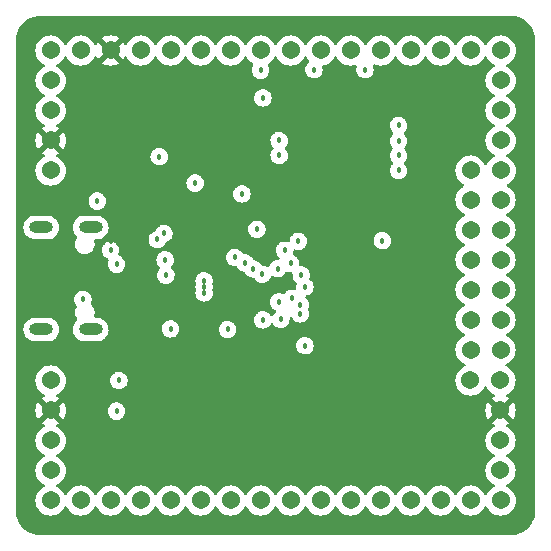
<source format=gbr>
%TF.GenerationSoftware,KiCad,Pcbnew,(6.0.6)*%
%TF.CreationDate,2024-09-09T22:51:05-04:00*%
%TF.ProjectId,ta-expt-v2,74612d65-7870-4742-9d76-322e6b696361,rev?*%
%TF.SameCoordinates,Original*%
%TF.FileFunction,Copper,L2,Inr*%
%TF.FilePolarity,Positive*%
%FSLAX46Y46*%
G04 Gerber Fmt 4.6, Leading zero omitted, Abs format (unit mm)*
G04 Created by KiCad (PCBNEW (6.0.6)) date 2024-09-09 22:51:05*
%MOMM*%
%LPD*%
G01*
G04 APERTURE LIST*
%TA.AperFunction,ComponentPad*%
%ADD10O,2.000000X1.000000*%
%TD*%
%TA.AperFunction,ComponentPad*%
%ADD11C,1.540000*%
%TD*%
%TA.AperFunction,ViaPad*%
%ADD12C,0.457200*%
%TD*%
G04 APERTURE END LIST*
D10*
%TO.N,N/C*%
%TO.C,J9*%
X139339995Y-103937800D03*
X139339995Y-112577800D03*
X135159995Y-103937800D03*
X135159995Y-112577800D03*
%TD*%
D11*
%TO.N,unconnected-(J1-Pad1)*%
%TO.C,J1*%
X135950000Y-88950000D03*
%TO.N,unconnected-(J1-Pad2)*%
X138490000Y-88950000D03*
%TO.N,GND*%
X141030000Y-88950000D03*
%TO.N,unconnected-(J1-Pad4)*%
X143570000Y-88950000D03*
%TO.N,unconnected-(J1-Pad5)*%
X146110000Y-88950000D03*
%TO.N,unconnected-(J1-Pad6)*%
X148650000Y-88950000D03*
%TO.N,/NRST*%
X151190000Y-88950000D03*
%TO.N,/USART1_CK*%
X153730000Y-88950000D03*
%TO.N,/USART1_CTS*%
X156270000Y-88950000D03*
%TO.N,/USART1_TX*%
X158810000Y-88950000D03*
%TO.N,/USART1_RX*%
X161350000Y-88950000D03*
%TO.N,/USART1_RTS*%
X163890000Y-88950000D03*
%TO.N,unconnected-(J1-Pad13)*%
X166430000Y-88950000D03*
%TO.N,unconnected-(J1-Pad14)*%
X168970000Y-88950000D03*
%TO.N,unconnected-(J1-Pad15)*%
X171510000Y-88950000D03*
%TO.N,unconnected-(J1-Pad16)*%
X174050000Y-88950000D03*
%TD*%
%TO.N,VDD*%
%TO.C,J4*%
X135950000Y-116890000D03*
%TO.N,GND*%
X135950000Y-119430000D03*
%TO.N,/SWDIO*%
X135950000Y-121970000D03*
%TO.N,/SWCLK*%
X135950000Y-124510000D03*
%TD*%
%TO.N,/DCMI_D0*%
%TO.C,J8*%
X174040800Y-114300000D03*
%TO.N,/DCMI_D1*%
X171500800Y-114300000D03*
%TO.N,/DCMI_D2*%
X174040800Y-111760000D03*
%TO.N,/DCMI_D3*%
X171500800Y-111760000D03*
%TO.N,/DCMI_D4*%
X174040800Y-109220000D03*
%TO.N,/DCMI_D5*%
X171500800Y-109220000D03*
%TO.N,/DCMI_D6*%
X174040800Y-106680000D03*
%TO.N,/DCMI_D7*%
X171500800Y-106680000D03*
%TO.N,unconnected-(J8-Pad9)*%
X174040800Y-104140000D03*
%TO.N,/DCMI_PIXCLK*%
X171500800Y-104140000D03*
%TO.N,/DCMI_HSYNC*%
X174040800Y-101600000D03*
%TO.N,/DCMI_VSYNC*%
X171500800Y-101600000D03*
%TD*%
%TO.N,unconnected-(J3-Pad1)*%
%TO.C,J3*%
X135950000Y-99110000D03*
%TO.N,GND*%
X135950000Y-96570000D03*
%TO.N,unconnected-(J3-Pad3)*%
X135950000Y-94030000D03*
%TO.N,unconnected-(J3-Pad4)*%
X135950000Y-91490000D03*
%TD*%
%TO.N,unconnected-(J5-Pad1)*%
%TO.C,J5*%
X171510000Y-99110000D03*
%TO.N,unconnected-(J5-Pad2)*%
X174050000Y-99110000D03*
%TO.N,unconnected-(J5-Pad3)*%
X174050000Y-96570000D03*
%TO.N,unconnected-(J5-Pad4)*%
X174050000Y-94030000D03*
%TO.N,unconnected-(J5-Pad5)*%
X174050000Y-91490000D03*
%TD*%
%TO.N,unconnected-(J2-Pad1)*%
%TO.C,J2*%
X135950000Y-127050000D03*
%TO.N,unconnected-(J2-Pad2)*%
X138490000Y-127050000D03*
%TO.N,unconnected-(J2-Pad3)*%
X141030000Y-127050000D03*
%TO.N,unconnected-(J2-Pad4)*%
X143570000Y-127050000D03*
%TO.N,unconnected-(J2-Pad5)*%
X146110000Y-127050000D03*
%TO.N,unconnected-(J2-Pad6)*%
X148650000Y-127050000D03*
%TO.N,unconnected-(J2-Pad7)*%
X151190000Y-127050000D03*
%TO.N,/BOOT0*%
X153730000Y-127050000D03*
%TO.N,/LPUART_CTS*%
X156270000Y-127050000D03*
%TO.N,/LPUART_TX*%
X158810000Y-127050000D03*
%TO.N,/LPUART_RX*%
X161350000Y-127050000D03*
%TO.N,/LPUART_RTS*%
X163890000Y-127050000D03*
%TO.N,unconnected-(J2-Pad13)*%
X166430000Y-127050000D03*
%TO.N,unconnected-(J2-Pad14)*%
X168970000Y-127050000D03*
%TO.N,unconnected-(J2-Pad15)*%
X171510000Y-127050000D03*
%TO.N,unconnected-(J2-Pad16)*%
X174050000Y-127050000D03*
%TD*%
%TO.N,unconnected-(J6-Pad1)*%
%TO.C,J6*%
X171500000Y-116890000D03*
%TO.N,unconnected-(J6-Pad2)*%
X174040000Y-116890000D03*
%TO.N,GND*%
X174040000Y-119430000D03*
%TO.N,unconnected-(J6-Pad4)*%
X174040000Y-121970000D03*
%TO.N,unconnected-(J6-Pad5)*%
X174040000Y-124510000D03*
%TD*%
D12*
%TO.N,GND*%
X142443200Y-122478800D03*
X160324800Y-106019600D03*
X168706800Y-108051600D03*
X140208000Y-98856800D03*
X138684000Y-99009200D03*
X168656000Y-113538000D03*
X143814800Y-93167200D03*
X156768800Y-99923600D03*
X168706800Y-116078000D03*
X149402800Y-97536000D03*
X168706800Y-110337600D03*
X164541200Y-108051600D03*
X156362400Y-120243600D03*
X152298400Y-97586800D03*
X169062400Y-121666000D03*
X166319200Y-104089200D03*
X149910800Y-101142800D03*
X150266400Y-122478800D03*
X141020800Y-105054400D03*
X141528800Y-93167200D03*
X146100800Y-111455200D03*
X166319200Y-102158800D03*
X159258000Y-117348000D03*
X160629600Y-110388400D03*
X143154400Y-115773200D03*
X162560000Y-103124000D03*
X163423600Y-105867200D03*
X162560000Y-101244400D03*
X140970000Y-111506000D03*
X156413200Y-101142800D03*
%TO.N,/VDD_FILT*%
X148183600Y-100177600D03*
X165404800Y-95300800D03*
X155752800Y-105867200D03*
X141732000Y-116890800D03*
X146100800Y-112522000D03*
X141528800Y-119481600D03*
X152146000Y-101092000D03*
X157480000Y-113944400D03*
X164033200Y-105054400D03*
X145135600Y-97942400D03*
%TO.N,/NRST*%
X157480000Y-108966000D03*
X153924000Y-92964000D03*
%TO.N,/VBUS*%
X138684000Y-110032800D03*
X141020800Y-105867200D03*
%TO.N,/DCMI_D7*%
X157073600Y-111252000D03*
%TO.N,/DCMI_D6*%
X155448000Y-111709200D03*
%TO.N,/DCMI_VSYNC*%
X155244800Y-110236000D03*
%TO.N,/DCMI_D5*%
X153924000Y-111760000D03*
%TO.N,/DCMI_D4*%
X150926800Y-112572800D03*
%TO.N,/USART1_RX*%
X148945600Y-109474000D03*
X162560000Y-90576400D03*
%TO.N,/USART1_TX*%
X148945600Y-108966000D03*
X158242000Y-90576400D03*
%TO.N,/USART1_CK*%
X148945600Y-108458000D03*
X153720800Y-90627200D03*
%TO.N,/DCMI_D3*%
X153873200Y-107899200D03*
%TO.N,/DCMI_D2*%
X153111200Y-107442000D03*
%TO.N,/DCMI_D1*%
X152400000Y-106934000D03*
%TO.N,/DCMI_D0*%
X151536400Y-106476800D03*
%TO.N,/LPUART_CTS*%
X144983200Y-104952800D03*
%TO.N,/LPUART_RTS*%
X145542000Y-104444800D03*
%TO.N,/LPUART_TX*%
X145719800Y-107975400D03*
%TO.N,/LPUART_RX*%
X145643600Y-106680000D03*
%TO.N,/QUADSPI_BK2_IO3*%
X153416000Y-104089200D03*
X165404800Y-96621600D03*
%TO.N,/DCMI_PIXCLK*%
X156362400Y-109931200D03*
%TO.N,/DCMI_HSYNC*%
X157073600Y-110490000D03*
%TO.N,/QUADSPI_CLK*%
X156921200Y-105105200D03*
X165404800Y-97840800D03*
%TO.N,/QUADSPI_BK2_IO2*%
X156260800Y-106984800D03*
X155295600Y-97840800D03*
%TO.N,/QUADSPI_BK2_IO1*%
X155168600Y-107416600D03*
X155295600Y-96570800D03*
%TO.N,/QUADSPI_BK2_IO0*%
X165404800Y-99110800D03*
X157175200Y-107950000D03*
%TO.N,Net-(J9-PadA5)*%
X141528800Y-107035600D03*
X139903200Y-101701600D03*
%TD*%
%TA.AperFunction,Conductor*%
%TO.N,GND*%
G36*
X174929650Y-86010037D02*
G01*
X174943889Y-86012282D01*
X174943891Y-86012282D01*
X174952752Y-86013679D01*
X174969047Y-86011580D01*
X174993615Y-86010833D01*
X175215382Y-86025785D01*
X175231714Y-86027966D01*
X175475522Y-86076927D01*
X175491429Y-86081221D01*
X175726751Y-86161573D01*
X175741962Y-86167905D01*
X175964795Y-86278279D01*
X175979050Y-86286542D01*
X176185572Y-86425048D01*
X176198627Y-86435101D01*
X176385317Y-86599378D01*
X176396948Y-86611047D01*
X176560597Y-86798269D01*
X176570607Y-86811357D01*
X176708436Y-87018347D01*
X176716651Y-87032629D01*
X176826286Y-87255819D01*
X176832568Y-87271051D01*
X176912144Y-87506645D01*
X176916383Y-87522561D01*
X176948669Y-87686129D01*
X176964538Y-87766529D01*
X176966665Y-87782867D01*
X176980424Y-87997502D01*
X176979360Y-88020648D01*
X176979313Y-88024118D01*
X176977919Y-88032985D01*
X176979070Y-88041885D01*
X176979070Y-88041888D01*
X176990459Y-88129948D01*
X176991500Y-88146109D01*
X176991500Y-127910633D01*
X176990000Y-127930018D01*
X176987690Y-127944851D01*
X176987690Y-127944855D01*
X176986309Y-127953724D01*
X176987473Y-127962626D01*
X176987473Y-127962629D01*
X176988439Y-127970012D01*
X176989233Y-127994591D01*
X176974660Y-128216922D01*
X176972509Y-128233262D01*
X176923889Y-128477693D01*
X176919625Y-128493606D01*
X176918844Y-128495908D01*
X176839516Y-128729600D01*
X176833209Y-128744826D01*
X176722984Y-128968342D01*
X176714743Y-128982616D01*
X176576287Y-129189829D01*
X176566254Y-129202905D01*
X176401932Y-129390278D01*
X176390278Y-129401932D01*
X176202905Y-129566254D01*
X176189829Y-129576287D01*
X175982616Y-129714743D01*
X175968342Y-129722984D01*
X175744826Y-129833209D01*
X175729602Y-129839515D01*
X175493606Y-129919625D01*
X175477696Y-129923888D01*
X175355477Y-129948199D01*
X175233262Y-129972509D01*
X175216922Y-129974660D01*
X175068134Y-129984413D01*
X175001763Y-129988763D01*
X174978650Y-129987733D01*
X174975146Y-129987690D01*
X174966276Y-129986309D01*
X174957374Y-129987473D01*
X174957372Y-129987473D01*
X174942516Y-129989416D01*
X174934714Y-129990436D01*
X174918379Y-129991500D01*
X135087661Y-129991500D01*
X135068944Y-129990102D01*
X135052397Y-129987616D01*
X135052394Y-129987616D01*
X135043520Y-129986283D01*
X135027298Y-129988493D01*
X135002686Y-129989416D01*
X134779734Y-129975934D01*
X134763307Y-129973851D01*
X134518177Y-129926222D01*
X134502163Y-129922002D01*
X134495066Y-129919623D01*
X134265391Y-129842635D01*
X134250084Y-129836358D01*
X134025756Y-129726623D01*
X134011394Y-129718385D01*
X133803415Y-129580193D01*
X133790255Y-129570143D01*
X133698569Y-129490055D01*
X133602180Y-129405858D01*
X133590461Y-129394178D01*
X133425552Y-129206644D01*
X133415461Y-129193521D01*
X133412991Y-129189829D01*
X133276581Y-128985998D01*
X133268295Y-128971661D01*
X133157823Y-128747707D01*
X133151489Y-128732406D01*
X133071344Y-128495908D01*
X133067071Y-128479910D01*
X133038002Y-128332905D01*
X133018628Y-128234926D01*
X133016492Y-128218511D01*
X133012651Y-128158286D01*
X133005143Y-128040593D01*
X133006387Y-128013187D01*
X133007750Y-128004432D01*
X133007750Y-128004429D01*
X133008500Y-127999614D01*
X133008500Y-127050000D01*
X134666616Y-127050000D01*
X134686113Y-127272857D01*
X134744014Y-127488943D01*
X134746339Y-127493928D01*
X134836231Y-127686705D01*
X134836234Y-127686710D01*
X134838557Y-127691692D01*
X134841714Y-127696200D01*
X134961481Y-127867245D01*
X134966871Y-127874943D01*
X135125057Y-128033129D01*
X135129565Y-128036286D01*
X135129568Y-128036288D01*
X135205928Y-128089756D01*
X135308308Y-128161443D01*
X135313290Y-128163766D01*
X135313295Y-128163769D01*
X135416177Y-128211743D01*
X135511057Y-128255986D01*
X135727143Y-128313887D01*
X135950000Y-128333384D01*
X136172857Y-128313887D01*
X136388943Y-128255986D01*
X136483823Y-128211743D01*
X136586705Y-128163769D01*
X136586710Y-128163766D01*
X136591692Y-128161443D01*
X136694072Y-128089756D01*
X136770432Y-128036288D01*
X136770435Y-128036286D01*
X136774943Y-128033129D01*
X136933129Y-127874943D01*
X136938520Y-127867245D01*
X137058286Y-127696200D01*
X137061443Y-127691692D01*
X137063766Y-127686710D01*
X137063769Y-127686705D01*
X137105805Y-127596557D01*
X137152722Y-127543272D01*
X137220999Y-127523811D01*
X137288959Y-127544353D01*
X137334195Y-127596557D01*
X137376231Y-127686705D01*
X137376234Y-127686710D01*
X137378557Y-127691692D01*
X137381714Y-127696200D01*
X137501481Y-127867245D01*
X137506871Y-127874943D01*
X137665057Y-128033129D01*
X137669565Y-128036286D01*
X137669568Y-128036288D01*
X137745928Y-128089756D01*
X137848308Y-128161443D01*
X137853290Y-128163766D01*
X137853295Y-128163769D01*
X137956177Y-128211743D01*
X138051057Y-128255986D01*
X138267143Y-128313887D01*
X138490000Y-128333384D01*
X138712857Y-128313887D01*
X138928943Y-128255986D01*
X139023823Y-128211743D01*
X139126705Y-128163769D01*
X139126710Y-128163766D01*
X139131692Y-128161443D01*
X139234072Y-128089756D01*
X139310432Y-128036288D01*
X139310435Y-128036286D01*
X139314943Y-128033129D01*
X139473129Y-127874943D01*
X139478520Y-127867245D01*
X139598286Y-127696200D01*
X139601443Y-127691692D01*
X139603766Y-127686710D01*
X139603769Y-127686705D01*
X139645805Y-127596557D01*
X139692722Y-127543272D01*
X139760999Y-127523811D01*
X139828959Y-127544353D01*
X139874195Y-127596557D01*
X139916231Y-127686705D01*
X139916234Y-127686710D01*
X139918557Y-127691692D01*
X139921714Y-127696200D01*
X140041481Y-127867245D01*
X140046871Y-127874943D01*
X140205057Y-128033129D01*
X140209565Y-128036286D01*
X140209568Y-128036288D01*
X140285928Y-128089756D01*
X140388308Y-128161443D01*
X140393290Y-128163766D01*
X140393295Y-128163769D01*
X140496177Y-128211743D01*
X140591057Y-128255986D01*
X140807143Y-128313887D01*
X141030000Y-128333384D01*
X141252857Y-128313887D01*
X141468943Y-128255986D01*
X141563823Y-128211743D01*
X141666705Y-128163769D01*
X141666710Y-128163766D01*
X141671692Y-128161443D01*
X141774072Y-128089756D01*
X141850432Y-128036288D01*
X141850435Y-128036286D01*
X141854943Y-128033129D01*
X142013129Y-127874943D01*
X142018520Y-127867245D01*
X142138286Y-127696200D01*
X142141443Y-127691692D01*
X142143766Y-127686710D01*
X142143769Y-127686705D01*
X142185805Y-127596557D01*
X142232722Y-127543272D01*
X142300999Y-127523811D01*
X142368959Y-127544353D01*
X142414195Y-127596557D01*
X142456231Y-127686705D01*
X142456234Y-127686710D01*
X142458557Y-127691692D01*
X142461714Y-127696200D01*
X142581481Y-127867245D01*
X142586871Y-127874943D01*
X142745057Y-128033129D01*
X142749565Y-128036286D01*
X142749568Y-128036288D01*
X142825928Y-128089756D01*
X142928308Y-128161443D01*
X142933290Y-128163766D01*
X142933295Y-128163769D01*
X143036177Y-128211743D01*
X143131057Y-128255986D01*
X143347143Y-128313887D01*
X143570000Y-128333384D01*
X143792857Y-128313887D01*
X144008943Y-128255986D01*
X144103823Y-128211743D01*
X144206705Y-128163769D01*
X144206710Y-128163766D01*
X144211692Y-128161443D01*
X144314072Y-128089756D01*
X144390432Y-128036288D01*
X144390435Y-128036286D01*
X144394943Y-128033129D01*
X144553129Y-127874943D01*
X144558520Y-127867245D01*
X144678286Y-127696200D01*
X144681443Y-127691692D01*
X144683766Y-127686710D01*
X144683769Y-127686705D01*
X144725805Y-127596557D01*
X144772722Y-127543272D01*
X144840999Y-127523811D01*
X144908959Y-127544353D01*
X144954195Y-127596557D01*
X144996231Y-127686705D01*
X144996234Y-127686710D01*
X144998557Y-127691692D01*
X145001714Y-127696200D01*
X145121481Y-127867245D01*
X145126871Y-127874943D01*
X145285057Y-128033129D01*
X145289565Y-128036286D01*
X145289568Y-128036288D01*
X145365928Y-128089756D01*
X145468308Y-128161443D01*
X145473290Y-128163766D01*
X145473295Y-128163769D01*
X145576177Y-128211743D01*
X145671057Y-128255986D01*
X145887143Y-128313887D01*
X146110000Y-128333384D01*
X146332857Y-128313887D01*
X146548943Y-128255986D01*
X146643823Y-128211743D01*
X146746705Y-128163769D01*
X146746710Y-128163766D01*
X146751692Y-128161443D01*
X146854072Y-128089756D01*
X146930432Y-128036288D01*
X146930435Y-128036286D01*
X146934943Y-128033129D01*
X147093129Y-127874943D01*
X147098520Y-127867245D01*
X147218286Y-127696200D01*
X147221443Y-127691692D01*
X147223766Y-127686710D01*
X147223769Y-127686705D01*
X147265805Y-127596557D01*
X147312722Y-127543272D01*
X147380999Y-127523811D01*
X147448959Y-127544353D01*
X147494195Y-127596557D01*
X147536231Y-127686705D01*
X147536234Y-127686710D01*
X147538557Y-127691692D01*
X147541714Y-127696200D01*
X147661481Y-127867245D01*
X147666871Y-127874943D01*
X147825057Y-128033129D01*
X147829565Y-128036286D01*
X147829568Y-128036288D01*
X147905928Y-128089756D01*
X148008308Y-128161443D01*
X148013290Y-128163766D01*
X148013295Y-128163769D01*
X148116177Y-128211743D01*
X148211057Y-128255986D01*
X148427143Y-128313887D01*
X148650000Y-128333384D01*
X148872857Y-128313887D01*
X149088943Y-128255986D01*
X149183823Y-128211743D01*
X149286705Y-128163769D01*
X149286710Y-128163766D01*
X149291692Y-128161443D01*
X149394072Y-128089756D01*
X149470432Y-128036288D01*
X149470435Y-128036286D01*
X149474943Y-128033129D01*
X149633129Y-127874943D01*
X149638520Y-127867245D01*
X149758286Y-127696200D01*
X149761443Y-127691692D01*
X149763766Y-127686710D01*
X149763769Y-127686705D01*
X149805805Y-127596557D01*
X149852722Y-127543272D01*
X149920999Y-127523811D01*
X149988959Y-127544353D01*
X150034195Y-127596557D01*
X150076231Y-127686705D01*
X150076234Y-127686710D01*
X150078557Y-127691692D01*
X150081714Y-127696200D01*
X150201481Y-127867245D01*
X150206871Y-127874943D01*
X150365057Y-128033129D01*
X150369565Y-128036286D01*
X150369568Y-128036288D01*
X150445928Y-128089756D01*
X150548308Y-128161443D01*
X150553290Y-128163766D01*
X150553295Y-128163769D01*
X150656177Y-128211743D01*
X150751057Y-128255986D01*
X150967143Y-128313887D01*
X151190000Y-128333384D01*
X151412857Y-128313887D01*
X151628943Y-128255986D01*
X151723823Y-128211743D01*
X151826705Y-128163769D01*
X151826710Y-128163766D01*
X151831692Y-128161443D01*
X151934072Y-128089756D01*
X152010432Y-128036288D01*
X152010435Y-128036286D01*
X152014943Y-128033129D01*
X152173129Y-127874943D01*
X152178520Y-127867245D01*
X152298286Y-127696200D01*
X152301443Y-127691692D01*
X152303766Y-127686710D01*
X152303769Y-127686705D01*
X152345805Y-127596557D01*
X152392722Y-127543272D01*
X152460999Y-127523811D01*
X152528959Y-127544353D01*
X152574195Y-127596557D01*
X152616231Y-127686705D01*
X152616234Y-127686710D01*
X152618557Y-127691692D01*
X152621714Y-127696200D01*
X152741481Y-127867245D01*
X152746871Y-127874943D01*
X152905057Y-128033129D01*
X152909565Y-128036286D01*
X152909568Y-128036288D01*
X152985928Y-128089756D01*
X153088308Y-128161443D01*
X153093290Y-128163766D01*
X153093295Y-128163769D01*
X153196177Y-128211743D01*
X153291057Y-128255986D01*
X153507143Y-128313887D01*
X153730000Y-128333384D01*
X153952857Y-128313887D01*
X154168943Y-128255986D01*
X154263823Y-128211743D01*
X154366705Y-128163769D01*
X154366710Y-128163766D01*
X154371692Y-128161443D01*
X154474072Y-128089756D01*
X154550432Y-128036288D01*
X154550435Y-128036286D01*
X154554943Y-128033129D01*
X154713129Y-127874943D01*
X154718520Y-127867245D01*
X154838286Y-127696200D01*
X154841443Y-127691692D01*
X154843766Y-127686710D01*
X154843769Y-127686705D01*
X154885805Y-127596557D01*
X154932722Y-127543272D01*
X155000999Y-127523811D01*
X155068959Y-127544353D01*
X155114195Y-127596557D01*
X155156231Y-127686705D01*
X155156234Y-127686710D01*
X155158557Y-127691692D01*
X155161714Y-127696200D01*
X155281481Y-127867245D01*
X155286871Y-127874943D01*
X155445057Y-128033129D01*
X155449565Y-128036286D01*
X155449568Y-128036288D01*
X155525928Y-128089756D01*
X155628308Y-128161443D01*
X155633290Y-128163766D01*
X155633295Y-128163769D01*
X155736177Y-128211743D01*
X155831057Y-128255986D01*
X156047143Y-128313887D01*
X156270000Y-128333384D01*
X156492857Y-128313887D01*
X156708943Y-128255986D01*
X156803823Y-128211743D01*
X156906705Y-128163769D01*
X156906710Y-128163766D01*
X156911692Y-128161443D01*
X157014072Y-128089756D01*
X157090432Y-128036288D01*
X157090435Y-128036286D01*
X157094943Y-128033129D01*
X157253129Y-127874943D01*
X157258520Y-127867245D01*
X157378286Y-127696200D01*
X157381443Y-127691692D01*
X157383766Y-127686710D01*
X157383769Y-127686705D01*
X157425805Y-127596557D01*
X157472722Y-127543272D01*
X157540999Y-127523811D01*
X157608959Y-127544353D01*
X157654195Y-127596557D01*
X157696231Y-127686705D01*
X157696234Y-127686710D01*
X157698557Y-127691692D01*
X157701714Y-127696200D01*
X157821481Y-127867245D01*
X157826871Y-127874943D01*
X157985057Y-128033129D01*
X157989565Y-128036286D01*
X157989568Y-128036288D01*
X158065928Y-128089756D01*
X158168308Y-128161443D01*
X158173290Y-128163766D01*
X158173295Y-128163769D01*
X158276177Y-128211743D01*
X158371057Y-128255986D01*
X158587143Y-128313887D01*
X158810000Y-128333384D01*
X159032857Y-128313887D01*
X159248943Y-128255986D01*
X159343823Y-128211743D01*
X159446705Y-128163769D01*
X159446710Y-128163766D01*
X159451692Y-128161443D01*
X159554072Y-128089756D01*
X159630432Y-128036288D01*
X159630435Y-128036286D01*
X159634943Y-128033129D01*
X159793129Y-127874943D01*
X159798520Y-127867245D01*
X159918286Y-127696200D01*
X159921443Y-127691692D01*
X159923766Y-127686710D01*
X159923769Y-127686705D01*
X159965805Y-127596557D01*
X160012722Y-127543272D01*
X160080999Y-127523811D01*
X160148959Y-127544353D01*
X160194195Y-127596557D01*
X160236231Y-127686705D01*
X160236234Y-127686710D01*
X160238557Y-127691692D01*
X160241714Y-127696200D01*
X160361481Y-127867245D01*
X160366871Y-127874943D01*
X160525057Y-128033129D01*
X160529565Y-128036286D01*
X160529568Y-128036288D01*
X160605928Y-128089756D01*
X160708308Y-128161443D01*
X160713290Y-128163766D01*
X160713295Y-128163769D01*
X160816177Y-128211743D01*
X160911057Y-128255986D01*
X161127143Y-128313887D01*
X161350000Y-128333384D01*
X161572857Y-128313887D01*
X161788943Y-128255986D01*
X161883823Y-128211743D01*
X161986705Y-128163769D01*
X161986710Y-128163766D01*
X161991692Y-128161443D01*
X162094072Y-128089756D01*
X162170432Y-128036288D01*
X162170435Y-128036286D01*
X162174943Y-128033129D01*
X162333129Y-127874943D01*
X162338520Y-127867245D01*
X162458286Y-127696200D01*
X162461443Y-127691692D01*
X162463766Y-127686710D01*
X162463769Y-127686705D01*
X162505805Y-127596557D01*
X162552722Y-127543272D01*
X162620999Y-127523811D01*
X162688959Y-127544353D01*
X162734195Y-127596557D01*
X162776231Y-127686705D01*
X162776234Y-127686710D01*
X162778557Y-127691692D01*
X162781714Y-127696200D01*
X162901481Y-127867245D01*
X162906871Y-127874943D01*
X163065057Y-128033129D01*
X163069565Y-128036286D01*
X163069568Y-128036288D01*
X163145928Y-128089756D01*
X163248308Y-128161443D01*
X163253290Y-128163766D01*
X163253295Y-128163769D01*
X163356177Y-128211743D01*
X163451057Y-128255986D01*
X163667143Y-128313887D01*
X163890000Y-128333384D01*
X164112857Y-128313887D01*
X164328943Y-128255986D01*
X164423823Y-128211743D01*
X164526705Y-128163769D01*
X164526710Y-128163766D01*
X164531692Y-128161443D01*
X164634072Y-128089756D01*
X164710432Y-128036288D01*
X164710435Y-128036286D01*
X164714943Y-128033129D01*
X164873129Y-127874943D01*
X164878520Y-127867245D01*
X164998286Y-127696200D01*
X165001443Y-127691692D01*
X165003766Y-127686710D01*
X165003769Y-127686705D01*
X165045805Y-127596557D01*
X165092722Y-127543272D01*
X165160999Y-127523811D01*
X165228959Y-127544353D01*
X165274195Y-127596557D01*
X165316231Y-127686705D01*
X165316234Y-127686710D01*
X165318557Y-127691692D01*
X165321714Y-127696200D01*
X165441481Y-127867245D01*
X165446871Y-127874943D01*
X165605057Y-128033129D01*
X165609565Y-128036286D01*
X165609568Y-128036288D01*
X165685928Y-128089756D01*
X165788308Y-128161443D01*
X165793290Y-128163766D01*
X165793295Y-128163769D01*
X165896177Y-128211743D01*
X165991057Y-128255986D01*
X166207143Y-128313887D01*
X166430000Y-128333384D01*
X166652857Y-128313887D01*
X166868943Y-128255986D01*
X166963823Y-128211743D01*
X167066705Y-128163769D01*
X167066710Y-128163766D01*
X167071692Y-128161443D01*
X167174072Y-128089756D01*
X167250432Y-128036288D01*
X167250435Y-128036286D01*
X167254943Y-128033129D01*
X167413129Y-127874943D01*
X167418520Y-127867245D01*
X167538286Y-127696200D01*
X167541443Y-127691692D01*
X167543766Y-127686710D01*
X167543769Y-127686705D01*
X167585805Y-127596557D01*
X167632722Y-127543272D01*
X167700999Y-127523811D01*
X167768959Y-127544353D01*
X167814195Y-127596557D01*
X167856231Y-127686705D01*
X167856234Y-127686710D01*
X167858557Y-127691692D01*
X167861714Y-127696200D01*
X167981481Y-127867245D01*
X167986871Y-127874943D01*
X168145057Y-128033129D01*
X168149565Y-128036286D01*
X168149568Y-128036288D01*
X168225928Y-128089756D01*
X168328308Y-128161443D01*
X168333290Y-128163766D01*
X168333295Y-128163769D01*
X168436177Y-128211743D01*
X168531057Y-128255986D01*
X168747143Y-128313887D01*
X168970000Y-128333384D01*
X169192857Y-128313887D01*
X169408943Y-128255986D01*
X169503823Y-128211743D01*
X169606705Y-128163769D01*
X169606710Y-128163766D01*
X169611692Y-128161443D01*
X169714072Y-128089756D01*
X169790432Y-128036288D01*
X169790435Y-128036286D01*
X169794943Y-128033129D01*
X169953129Y-127874943D01*
X169958520Y-127867245D01*
X170078286Y-127696200D01*
X170081443Y-127691692D01*
X170083766Y-127686710D01*
X170083769Y-127686705D01*
X170125805Y-127596557D01*
X170172722Y-127543272D01*
X170240999Y-127523811D01*
X170308959Y-127544353D01*
X170354195Y-127596557D01*
X170396231Y-127686705D01*
X170396234Y-127686710D01*
X170398557Y-127691692D01*
X170401714Y-127696200D01*
X170521481Y-127867245D01*
X170526871Y-127874943D01*
X170685057Y-128033129D01*
X170689565Y-128036286D01*
X170689568Y-128036288D01*
X170765928Y-128089756D01*
X170868308Y-128161443D01*
X170873290Y-128163766D01*
X170873295Y-128163769D01*
X170976177Y-128211743D01*
X171071057Y-128255986D01*
X171287143Y-128313887D01*
X171510000Y-128333384D01*
X171732857Y-128313887D01*
X171948943Y-128255986D01*
X172043823Y-128211743D01*
X172146705Y-128163769D01*
X172146710Y-128163766D01*
X172151692Y-128161443D01*
X172254072Y-128089756D01*
X172330432Y-128036288D01*
X172330435Y-128036286D01*
X172334943Y-128033129D01*
X172493129Y-127874943D01*
X172498520Y-127867245D01*
X172618286Y-127696200D01*
X172621443Y-127691692D01*
X172623766Y-127686710D01*
X172623769Y-127686705D01*
X172665805Y-127596557D01*
X172712722Y-127543272D01*
X172780999Y-127523811D01*
X172848959Y-127544353D01*
X172894195Y-127596557D01*
X172936231Y-127686705D01*
X172936234Y-127686710D01*
X172938557Y-127691692D01*
X172941714Y-127696200D01*
X173061481Y-127867245D01*
X173066871Y-127874943D01*
X173225057Y-128033129D01*
X173229565Y-128036286D01*
X173229568Y-128036288D01*
X173305928Y-128089756D01*
X173408308Y-128161443D01*
X173413290Y-128163766D01*
X173413295Y-128163769D01*
X173516177Y-128211743D01*
X173611057Y-128255986D01*
X173827143Y-128313887D01*
X174050000Y-128333384D01*
X174272857Y-128313887D01*
X174488943Y-128255986D01*
X174583823Y-128211743D01*
X174686705Y-128163769D01*
X174686710Y-128163766D01*
X174691692Y-128161443D01*
X174794072Y-128089756D01*
X174870432Y-128036288D01*
X174870435Y-128036286D01*
X174874943Y-128033129D01*
X175033129Y-127874943D01*
X175038520Y-127867245D01*
X175158286Y-127696200D01*
X175161443Y-127691692D01*
X175163766Y-127686710D01*
X175163769Y-127686705D01*
X175253661Y-127493928D01*
X175255986Y-127488943D01*
X175313887Y-127272857D01*
X175333384Y-127050000D01*
X175313887Y-126827143D01*
X175255986Y-126611057D01*
X175205805Y-126503443D01*
X175163769Y-126413295D01*
X175163766Y-126413290D01*
X175161443Y-126408308D01*
X175033129Y-126225057D01*
X174874943Y-126066871D01*
X174870435Y-126063714D01*
X174870432Y-126063712D01*
X174794072Y-126010244D01*
X174691692Y-125938557D01*
X174686710Y-125936234D01*
X174686705Y-125936231D01*
X174591557Y-125891863D01*
X174538272Y-125844945D01*
X174518811Y-125776668D01*
X174539353Y-125708708D01*
X174591558Y-125663473D01*
X174676701Y-125623771D01*
X174676707Y-125623768D01*
X174681692Y-125621443D01*
X174784072Y-125549756D01*
X174860432Y-125496288D01*
X174860435Y-125496286D01*
X174864943Y-125493129D01*
X175023129Y-125334943D01*
X175151443Y-125151692D01*
X175153766Y-125146710D01*
X175153769Y-125146705D01*
X175243661Y-124953928D01*
X175245986Y-124948943D01*
X175303887Y-124732857D01*
X175323384Y-124510000D01*
X175303887Y-124287143D01*
X175245986Y-124071057D01*
X175201743Y-123976177D01*
X175153769Y-123873295D01*
X175153766Y-123873290D01*
X175151443Y-123868308D01*
X175023129Y-123685057D01*
X174864943Y-123526871D01*
X174860435Y-123523714D01*
X174860432Y-123523712D01*
X174784072Y-123470244D01*
X174681692Y-123398557D01*
X174676710Y-123396234D01*
X174676705Y-123396231D01*
X174586557Y-123354195D01*
X174533272Y-123307278D01*
X174513811Y-123239001D01*
X174534353Y-123171041D01*
X174586557Y-123125805D01*
X174676705Y-123083769D01*
X174676710Y-123083766D01*
X174681692Y-123081443D01*
X174784072Y-123009756D01*
X174860432Y-122956288D01*
X174860435Y-122956286D01*
X174864943Y-122953129D01*
X175023129Y-122794943D01*
X175151443Y-122611692D01*
X175153766Y-122606710D01*
X175153769Y-122606705D01*
X175243661Y-122413928D01*
X175245986Y-122408943D01*
X175303887Y-122192857D01*
X175323384Y-121970000D01*
X175303887Y-121747143D01*
X175245986Y-121531057D01*
X175201743Y-121436177D01*
X175153769Y-121333295D01*
X175153766Y-121333290D01*
X175151443Y-121328308D01*
X175023129Y-121145057D01*
X174864943Y-120986871D01*
X174860435Y-120983714D01*
X174860432Y-120983712D01*
X174784072Y-120930244D01*
X174681692Y-120858557D01*
X174676710Y-120856234D01*
X174676705Y-120856231D01*
X174585965Y-120813919D01*
X174532680Y-120767002D01*
X174513219Y-120698725D01*
X174533761Y-120630765D01*
X174585965Y-120585529D01*
X174676454Y-120543334D01*
X174685950Y-120537851D01*
X174731509Y-120505950D01*
X174739884Y-120495473D01*
X174732815Y-120482025D01*
X174052812Y-119802022D01*
X174038868Y-119794408D01*
X174037035Y-119794539D01*
X174030420Y-119798790D01*
X173346463Y-120482747D01*
X173340033Y-120494522D01*
X173349329Y-120506536D01*
X173394050Y-120537851D01*
X173403546Y-120543334D01*
X173494035Y-120585529D01*
X173547320Y-120632446D01*
X173566781Y-120700723D01*
X173546239Y-120768683D01*
X173494035Y-120813919D01*
X173403295Y-120856231D01*
X173403290Y-120856234D01*
X173398308Y-120858557D01*
X173295928Y-120930244D01*
X173219568Y-120983712D01*
X173219565Y-120983714D01*
X173215057Y-120986871D01*
X173056871Y-121145057D01*
X172928557Y-121328308D01*
X172926234Y-121333290D01*
X172926231Y-121333295D01*
X172878257Y-121436177D01*
X172834014Y-121531057D01*
X172776113Y-121747143D01*
X172756616Y-121970000D01*
X172776113Y-122192857D01*
X172834014Y-122408943D01*
X172836339Y-122413928D01*
X172926231Y-122606705D01*
X172926234Y-122606710D01*
X172928557Y-122611692D01*
X173056871Y-122794943D01*
X173215057Y-122953129D01*
X173219565Y-122956286D01*
X173219568Y-122956288D01*
X173295928Y-123009756D01*
X173398308Y-123081443D01*
X173403290Y-123083766D01*
X173403295Y-123083769D01*
X173493443Y-123125805D01*
X173546728Y-123172722D01*
X173566189Y-123240999D01*
X173545647Y-123308959D01*
X173493443Y-123354195D01*
X173403295Y-123396231D01*
X173403290Y-123396234D01*
X173398308Y-123398557D01*
X173295928Y-123470244D01*
X173219568Y-123523712D01*
X173219565Y-123523714D01*
X173215057Y-123526871D01*
X173056871Y-123685057D01*
X172928557Y-123868308D01*
X172926234Y-123873290D01*
X172926231Y-123873295D01*
X172878257Y-123976177D01*
X172834014Y-124071057D01*
X172776113Y-124287143D01*
X172756616Y-124510000D01*
X172776113Y-124732857D01*
X172834014Y-124948943D01*
X172836339Y-124953928D01*
X172926231Y-125146705D01*
X172926234Y-125146710D01*
X172928557Y-125151692D01*
X173056871Y-125334943D01*
X173215057Y-125493129D01*
X173219565Y-125496286D01*
X173219568Y-125496288D01*
X173295928Y-125549756D01*
X173398308Y-125621443D01*
X173403290Y-125623766D01*
X173403295Y-125623769D01*
X173498443Y-125668137D01*
X173551728Y-125715055D01*
X173571189Y-125783332D01*
X173550647Y-125851292D01*
X173498442Y-125896527D01*
X173413299Y-125936229D01*
X173413296Y-125936231D01*
X173408308Y-125938557D01*
X173305928Y-126010244D01*
X173229568Y-126063712D01*
X173229565Y-126063714D01*
X173225057Y-126066871D01*
X173066871Y-126225057D01*
X172938557Y-126408308D01*
X172936234Y-126413290D01*
X172936231Y-126413295D01*
X172894195Y-126503443D01*
X172847278Y-126556728D01*
X172779001Y-126576189D01*
X172711041Y-126555647D01*
X172665805Y-126503443D01*
X172623769Y-126413295D01*
X172623766Y-126413290D01*
X172621443Y-126408308D01*
X172493129Y-126225057D01*
X172334943Y-126066871D01*
X172330435Y-126063714D01*
X172330432Y-126063712D01*
X172254072Y-126010244D01*
X172151692Y-125938557D01*
X172146710Y-125936234D01*
X172146705Y-125936231D01*
X172043823Y-125888257D01*
X171948943Y-125844014D01*
X171732857Y-125786113D01*
X171510000Y-125766616D01*
X171287143Y-125786113D01*
X171071057Y-125844014D01*
X170976177Y-125888257D01*
X170873295Y-125936231D01*
X170873290Y-125936234D01*
X170868308Y-125938557D01*
X170765928Y-126010244D01*
X170689568Y-126063712D01*
X170689565Y-126063714D01*
X170685057Y-126066871D01*
X170526871Y-126225057D01*
X170398557Y-126408308D01*
X170396234Y-126413290D01*
X170396231Y-126413295D01*
X170354195Y-126503443D01*
X170307278Y-126556728D01*
X170239001Y-126576189D01*
X170171041Y-126555647D01*
X170125805Y-126503443D01*
X170083769Y-126413295D01*
X170083766Y-126413290D01*
X170081443Y-126408308D01*
X169953129Y-126225057D01*
X169794943Y-126066871D01*
X169790435Y-126063714D01*
X169790432Y-126063712D01*
X169714072Y-126010244D01*
X169611692Y-125938557D01*
X169606710Y-125936234D01*
X169606705Y-125936231D01*
X169503823Y-125888257D01*
X169408943Y-125844014D01*
X169192857Y-125786113D01*
X168970000Y-125766616D01*
X168747143Y-125786113D01*
X168531057Y-125844014D01*
X168436177Y-125888257D01*
X168333295Y-125936231D01*
X168333290Y-125936234D01*
X168328308Y-125938557D01*
X168225928Y-126010244D01*
X168149568Y-126063712D01*
X168149565Y-126063714D01*
X168145057Y-126066871D01*
X167986871Y-126225057D01*
X167858557Y-126408308D01*
X167856234Y-126413290D01*
X167856231Y-126413295D01*
X167814195Y-126503443D01*
X167767278Y-126556728D01*
X167699001Y-126576189D01*
X167631041Y-126555647D01*
X167585805Y-126503443D01*
X167543769Y-126413295D01*
X167543766Y-126413290D01*
X167541443Y-126408308D01*
X167413129Y-126225057D01*
X167254943Y-126066871D01*
X167250435Y-126063714D01*
X167250432Y-126063712D01*
X167174072Y-126010244D01*
X167071692Y-125938557D01*
X167066710Y-125936234D01*
X167066705Y-125936231D01*
X166963823Y-125888257D01*
X166868943Y-125844014D01*
X166652857Y-125786113D01*
X166430000Y-125766616D01*
X166207143Y-125786113D01*
X165991057Y-125844014D01*
X165896177Y-125888257D01*
X165793295Y-125936231D01*
X165793290Y-125936234D01*
X165788308Y-125938557D01*
X165685928Y-126010244D01*
X165609568Y-126063712D01*
X165609565Y-126063714D01*
X165605057Y-126066871D01*
X165446871Y-126225057D01*
X165318557Y-126408308D01*
X165316234Y-126413290D01*
X165316231Y-126413295D01*
X165274195Y-126503443D01*
X165227278Y-126556728D01*
X165159001Y-126576189D01*
X165091041Y-126555647D01*
X165045805Y-126503443D01*
X165003769Y-126413295D01*
X165003766Y-126413290D01*
X165001443Y-126408308D01*
X164873129Y-126225057D01*
X164714943Y-126066871D01*
X164710435Y-126063714D01*
X164710432Y-126063712D01*
X164634072Y-126010244D01*
X164531692Y-125938557D01*
X164526710Y-125936234D01*
X164526705Y-125936231D01*
X164423823Y-125888257D01*
X164328943Y-125844014D01*
X164112857Y-125786113D01*
X163890000Y-125766616D01*
X163667143Y-125786113D01*
X163451057Y-125844014D01*
X163356177Y-125888257D01*
X163253295Y-125936231D01*
X163253290Y-125936234D01*
X163248308Y-125938557D01*
X163145928Y-126010244D01*
X163069568Y-126063712D01*
X163069565Y-126063714D01*
X163065057Y-126066871D01*
X162906871Y-126225057D01*
X162778557Y-126408308D01*
X162776234Y-126413290D01*
X162776231Y-126413295D01*
X162734195Y-126503443D01*
X162687278Y-126556728D01*
X162619001Y-126576189D01*
X162551041Y-126555647D01*
X162505805Y-126503443D01*
X162463769Y-126413295D01*
X162463766Y-126413290D01*
X162461443Y-126408308D01*
X162333129Y-126225057D01*
X162174943Y-126066871D01*
X162170435Y-126063714D01*
X162170432Y-126063712D01*
X162094072Y-126010244D01*
X161991692Y-125938557D01*
X161986710Y-125936234D01*
X161986705Y-125936231D01*
X161883823Y-125888257D01*
X161788943Y-125844014D01*
X161572857Y-125786113D01*
X161350000Y-125766616D01*
X161127143Y-125786113D01*
X160911057Y-125844014D01*
X160816177Y-125888257D01*
X160713295Y-125936231D01*
X160713290Y-125936234D01*
X160708308Y-125938557D01*
X160605928Y-126010244D01*
X160529568Y-126063712D01*
X160529565Y-126063714D01*
X160525057Y-126066871D01*
X160366871Y-126225057D01*
X160238557Y-126408308D01*
X160236234Y-126413290D01*
X160236231Y-126413295D01*
X160194195Y-126503443D01*
X160147278Y-126556728D01*
X160079001Y-126576189D01*
X160011041Y-126555647D01*
X159965805Y-126503443D01*
X159923769Y-126413295D01*
X159923766Y-126413290D01*
X159921443Y-126408308D01*
X159793129Y-126225057D01*
X159634943Y-126066871D01*
X159630435Y-126063714D01*
X159630432Y-126063712D01*
X159554072Y-126010244D01*
X159451692Y-125938557D01*
X159446710Y-125936234D01*
X159446705Y-125936231D01*
X159343823Y-125888257D01*
X159248943Y-125844014D01*
X159032857Y-125786113D01*
X158810000Y-125766616D01*
X158587143Y-125786113D01*
X158371057Y-125844014D01*
X158276177Y-125888257D01*
X158173295Y-125936231D01*
X158173290Y-125936234D01*
X158168308Y-125938557D01*
X158065928Y-126010244D01*
X157989568Y-126063712D01*
X157989565Y-126063714D01*
X157985057Y-126066871D01*
X157826871Y-126225057D01*
X157698557Y-126408308D01*
X157696234Y-126413290D01*
X157696231Y-126413295D01*
X157654195Y-126503443D01*
X157607278Y-126556728D01*
X157539001Y-126576189D01*
X157471041Y-126555647D01*
X157425805Y-126503443D01*
X157383769Y-126413295D01*
X157383766Y-126413290D01*
X157381443Y-126408308D01*
X157253129Y-126225057D01*
X157094943Y-126066871D01*
X157090435Y-126063714D01*
X157090432Y-126063712D01*
X157014072Y-126010244D01*
X156911692Y-125938557D01*
X156906710Y-125936234D01*
X156906705Y-125936231D01*
X156803823Y-125888257D01*
X156708943Y-125844014D01*
X156492857Y-125786113D01*
X156270000Y-125766616D01*
X156047143Y-125786113D01*
X155831057Y-125844014D01*
X155736177Y-125888257D01*
X155633295Y-125936231D01*
X155633290Y-125936234D01*
X155628308Y-125938557D01*
X155525928Y-126010244D01*
X155449568Y-126063712D01*
X155449565Y-126063714D01*
X155445057Y-126066871D01*
X155286871Y-126225057D01*
X155158557Y-126408308D01*
X155156234Y-126413290D01*
X155156231Y-126413295D01*
X155114195Y-126503443D01*
X155067278Y-126556728D01*
X154999001Y-126576189D01*
X154931041Y-126555647D01*
X154885805Y-126503443D01*
X154843769Y-126413295D01*
X154843766Y-126413290D01*
X154841443Y-126408308D01*
X154713129Y-126225057D01*
X154554943Y-126066871D01*
X154550435Y-126063714D01*
X154550432Y-126063712D01*
X154474072Y-126010244D01*
X154371692Y-125938557D01*
X154366710Y-125936234D01*
X154366705Y-125936231D01*
X154263823Y-125888257D01*
X154168943Y-125844014D01*
X153952857Y-125786113D01*
X153730000Y-125766616D01*
X153507143Y-125786113D01*
X153291057Y-125844014D01*
X153196177Y-125888257D01*
X153093295Y-125936231D01*
X153093290Y-125936234D01*
X153088308Y-125938557D01*
X152985928Y-126010244D01*
X152909568Y-126063712D01*
X152909565Y-126063714D01*
X152905057Y-126066871D01*
X152746871Y-126225057D01*
X152618557Y-126408308D01*
X152616234Y-126413290D01*
X152616231Y-126413295D01*
X152574195Y-126503443D01*
X152527278Y-126556728D01*
X152459001Y-126576189D01*
X152391041Y-126555647D01*
X152345805Y-126503443D01*
X152303769Y-126413295D01*
X152303766Y-126413290D01*
X152301443Y-126408308D01*
X152173129Y-126225057D01*
X152014943Y-126066871D01*
X152010435Y-126063714D01*
X152010432Y-126063712D01*
X151934072Y-126010244D01*
X151831692Y-125938557D01*
X151826710Y-125936234D01*
X151826705Y-125936231D01*
X151723823Y-125888257D01*
X151628943Y-125844014D01*
X151412857Y-125786113D01*
X151190000Y-125766616D01*
X150967143Y-125786113D01*
X150751057Y-125844014D01*
X150656177Y-125888257D01*
X150553295Y-125936231D01*
X150553290Y-125936234D01*
X150548308Y-125938557D01*
X150445928Y-126010244D01*
X150369568Y-126063712D01*
X150369565Y-126063714D01*
X150365057Y-126066871D01*
X150206871Y-126225057D01*
X150078557Y-126408308D01*
X150076234Y-126413290D01*
X150076231Y-126413295D01*
X150034195Y-126503443D01*
X149987278Y-126556728D01*
X149919001Y-126576189D01*
X149851041Y-126555647D01*
X149805805Y-126503443D01*
X149763769Y-126413295D01*
X149763766Y-126413290D01*
X149761443Y-126408308D01*
X149633129Y-126225057D01*
X149474943Y-126066871D01*
X149470435Y-126063714D01*
X149470432Y-126063712D01*
X149394072Y-126010244D01*
X149291692Y-125938557D01*
X149286710Y-125936234D01*
X149286705Y-125936231D01*
X149183823Y-125888257D01*
X149088943Y-125844014D01*
X148872857Y-125786113D01*
X148650000Y-125766616D01*
X148427143Y-125786113D01*
X148211057Y-125844014D01*
X148116177Y-125888257D01*
X148013295Y-125936231D01*
X148013290Y-125936234D01*
X148008308Y-125938557D01*
X147905928Y-126010244D01*
X147829568Y-126063712D01*
X147829565Y-126063714D01*
X147825057Y-126066871D01*
X147666871Y-126225057D01*
X147538557Y-126408308D01*
X147536234Y-126413290D01*
X147536231Y-126413295D01*
X147494195Y-126503443D01*
X147447278Y-126556728D01*
X147379001Y-126576189D01*
X147311041Y-126555647D01*
X147265805Y-126503443D01*
X147223769Y-126413295D01*
X147223766Y-126413290D01*
X147221443Y-126408308D01*
X147093129Y-126225057D01*
X146934943Y-126066871D01*
X146930435Y-126063714D01*
X146930432Y-126063712D01*
X146854072Y-126010244D01*
X146751692Y-125938557D01*
X146746710Y-125936234D01*
X146746705Y-125936231D01*
X146643823Y-125888257D01*
X146548943Y-125844014D01*
X146332857Y-125786113D01*
X146110000Y-125766616D01*
X145887143Y-125786113D01*
X145671057Y-125844014D01*
X145576177Y-125888257D01*
X145473295Y-125936231D01*
X145473290Y-125936234D01*
X145468308Y-125938557D01*
X145365928Y-126010244D01*
X145289568Y-126063712D01*
X145289565Y-126063714D01*
X145285057Y-126066871D01*
X145126871Y-126225057D01*
X144998557Y-126408308D01*
X144996234Y-126413290D01*
X144996231Y-126413295D01*
X144954195Y-126503443D01*
X144907278Y-126556728D01*
X144839001Y-126576189D01*
X144771041Y-126555647D01*
X144725805Y-126503443D01*
X144683769Y-126413295D01*
X144683766Y-126413290D01*
X144681443Y-126408308D01*
X144553129Y-126225057D01*
X144394943Y-126066871D01*
X144390435Y-126063714D01*
X144390432Y-126063712D01*
X144314072Y-126010244D01*
X144211692Y-125938557D01*
X144206710Y-125936234D01*
X144206705Y-125936231D01*
X144103823Y-125888257D01*
X144008943Y-125844014D01*
X143792857Y-125786113D01*
X143570000Y-125766616D01*
X143347143Y-125786113D01*
X143131057Y-125844014D01*
X143036177Y-125888257D01*
X142933295Y-125936231D01*
X142933290Y-125936234D01*
X142928308Y-125938557D01*
X142825928Y-126010244D01*
X142749568Y-126063712D01*
X142749565Y-126063714D01*
X142745057Y-126066871D01*
X142586871Y-126225057D01*
X142458557Y-126408308D01*
X142456234Y-126413290D01*
X142456231Y-126413295D01*
X142414195Y-126503443D01*
X142367278Y-126556728D01*
X142299001Y-126576189D01*
X142231041Y-126555647D01*
X142185805Y-126503443D01*
X142143769Y-126413295D01*
X142143766Y-126413290D01*
X142141443Y-126408308D01*
X142013129Y-126225057D01*
X141854943Y-126066871D01*
X141850435Y-126063714D01*
X141850432Y-126063712D01*
X141774072Y-126010244D01*
X141671692Y-125938557D01*
X141666710Y-125936234D01*
X141666705Y-125936231D01*
X141563823Y-125888257D01*
X141468943Y-125844014D01*
X141252857Y-125786113D01*
X141030000Y-125766616D01*
X140807143Y-125786113D01*
X140591057Y-125844014D01*
X140496177Y-125888257D01*
X140393295Y-125936231D01*
X140393290Y-125936234D01*
X140388308Y-125938557D01*
X140285928Y-126010244D01*
X140209568Y-126063712D01*
X140209565Y-126063714D01*
X140205057Y-126066871D01*
X140046871Y-126225057D01*
X139918557Y-126408308D01*
X139916234Y-126413290D01*
X139916231Y-126413295D01*
X139874195Y-126503443D01*
X139827278Y-126556728D01*
X139759001Y-126576189D01*
X139691041Y-126555647D01*
X139645805Y-126503443D01*
X139603769Y-126413295D01*
X139603766Y-126413290D01*
X139601443Y-126408308D01*
X139473129Y-126225057D01*
X139314943Y-126066871D01*
X139310435Y-126063714D01*
X139310432Y-126063712D01*
X139234072Y-126010244D01*
X139131692Y-125938557D01*
X139126710Y-125936234D01*
X139126705Y-125936231D01*
X139023823Y-125888257D01*
X138928943Y-125844014D01*
X138712857Y-125786113D01*
X138490000Y-125766616D01*
X138267143Y-125786113D01*
X138051057Y-125844014D01*
X137956177Y-125888257D01*
X137853295Y-125936231D01*
X137853290Y-125936234D01*
X137848308Y-125938557D01*
X137745928Y-126010244D01*
X137669568Y-126063712D01*
X137669565Y-126063714D01*
X137665057Y-126066871D01*
X137506871Y-126225057D01*
X137378557Y-126408308D01*
X137376234Y-126413290D01*
X137376231Y-126413295D01*
X137334195Y-126503443D01*
X137287278Y-126556728D01*
X137219001Y-126576189D01*
X137151041Y-126555647D01*
X137105805Y-126503443D01*
X137063769Y-126413295D01*
X137063766Y-126413290D01*
X137061443Y-126408308D01*
X136933129Y-126225057D01*
X136774943Y-126066871D01*
X136770435Y-126063714D01*
X136770432Y-126063712D01*
X136694072Y-126010244D01*
X136591692Y-125938557D01*
X136586710Y-125936234D01*
X136586705Y-125936231D01*
X136496557Y-125894195D01*
X136443272Y-125847278D01*
X136423811Y-125779001D01*
X136444353Y-125711041D01*
X136496557Y-125665805D01*
X136586705Y-125623769D01*
X136586710Y-125623766D01*
X136591692Y-125621443D01*
X136694072Y-125549756D01*
X136770432Y-125496288D01*
X136770435Y-125496286D01*
X136774943Y-125493129D01*
X136933129Y-125334943D01*
X137061443Y-125151692D01*
X137063766Y-125146710D01*
X137063769Y-125146705D01*
X137153661Y-124953928D01*
X137155986Y-124948943D01*
X137213887Y-124732857D01*
X137233384Y-124510000D01*
X137213887Y-124287143D01*
X137155986Y-124071057D01*
X137111743Y-123976177D01*
X137063769Y-123873295D01*
X137063766Y-123873290D01*
X137061443Y-123868308D01*
X136933129Y-123685057D01*
X136774943Y-123526871D01*
X136770435Y-123523714D01*
X136770432Y-123523712D01*
X136694072Y-123470244D01*
X136591692Y-123398557D01*
X136586710Y-123396234D01*
X136586705Y-123396231D01*
X136496557Y-123354195D01*
X136443272Y-123307278D01*
X136423811Y-123239001D01*
X136444353Y-123171041D01*
X136496557Y-123125805D01*
X136586705Y-123083769D01*
X136586710Y-123083766D01*
X136591692Y-123081443D01*
X136694072Y-123009756D01*
X136770432Y-122956288D01*
X136770435Y-122956286D01*
X136774943Y-122953129D01*
X136933129Y-122794943D01*
X137061443Y-122611692D01*
X137063766Y-122606710D01*
X137063769Y-122606705D01*
X137153661Y-122413928D01*
X137155986Y-122408943D01*
X137213887Y-122192857D01*
X137233384Y-121970000D01*
X137213887Y-121747143D01*
X137155986Y-121531057D01*
X137111743Y-121436177D01*
X137063769Y-121333295D01*
X137063766Y-121333290D01*
X137061443Y-121328308D01*
X136933129Y-121145057D01*
X136774943Y-120986871D01*
X136770435Y-120983714D01*
X136770432Y-120983712D01*
X136694072Y-120930244D01*
X136591692Y-120858557D01*
X136586710Y-120856234D01*
X136586705Y-120856231D01*
X136495965Y-120813919D01*
X136442680Y-120767002D01*
X136423219Y-120698725D01*
X136443761Y-120630765D01*
X136495965Y-120585529D01*
X136586454Y-120543334D01*
X136595950Y-120537851D01*
X136641509Y-120505950D01*
X136649884Y-120495473D01*
X136642815Y-120482025D01*
X135962812Y-119802022D01*
X135948868Y-119794408D01*
X135947035Y-119794539D01*
X135940420Y-119798790D01*
X135256463Y-120482747D01*
X135250033Y-120494522D01*
X135259329Y-120506536D01*
X135304050Y-120537851D01*
X135313546Y-120543334D01*
X135404035Y-120585529D01*
X135457320Y-120632446D01*
X135476781Y-120700723D01*
X135456239Y-120768683D01*
X135404035Y-120813919D01*
X135313295Y-120856231D01*
X135313290Y-120856234D01*
X135308308Y-120858557D01*
X135205928Y-120930244D01*
X135129568Y-120983712D01*
X135129565Y-120983714D01*
X135125057Y-120986871D01*
X134966871Y-121145057D01*
X134838557Y-121328308D01*
X134836234Y-121333290D01*
X134836231Y-121333295D01*
X134788257Y-121436177D01*
X134744014Y-121531057D01*
X134686113Y-121747143D01*
X134666616Y-121970000D01*
X134686113Y-122192857D01*
X134744014Y-122408943D01*
X134746339Y-122413928D01*
X134836231Y-122606705D01*
X134836234Y-122606710D01*
X134838557Y-122611692D01*
X134966871Y-122794943D01*
X135125057Y-122953129D01*
X135129565Y-122956286D01*
X135129568Y-122956288D01*
X135205928Y-123009756D01*
X135308308Y-123081443D01*
X135313290Y-123083766D01*
X135313295Y-123083769D01*
X135403443Y-123125805D01*
X135456728Y-123172722D01*
X135476189Y-123240999D01*
X135455647Y-123308959D01*
X135403443Y-123354195D01*
X135313295Y-123396231D01*
X135313290Y-123396234D01*
X135308308Y-123398557D01*
X135205928Y-123470244D01*
X135129568Y-123523712D01*
X135129565Y-123523714D01*
X135125057Y-123526871D01*
X134966871Y-123685057D01*
X134838557Y-123868308D01*
X134836234Y-123873290D01*
X134836231Y-123873295D01*
X134788257Y-123976177D01*
X134744014Y-124071057D01*
X134686113Y-124287143D01*
X134666616Y-124510000D01*
X134686113Y-124732857D01*
X134744014Y-124948943D01*
X134746339Y-124953928D01*
X134836231Y-125146705D01*
X134836234Y-125146710D01*
X134838557Y-125151692D01*
X134966871Y-125334943D01*
X135125057Y-125493129D01*
X135129565Y-125496286D01*
X135129568Y-125496288D01*
X135205928Y-125549756D01*
X135308308Y-125621443D01*
X135313290Y-125623766D01*
X135313295Y-125623769D01*
X135403443Y-125665805D01*
X135456728Y-125712722D01*
X135476189Y-125780999D01*
X135455647Y-125848959D01*
X135403443Y-125894195D01*
X135313295Y-125936231D01*
X135313290Y-125936234D01*
X135308308Y-125938557D01*
X135205928Y-126010244D01*
X135129568Y-126063712D01*
X135129565Y-126063714D01*
X135125057Y-126066871D01*
X134966871Y-126225057D01*
X134838557Y-126408308D01*
X134836234Y-126413290D01*
X134836231Y-126413295D01*
X134794195Y-126503443D01*
X134744014Y-126611057D01*
X134686113Y-126827143D01*
X134666616Y-127050000D01*
X133008500Y-127050000D01*
X133008500Y-119435475D01*
X134667597Y-119435475D01*
X134686129Y-119647290D01*
X134688032Y-119658085D01*
X134743062Y-119863461D01*
X134746808Y-119873753D01*
X134836666Y-120066454D01*
X134842149Y-120075950D01*
X134874050Y-120121509D01*
X134884527Y-120129884D01*
X134897975Y-120122815D01*
X135577978Y-119442812D01*
X135584356Y-119431132D01*
X136314408Y-119431132D01*
X136314539Y-119432965D01*
X136318790Y-119439580D01*
X137002747Y-120123537D01*
X137014522Y-120129967D01*
X137026536Y-120120671D01*
X137057851Y-120075950D01*
X137063334Y-120066454D01*
X137153192Y-119873753D01*
X137156938Y-119863461D01*
X137211968Y-119658085D01*
X137213871Y-119647290D01*
X137229274Y-119471243D01*
X140787108Y-119471243D01*
X140803245Y-119635821D01*
X140855443Y-119792734D01*
X140859090Y-119798756D01*
X140859091Y-119798758D01*
X140904510Y-119873753D01*
X140941108Y-119934184D01*
X140945997Y-119939247D01*
X140945998Y-119939248D01*
X141016545Y-120012301D01*
X141055982Y-120053139D01*
X141061874Y-120056994D01*
X141061878Y-120056998D01*
X141141429Y-120109054D01*
X141194355Y-120143688D01*
X141349351Y-120201330D01*
X141356332Y-120202261D01*
X141356334Y-120202262D01*
X141506285Y-120222270D01*
X141506289Y-120222270D01*
X141513266Y-120223201D01*
X141520278Y-120222563D01*
X141520281Y-120222563D01*
X141670934Y-120208853D01*
X141670937Y-120208852D01*
X141677952Y-120208214D01*
X141706694Y-120198875D01*
X141828530Y-120159288D01*
X141828532Y-120159287D01*
X141835226Y-120157112D01*
X141977270Y-120072437D01*
X142097024Y-119958397D01*
X142117113Y-119928161D01*
X142184636Y-119826531D01*
X142184637Y-119826529D01*
X142188537Y-119820659D01*
X142247260Y-119666069D01*
X142270275Y-119502311D01*
X142270564Y-119481600D01*
X142265390Y-119435475D01*
X172757597Y-119435475D01*
X172776129Y-119647290D01*
X172778032Y-119658085D01*
X172833062Y-119863461D01*
X172836808Y-119873753D01*
X172926666Y-120066454D01*
X172932149Y-120075950D01*
X172964050Y-120121509D01*
X172974527Y-120129884D01*
X172987975Y-120122815D01*
X173667978Y-119442812D01*
X173674356Y-119431132D01*
X174404408Y-119431132D01*
X174404539Y-119432965D01*
X174408790Y-119439580D01*
X175092747Y-120123537D01*
X175104522Y-120129967D01*
X175116536Y-120120671D01*
X175147851Y-120075950D01*
X175153334Y-120066454D01*
X175243192Y-119873753D01*
X175246938Y-119863461D01*
X175301968Y-119658085D01*
X175303871Y-119647290D01*
X175322403Y-119435475D01*
X175322403Y-119424525D01*
X175303871Y-119212710D01*
X175301968Y-119201915D01*
X175246938Y-118996539D01*
X175243192Y-118986247D01*
X175153334Y-118793546D01*
X175147851Y-118784050D01*
X175115950Y-118738491D01*
X175105473Y-118730116D01*
X175092025Y-118737185D01*
X174412022Y-119417188D01*
X174404408Y-119431132D01*
X173674356Y-119431132D01*
X173675592Y-119428868D01*
X173675461Y-119427035D01*
X173671210Y-119420420D01*
X172987253Y-118736463D01*
X172975478Y-118730033D01*
X172963464Y-118739329D01*
X172932149Y-118784050D01*
X172926666Y-118793546D01*
X172836808Y-118986247D01*
X172833062Y-118996539D01*
X172778032Y-119201915D01*
X172776129Y-119212710D01*
X172757597Y-119424525D01*
X172757597Y-119435475D01*
X142265390Y-119435475D01*
X142252131Y-119317263D01*
X142197747Y-119161094D01*
X142110116Y-119020855D01*
X142051608Y-118961937D01*
X141998555Y-118908512D01*
X141998551Y-118908509D01*
X141993592Y-118903515D01*
X141983456Y-118897082D01*
X141939765Y-118869355D01*
X141853968Y-118814907D01*
X141804481Y-118797285D01*
X141704816Y-118761796D01*
X141704814Y-118761795D01*
X141698182Y-118759434D01*
X141691196Y-118758601D01*
X141691192Y-118758600D01*
X141574115Y-118744640D01*
X141533978Y-118739854D01*
X141526976Y-118740590D01*
X141526974Y-118740590D01*
X141376517Y-118756404D01*
X141376515Y-118756404D01*
X141369517Y-118757140D01*
X141290469Y-118784050D01*
X141219642Y-118808161D01*
X141219639Y-118808162D01*
X141212972Y-118810432D01*
X141072124Y-118897082D01*
X141067091Y-118902011D01*
X140981072Y-118986247D01*
X140953974Y-119012783D01*
X140864393Y-119151786D01*
X140807834Y-119307180D01*
X140787108Y-119471243D01*
X137229274Y-119471243D01*
X137232403Y-119435475D01*
X137232403Y-119424525D01*
X137213871Y-119212710D01*
X137211968Y-119201915D01*
X137156938Y-118996539D01*
X137153192Y-118986247D01*
X137063334Y-118793546D01*
X137057851Y-118784050D01*
X137025950Y-118738491D01*
X137015473Y-118730116D01*
X137002025Y-118737185D01*
X136322022Y-119417188D01*
X136314408Y-119431132D01*
X135584356Y-119431132D01*
X135585592Y-119428868D01*
X135585461Y-119427035D01*
X135581210Y-119420420D01*
X134897253Y-118736463D01*
X134885478Y-118730033D01*
X134873464Y-118739329D01*
X134842149Y-118784050D01*
X134836666Y-118793546D01*
X134746808Y-118986247D01*
X134743062Y-118996539D01*
X134688032Y-119201915D01*
X134686129Y-119212710D01*
X134667597Y-119424525D01*
X134667597Y-119435475D01*
X133008500Y-119435475D01*
X133008500Y-116890000D01*
X134666616Y-116890000D01*
X134686113Y-117112857D01*
X134744014Y-117328943D01*
X134769348Y-117383272D01*
X134836231Y-117526705D01*
X134836234Y-117526710D01*
X134838557Y-117531692D01*
X134966871Y-117714943D01*
X135125057Y-117873129D01*
X135129565Y-117876286D01*
X135129568Y-117876288D01*
X135205928Y-117929756D01*
X135308308Y-118001443D01*
X135313290Y-118003766D01*
X135313295Y-118003769D01*
X135404035Y-118046081D01*
X135457320Y-118092998D01*
X135476781Y-118161275D01*
X135456239Y-118229235D01*
X135404035Y-118274471D01*
X135313546Y-118316666D01*
X135304050Y-118322149D01*
X135258491Y-118354050D01*
X135250116Y-118364527D01*
X135257185Y-118377975D01*
X135937188Y-119057978D01*
X135951132Y-119065592D01*
X135952965Y-119065461D01*
X135959580Y-119061210D01*
X136643537Y-118377253D01*
X136649967Y-118365478D01*
X136640671Y-118353464D01*
X136595950Y-118322149D01*
X136586454Y-118316666D01*
X136495965Y-118274471D01*
X136442680Y-118227554D01*
X136423219Y-118159277D01*
X136443761Y-118091317D01*
X136495965Y-118046081D01*
X136586705Y-118003769D01*
X136586710Y-118003766D01*
X136591692Y-118001443D01*
X136694072Y-117929756D01*
X136770432Y-117876288D01*
X136770435Y-117876286D01*
X136774943Y-117873129D01*
X136933129Y-117714943D01*
X137061443Y-117531692D01*
X137063766Y-117526710D01*
X137063769Y-117526705D01*
X137130652Y-117383272D01*
X137155986Y-117328943D01*
X137213887Y-117112857D01*
X137233384Y-116890000D01*
X137232548Y-116880443D01*
X140990308Y-116880443D01*
X141006445Y-117045021D01*
X141058643Y-117201934D01*
X141062290Y-117207956D01*
X141062291Y-117207958D01*
X141132346Y-117323632D01*
X141144308Y-117343384D01*
X141149197Y-117348447D01*
X141149198Y-117348448D01*
X141183871Y-117384353D01*
X141259182Y-117462339D01*
X141265074Y-117466194D01*
X141265078Y-117466198D01*
X141344629Y-117518254D01*
X141397555Y-117552888D01*
X141552551Y-117610530D01*
X141559532Y-117611461D01*
X141559534Y-117611462D01*
X141709485Y-117631470D01*
X141709489Y-117631470D01*
X141716466Y-117632401D01*
X141723478Y-117631763D01*
X141723481Y-117631763D01*
X141874134Y-117618053D01*
X141874137Y-117618052D01*
X141881152Y-117617414D01*
X141909894Y-117608075D01*
X142031730Y-117568488D01*
X142031732Y-117568487D01*
X142038426Y-117566312D01*
X142072760Y-117545845D01*
X142174418Y-117485245D01*
X142174420Y-117485244D01*
X142180470Y-117481637D01*
X142300224Y-117367597D01*
X142325906Y-117328943D01*
X142387836Y-117235731D01*
X142387837Y-117235729D01*
X142391737Y-117229859D01*
X142450460Y-117075269D01*
X142473475Y-116911511D01*
X142473764Y-116890800D01*
X142455331Y-116726463D01*
X142400947Y-116570294D01*
X142313316Y-116430055D01*
X142254808Y-116371137D01*
X142201755Y-116317712D01*
X142201751Y-116317709D01*
X142196792Y-116312715D01*
X142186656Y-116306282D01*
X142103161Y-116253295D01*
X142057168Y-116224107D01*
X142007681Y-116206485D01*
X141908016Y-116170996D01*
X141908014Y-116170995D01*
X141901382Y-116168634D01*
X141894396Y-116167801D01*
X141894392Y-116167800D01*
X141777315Y-116153840D01*
X141737178Y-116149054D01*
X141730176Y-116149790D01*
X141730174Y-116149790D01*
X141579717Y-116165604D01*
X141579715Y-116165604D01*
X141572717Y-116166340D01*
X141490431Y-116194352D01*
X141422842Y-116217361D01*
X141422839Y-116217362D01*
X141416172Y-116219632D01*
X141410173Y-116223322D01*
X141410172Y-116223323D01*
X141361453Y-116253295D01*
X141275324Y-116306282D01*
X141214460Y-116365885D01*
X141163091Y-116416189D01*
X141157174Y-116421983D01*
X141067593Y-116560986D01*
X141065184Y-116567606D01*
X141065183Y-116567607D01*
X141028955Y-116667143D01*
X141011034Y-116716380D01*
X140990308Y-116880443D01*
X137232548Y-116880443D01*
X137213887Y-116667143D01*
X137155986Y-116451057D01*
X137105805Y-116343443D01*
X137063769Y-116253295D01*
X137063766Y-116253290D01*
X137061443Y-116248308D01*
X136933129Y-116065057D01*
X136774943Y-115906871D01*
X136770435Y-115903714D01*
X136770432Y-115903712D01*
X136694072Y-115850244D01*
X136591692Y-115778557D01*
X136586710Y-115776234D01*
X136586705Y-115776231D01*
X136442543Y-115709008D01*
X136388943Y-115684014D01*
X136172857Y-115626113D01*
X135950000Y-115606616D01*
X135727143Y-115626113D01*
X135511057Y-115684014D01*
X135457457Y-115709008D01*
X135313295Y-115776231D01*
X135313290Y-115776234D01*
X135308308Y-115778557D01*
X135205928Y-115850244D01*
X135129568Y-115903712D01*
X135129565Y-115903714D01*
X135125057Y-115906871D01*
X134966871Y-116065057D01*
X134838557Y-116248308D01*
X134836234Y-116253290D01*
X134836231Y-116253295D01*
X134794195Y-116343443D01*
X134744014Y-116451057D01*
X134686113Y-116667143D01*
X134666616Y-116890000D01*
X133008500Y-116890000D01*
X133008500Y-113934043D01*
X156738308Y-113934043D01*
X156754445Y-114098621D01*
X156806643Y-114255534D01*
X156810290Y-114261556D01*
X156810291Y-114261558D01*
X156833573Y-114300000D01*
X156892308Y-114396984D01*
X156897197Y-114402047D01*
X156897198Y-114402048D01*
X156946386Y-114452983D01*
X157007182Y-114515939D01*
X157013074Y-114519794D01*
X157013078Y-114519798D01*
X157092629Y-114571854D01*
X157145555Y-114606488D01*
X157300551Y-114664130D01*
X157307532Y-114665061D01*
X157307534Y-114665062D01*
X157457485Y-114685070D01*
X157457489Y-114685070D01*
X157464466Y-114686001D01*
X157471478Y-114685363D01*
X157471481Y-114685363D01*
X157622134Y-114671653D01*
X157622137Y-114671652D01*
X157629152Y-114671014D01*
X157657894Y-114661675D01*
X157779730Y-114622088D01*
X157779732Y-114622087D01*
X157786426Y-114619912D01*
X157928470Y-114535237D01*
X158048224Y-114421197D01*
X158125110Y-114305475D01*
X158135836Y-114289331D01*
X158135837Y-114289329D01*
X158139737Y-114283459D01*
X158198460Y-114128869D01*
X158221475Y-113965111D01*
X158221764Y-113944400D01*
X158203331Y-113780063D01*
X158148947Y-113623894D01*
X158061316Y-113483655D01*
X157992100Y-113413954D01*
X157949755Y-113371312D01*
X157949751Y-113371309D01*
X157944792Y-113366315D01*
X157934656Y-113359882D01*
X157873021Y-113320768D01*
X157805168Y-113277707D01*
X157755681Y-113260085D01*
X157656016Y-113224596D01*
X157656014Y-113224595D01*
X157649382Y-113222234D01*
X157642396Y-113221401D01*
X157642392Y-113221400D01*
X157525315Y-113207440D01*
X157485178Y-113202654D01*
X157478176Y-113203390D01*
X157478174Y-113203390D01*
X157327717Y-113219204D01*
X157327715Y-113219204D01*
X157320717Y-113219940D01*
X157269593Y-113237344D01*
X157170842Y-113270961D01*
X157170839Y-113270962D01*
X157164172Y-113273232D01*
X157158173Y-113276922D01*
X157158172Y-113276923D01*
X157086903Y-113320768D01*
X157023324Y-113359882D01*
X156905174Y-113475583D01*
X156901359Y-113481503D01*
X156901358Y-113481504D01*
X156883488Y-113509233D01*
X156815593Y-113614586D01*
X156759034Y-113769980D01*
X156738308Y-113934043D01*
X133008500Y-113934043D01*
X133008500Y-112570725D01*
X133646640Y-112570725D01*
X133647928Y-112584875D01*
X133658994Y-112706469D01*
X133664565Y-112767688D01*
X133666303Y-112773594D01*
X133666304Y-112773598D01*
X133685599Y-112839158D01*
X133720405Y-112957419D01*
X133723258Y-112962877D01*
X133723260Y-112962881D01*
X133742037Y-112998797D01*
X133812035Y-113132690D01*
X133935963Y-113286825D01*
X133940687Y-113290789D01*
X133950966Y-113299414D01*
X134087469Y-113413954D01*
X134092867Y-113416921D01*
X134092872Y-113416925D01*
X134199572Y-113475583D01*
X134260782Y-113509233D01*
X134266649Y-113511094D01*
X134266651Y-113511095D01*
X134443431Y-113567173D01*
X134449301Y-113569035D01*
X134603222Y-113586300D01*
X135709764Y-113586300D01*
X135712820Y-113586000D01*
X135712827Y-113586000D01*
X135771335Y-113580263D01*
X135856828Y-113571880D01*
X135862729Y-113570098D01*
X135862731Y-113570098D01*
X135936048Y-113547962D01*
X136046164Y-113514716D01*
X136220791Y-113421866D01*
X136307057Y-113351509D01*
X136369282Y-113300760D01*
X136369285Y-113300757D01*
X136374057Y-113296865D01*
X136389906Y-113277707D01*
X136496196Y-113149225D01*
X136496198Y-113149221D01*
X136500125Y-113144475D01*
X136594193Y-112970501D01*
X136652677Y-112781568D01*
X136657127Y-112739232D01*
X136672706Y-112591004D01*
X136672706Y-112591002D01*
X136673350Y-112584875D01*
X136672062Y-112570725D01*
X137826640Y-112570725D01*
X137827928Y-112584875D01*
X137838994Y-112706469D01*
X137844565Y-112767688D01*
X137846303Y-112773594D01*
X137846304Y-112773598D01*
X137865599Y-112839158D01*
X137900405Y-112957419D01*
X137903258Y-112962877D01*
X137903260Y-112962881D01*
X137922037Y-112998797D01*
X137992035Y-113132690D01*
X138115963Y-113286825D01*
X138120687Y-113290789D01*
X138130966Y-113299414D01*
X138267469Y-113413954D01*
X138272867Y-113416921D01*
X138272872Y-113416925D01*
X138379572Y-113475583D01*
X138440782Y-113509233D01*
X138446649Y-113511094D01*
X138446651Y-113511095D01*
X138623431Y-113567173D01*
X138629301Y-113569035D01*
X138783222Y-113586300D01*
X139889764Y-113586300D01*
X139892820Y-113586000D01*
X139892827Y-113586000D01*
X139951335Y-113580263D01*
X140036828Y-113571880D01*
X140042729Y-113570098D01*
X140042731Y-113570098D01*
X140116048Y-113547962D01*
X140226164Y-113514716D01*
X140400791Y-113421866D01*
X140487057Y-113351509D01*
X140549282Y-113300760D01*
X140549285Y-113300757D01*
X140554057Y-113296865D01*
X140569906Y-113277707D01*
X140676196Y-113149225D01*
X140676198Y-113149221D01*
X140680125Y-113144475D01*
X140774193Y-112970501D01*
X140832677Y-112781568D01*
X140837127Y-112739232D01*
X140852706Y-112591004D01*
X140852706Y-112591002D01*
X140853350Y-112584875D01*
X140846686Y-112511643D01*
X145359108Y-112511643D01*
X145375245Y-112676221D01*
X145427443Y-112833134D01*
X145431090Y-112839156D01*
X145431091Y-112839158D01*
X145502713Y-112957419D01*
X145513108Y-112974584D01*
X145517997Y-112979647D01*
X145517998Y-112979648D01*
X145572526Y-113036113D01*
X145627982Y-113093539D01*
X145633874Y-113097394D01*
X145633878Y-113097398D01*
X145705392Y-113144195D01*
X145766355Y-113184088D01*
X145921351Y-113241730D01*
X145928332Y-113242661D01*
X145928334Y-113242662D01*
X146078285Y-113262670D01*
X146078289Y-113262670D01*
X146085266Y-113263601D01*
X146092278Y-113262963D01*
X146092281Y-113262963D01*
X146242934Y-113249253D01*
X146242937Y-113249252D01*
X146249952Y-113248614D01*
X146323871Y-113224596D01*
X146400530Y-113199688D01*
X146400532Y-113199687D01*
X146407226Y-113197512D01*
X146441560Y-113177045D01*
X146543218Y-113116445D01*
X146543220Y-113116444D01*
X146549270Y-113112837D01*
X146669024Y-112998797D01*
X146692887Y-112962881D01*
X146756636Y-112866931D01*
X146756637Y-112866929D01*
X146760537Y-112861059D01*
X146819260Y-112706469D01*
X146839502Y-112562443D01*
X150185108Y-112562443D01*
X150201245Y-112727021D01*
X150253443Y-112883934D01*
X150257090Y-112889956D01*
X150257091Y-112889958D01*
X150319451Y-112992926D01*
X150339108Y-113025384D01*
X150343997Y-113030447D01*
X150343998Y-113030448D01*
X150408536Y-113097278D01*
X150453982Y-113144339D01*
X150459874Y-113148194D01*
X150459878Y-113148198D01*
X150518478Y-113186544D01*
X150592355Y-113234888D01*
X150747351Y-113292530D01*
X150754332Y-113293461D01*
X150754334Y-113293462D01*
X150904285Y-113313470D01*
X150904289Y-113313470D01*
X150911266Y-113314401D01*
X150918278Y-113313763D01*
X150918281Y-113313763D01*
X151068934Y-113300053D01*
X151068937Y-113300052D01*
X151075952Y-113299414D01*
X151142759Y-113277707D01*
X151226530Y-113250488D01*
X151226532Y-113250487D01*
X151233226Y-113248312D01*
X151324493Y-113193906D01*
X151369218Y-113167245D01*
X151369220Y-113167244D01*
X151375270Y-113163637D01*
X151495024Y-113049597D01*
X151503983Y-113036113D01*
X151582636Y-112917731D01*
X151582637Y-112917729D01*
X151586537Y-112911859D01*
X151645260Y-112757269D01*
X151668275Y-112593511D01*
X151668481Y-112578735D01*
X151668509Y-112576762D01*
X151668509Y-112576757D01*
X151668564Y-112572800D01*
X151650131Y-112408463D01*
X151646037Y-112396705D01*
X151606996Y-112284598D01*
X151595747Y-112252294D01*
X151508116Y-112112055D01*
X151438477Y-112041928D01*
X151396555Y-111999712D01*
X151396551Y-111999709D01*
X151391592Y-111994715D01*
X151381456Y-111988282D01*
X151295589Y-111933790D01*
X151251968Y-111906107D01*
X151132269Y-111863484D01*
X151102816Y-111852996D01*
X151102814Y-111852995D01*
X151096182Y-111850634D01*
X151089196Y-111849801D01*
X151089192Y-111849800D01*
X150972115Y-111835840D01*
X150931978Y-111831054D01*
X150924976Y-111831790D01*
X150924974Y-111831790D01*
X150774517Y-111847604D01*
X150774515Y-111847604D01*
X150767517Y-111848340D01*
X150693372Y-111873581D01*
X150617642Y-111899361D01*
X150617639Y-111899362D01*
X150610972Y-111901632D01*
X150604973Y-111905322D01*
X150604972Y-111905323D01*
X150497029Y-111971730D01*
X150470124Y-111988282D01*
X150351974Y-112103983D01*
X150348159Y-112109903D01*
X150348158Y-112109904D01*
X150314724Y-112161784D01*
X150262393Y-112242986D01*
X150259984Y-112249606D01*
X150259983Y-112249607D01*
X150220654Y-112357663D01*
X150205834Y-112398380D01*
X150185108Y-112562443D01*
X146839502Y-112562443D01*
X146842275Y-112542711D01*
X146842564Y-112522000D01*
X146824131Y-112357663D01*
X146816378Y-112335398D01*
X146789756Y-112258951D01*
X146769747Y-112201494D01*
X146682116Y-112061255D01*
X146616039Y-111994715D01*
X146570555Y-111948912D01*
X146570551Y-111948909D01*
X146565592Y-111943915D01*
X146555456Y-111937482D01*
X146502289Y-111903742D01*
X146425968Y-111855307D01*
X146360200Y-111831888D01*
X146276816Y-111802196D01*
X146276814Y-111802195D01*
X146270182Y-111799834D01*
X146263196Y-111799001D01*
X146263192Y-111799000D01*
X146146115Y-111785040D01*
X146105978Y-111780254D01*
X146098976Y-111780990D01*
X146098974Y-111780990D01*
X145948517Y-111796804D01*
X145948515Y-111796804D01*
X145941517Y-111797540D01*
X145865145Y-111823539D01*
X145791642Y-111848561D01*
X145791639Y-111848562D01*
X145784972Y-111850832D01*
X145778973Y-111854522D01*
X145778972Y-111854523D01*
X145660330Y-111927512D01*
X145644124Y-111937482D01*
X145587768Y-111992670D01*
X145537732Y-112041669D01*
X145525974Y-112053183D01*
X145436393Y-112192186D01*
X145433984Y-112198806D01*
X145433983Y-112198807D01*
X145422293Y-112230926D01*
X145379834Y-112347580D01*
X145359108Y-112511643D01*
X140846686Y-112511643D01*
X140839843Y-112436453D01*
X140835984Y-112394051D01*
X140835983Y-112394048D01*
X140835425Y-112387912D01*
X140831256Y-112373744D01*
X140781325Y-112204094D01*
X140779585Y-112198181D01*
X140773356Y-112186265D01*
X140713166Y-112071134D01*
X140687955Y-112022910D01*
X140564027Y-111868775D01*
X140557722Y-111863484D01*
X140484681Y-111802196D01*
X140412521Y-111741646D01*
X140407123Y-111738679D01*
X140407118Y-111738675D01*
X140244603Y-111649333D01*
X140244604Y-111649333D01*
X140239208Y-111646367D01*
X140233341Y-111644506D01*
X140233339Y-111644505D01*
X140056559Y-111588427D01*
X140056558Y-111588427D01*
X140050689Y-111586565D01*
X139896768Y-111569300D01*
X139755218Y-111569300D01*
X139687097Y-111549298D01*
X139640604Y-111495642D01*
X139630500Y-111425368D01*
X139638229Y-111396508D01*
X139641354Y-111388694D01*
X139647525Y-111373266D01*
X139648639Y-111366538D01*
X139648640Y-111366534D01*
X139675988Y-111201339D01*
X139675988Y-111201336D01*
X139677103Y-111194602D01*
X139676439Y-111181915D01*
X139667982Y-111020566D01*
X139667625Y-111013753D01*
X139661114Y-110990113D01*
X139621347Y-110845741D01*
X139619534Y-110839159D01*
X139535073Y-110678964D01*
X139530668Y-110673751D01*
X139530665Y-110673747D01*
X139433660Y-110558959D01*
X139418182Y-110540643D01*
X139412761Y-110536498D01*
X139385416Y-110515591D01*
X139343449Y-110458325D01*
X139339104Y-110387462D01*
X139344158Y-110370752D01*
X139399958Y-110223855D01*
X139402460Y-110217269D01*
X139425475Y-110053511D01*
X139425764Y-110032800D01*
X139407331Y-109868463D01*
X139404235Y-109859571D01*
X139355265Y-109718951D01*
X139352947Y-109712294D01*
X139265316Y-109572055D01*
X139188056Y-109494254D01*
X139157659Y-109463643D01*
X148203908Y-109463643D01*
X148220045Y-109628221D01*
X148272243Y-109785134D01*
X148275890Y-109791156D01*
X148275891Y-109791158D01*
X148345555Y-109906186D01*
X148357908Y-109926584D01*
X148362797Y-109931647D01*
X148362798Y-109931648D01*
X148433345Y-110004701D01*
X148472782Y-110045539D01*
X148478674Y-110049394D01*
X148478678Y-110049398D01*
X148558229Y-110101454D01*
X148611155Y-110136088D01*
X148766151Y-110193730D01*
X148773132Y-110194661D01*
X148773134Y-110194662D01*
X148923085Y-110214670D01*
X148923089Y-110214670D01*
X148930066Y-110215601D01*
X148937078Y-110214963D01*
X148937081Y-110214963D01*
X149087734Y-110201253D01*
X149087737Y-110201252D01*
X149094752Y-110200614D01*
X149123494Y-110191275D01*
X149245330Y-110151688D01*
X149245332Y-110151687D01*
X149252026Y-110149512D01*
X149394070Y-110064837D01*
X149513824Y-109950797D01*
X149543464Y-109906186D01*
X149601436Y-109818931D01*
X149601437Y-109818929D01*
X149605337Y-109813059D01*
X149664060Y-109658469D01*
X149681958Y-109531120D01*
X149686524Y-109498633D01*
X149686524Y-109498630D01*
X149687075Y-109494711D01*
X149687364Y-109474000D01*
X149668931Y-109309663D01*
X149652760Y-109263226D01*
X149649248Y-109192318D01*
X149653963Y-109177049D01*
X149657950Y-109166553D01*
X149664060Y-109150469D01*
X149687075Y-108986711D01*
X149687364Y-108966000D01*
X149668931Y-108801663D01*
X149652760Y-108755226D01*
X149649248Y-108684318D01*
X149653963Y-108669049D01*
X149660382Y-108652151D01*
X149664060Y-108642469D01*
X149682505Y-108511229D01*
X149686524Y-108482633D01*
X149686524Y-108482630D01*
X149687075Y-108478711D01*
X149687364Y-108458000D01*
X149668931Y-108293663D01*
X149666449Y-108286534D01*
X149630603Y-108183601D01*
X149614547Y-108137494D01*
X149526916Y-107997255D01*
X149429988Y-107899648D01*
X149415355Y-107884912D01*
X149415351Y-107884909D01*
X149410392Y-107879915D01*
X149400256Y-107873482D01*
X149312927Y-107818062D01*
X149270768Y-107791307D01*
X149189066Y-107762214D01*
X149121616Y-107738196D01*
X149121614Y-107738195D01*
X149114982Y-107735834D01*
X149107996Y-107735001D01*
X149107992Y-107735000D01*
X148988843Y-107720793D01*
X148950778Y-107716254D01*
X148943776Y-107716990D01*
X148943774Y-107716990D01*
X148793317Y-107732804D01*
X148793315Y-107732804D01*
X148786317Y-107733540D01*
X148740692Y-107749072D01*
X148636442Y-107784561D01*
X148636439Y-107784562D01*
X148629772Y-107786832D01*
X148623773Y-107790522D01*
X148623772Y-107790523D01*
X148590385Y-107811063D01*
X148488924Y-107873482D01*
X148463626Y-107898256D01*
X148384849Y-107975400D01*
X148370774Y-107989183D01*
X148366959Y-107995103D01*
X148366958Y-107995104D01*
X148351585Y-108018959D01*
X148281193Y-108128186D01*
X148278784Y-108134806D01*
X148278783Y-108134807D01*
X148240216Y-108240768D01*
X148224634Y-108283580D01*
X148203908Y-108447643D01*
X148220045Y-108612221D01*
X148239560Y-108670885D01*
X148242083Y-108741835D01*
X148238407Y-108753740D01*
X148224634Y-108791580D01*
X148203908Y-108955643D01*
X148220045Y-109120221D01*
X148239560Y-109178885D01*
X148242083Y-109249835D01*
X148238407Y-109261740D01*
X148224634Y-109299580D01*
X148203908Y-109463643D01*
X139157659Y-109463643D01*
X139153755Y-109459712D01*
X139153751Y-109459709D01*
X139148792Y-109454715D01*
X139138656Y-109448282D01*
X139091859Y-109418584D01*
X139009168Y-109366107D01*
X138870311Y-109316662D01*
X138860016Y-109312996D01*
X138860014Y-109312995D01*
X138853382Y-109310634D01*
X138846396Y-109309801D01*
X138846392Y-109309800D01*
X138729315Y-109295840D01*
X138689178Y-109291054D01*
X138682176Y-109291790D01*
X138682174Y-109291790D01*
X138531717Y-109307604D01*
X138531715Y-109307604D01*
X138524717Y-109308340D01*
X138442431Y-109336352D01*
X138374842Y-109359361D01*
X138374839Y-109359362D01*
X138368172Y-109361632D01*
X138362173Y-109365322D01*
X138362172Y-109365323D01*
X138236142Y-109442857D01*
X138227324Y-109448282D01*
X138201062Y-109474000D01*
X138142733Y-109531120D01*
X138109174Y-109563983D01*
X138019593Y-109702986D01*
X138017184Y-109709606D01*
X138017183Y-109709607D01*
X137965443Y-109851761D01*
X137963034Y-109858380D01*
X137942308Y-110022443D01*
X137958445Y-110187021D01*
X138010643Y-110343934D01*
X138014290Y-110349956D01*
X138014291Y-110349958D01*
X138079921Y-110458325D01*
X138096308Y-110485384D01*
X138101198Y-110490447D01*
X138101202Y-110490453D01*
X138134400Y-110524830D01*
X138167333Y-110587726D01*
X138161033Y-110658442D01*
X138147976Y-110683179D01*
X138099718Y-110754188D01*
X138032465Y-110922334D01*
X138031351Y-110929062D01*
X138031350Y-110929066D01*
X138004430Y-111091678D01*
X138002887Y-111100998D01*
X138003244Y-111107815D01*
X138003244Y-111107819D01*
X138008146Y-111201339D01*
X138012365Y-111281847D01*
X138014176Y-111288420D01*
X138014176Y-111288423D01*
X138043948Y-111396508D01*
X138060456Y-111456441D01*
X138144917Y-111616636D01*
X138149325Y-111621853D01*
X138149329Y-111621858D01*
X138175526Y-111652858D01*
X138204218Y-111717798D01*
X138193245Y-111787942D01*
X138158924Y-111831828D01*
X138152657Y-111836939D01*
X138125933Y-111858735D01*
X138122006Y-111863482D01*
X138122004Y-111863484D01*
X138003794Y-112006375D01*
X138003792Y-112006379D01*
X137999865Y-112011125D01*
X137905797Y-112185099D01*
X137847313Y-112374032D01*
X137846669Y-112380157D01*
X137846669Y-112380158D01*
X137828246Y-112555449D01*
X137826640Y-112570725D01*
X136672062Y-112570725D01*
X136659843Y-112436453D01*
X136655984Y-112394051D01*
X136655983Y-112394048D01*
X136655425Y-112387912D01*
X136651256Y-112373744D01*
X136601325Y-112204094D01*
X136599585Y-112198181D01*
X136593356Y-112186265D01*
X136533166Y-112071134D01*
X136507955Y-112022910D01*
X136384027Y-111868775D01*
X136377722Y-111863484D01*
X136304681Y-111802196D01*
X136232521Y-111741646D01*
X136227123Y-111738679D01*
X136227118Y-111738675D01*
X136064603Y-111649333D01*
X136064604Y-111649333D01*
X136059208Y-111646367D01*
X136053341Y-111644506D01*
X136053339Y-111644505D01*
X135876559Y-111588427D01*
X135876558Y-111588427D01*
X135870689Y-111586565D01*
X135716768Y-111569300D01*
X134610226Y-111569300D01*
X134607170Y-111569600D01*
X134607163Y-111569600D01*
X134548655Y-111575337D01*
X134463162Y-111583720D01*
X134457261Y-111585502D01*
X134457259Y-111585502D01*
X134423605Y-111595663D01*
X134273826Y-111640884D01*
X134099199Y-111733734D01*
X134012933Y-111804091D01*
X133950708Y-111854840D01*
X133950705Y-111854843D01*
X133945933Y-111858735D01*
X133942006Y-111863482D01*
X133942004Y-111863484D01*
X133823794Y-112006375D01*
X133823792Y-112006379D01*
X133819865Y-112011125D01*
X133725797Y-112185099D01*
X133667313Y-112374032D01*
X133666669Y-112380157D01*
X133666669Y-112380158D01*
X133648246Y-112555449D01*
X133646640Y-112570725D01*
X133008500Y-112570725D01*
X133008500Y-103930725D01*
X133646640Y-103930725D01*
X133664565Y-104127688D01*
X133666303Y-104133594D01*
X133666304Y-104133598D01*
X133668650Y-104141568D01*
X133720405Y-104317419D01*
X133723258Y-104322877D01*
X133723260Y-104322881D01*
X133760258Y-104393651D01*
X133812035Y-104492690D01*
X133935963Y-104646825D01*
X133940686Y-104650788D01*
X133940687Y-104650789D01*
X133946505Y-104655671D01*
X134087469Y-104773954D01*
X134092867Y-104776921D01*
X134092872Y-104776925D01*
X134179243Y-104824407D01*
X134260782Y-104869233D01*
X134266649Y-104871094D01*
X134266651Y-104871095D01*
X134433936Y-104924161D01*
X134449301Y-104929035D01*
X134603222Y-104946300D01*
X135709764Y-104946300D01*
X135712820Y-104946000D01*
X135712827Y-104946000D01*
X135771335Y-104940263D01*
X135856828Y-104931880D01*
X135862729Y-104930098D01*
X135862731Y-104930098D01*
X135936048Y-104907962D01*
X136046164Y-104874716D01*
X136220791Y-104781866D01*
X136341222Y-104683645D01*
X136369282Y-104660760D01*
X136369285Y-104660757D01*
X136374057Y-104656865D01*
X136379084Y-104650789D01*
X136496196Y-104509225D01*
X136496198Y-104509221D01*
X136500125Y-104504475D01*
X136594193Y-104330501D01*
X136652677Y-104141568D01*
X136656093Y-104109065D01*
X136672706Y-103951004D01*
X136672706Y-103951002D01*
X136673350Y-103944875D01*
X136672062Y-103930725D01*
X137826640Y-103930725D01*
X137844565Y-104127688D01*
X137846303Y-104133594D01*
X137846304Y-104133598D01*
X137848650Y-104141568D01*
X137900405Y-104317419D01*
X137903258Y-104322877D01*
X137903260Y-104322881D01*
X137940258Y-104393651D01*
X137992035Y-104492690D01*
X138115963Y-104646825D01*
X138160086Y-104683849D01*
X138199412Y-104742956D01*
X138200539Y-104813944D01*
X138183308Y-104851191D01*
X138099718Y-104974188D01*
X138032465Y-105142334D01*
X138031351Y-105149062D01*
X138031350Y-105149066D01*
X138006983Y-105296255D01*
X138002887Y-105320998D01*
X138003244Y-105327815D01*
X138003244Y-105327819D01*
X138009347Y-105444259D01*
X138012365Y-105501847D01*
X138014176Y-105508420D01*
X138014176Y-105508423D01*
X138046206Y-105624706D01*
X138060456Y-105676441D01*
X138144917Y-105836636D01*
X138149322Y-105841849D01*
X138149325Y-105841853D01*
X138257401Y-105969743D01*
X138257405Y-105969747D01*
X138261808Y-105974957D01*
X138267232Y-105979104D01*
X138267233Y-105979105D01*
X138400252Y-106080806D01*
X138400256Y-106080809D01*
X138405673Y-106084950D01*
X138492367Y-106125376D01*
X138563626Y-106158605D01*
X138563629Y-106158606D01*
X138569803Y-106161485D01*
X138576451Y-106162971D01*
X138576454Y-106162972D01*
X138685713Y-106187394D01*
X138746538Y-106200990D01*
X138752083Y-106201300D01*
X138885239Y-106201300D01*
X139020032Y-106186657D01*
X139155505Y-106141065D01*
X139185199Y-106131072D01*
X139185201Y-106131071D01*
X139191670Y-106128894D01*
X139346900Y-106035623D01*
X139351857Y-106030935D01*
X139351860Y-106030933D01*
X139473522Y-105915882D01*
X139473524Y-105915880D01*
X139478480Y-105911193D01*
X139482312Y-105905555D01*
X139482315Y-105905551D01*
X139515417Y-105856843D01*
X140279108Y-105856843D01*
X140295245Y-106021421D01*
X140347443Y-106178334D01*
X140351090Y-106184356D01*
X140351091Y-106184358D01*
X140422568Y-106302380D01*
X140433108Y-106319784D01*
X140547982Y-106438739D01*
X140553872Y-106442593D01*
X140553878Y-106442598D01*
X140601035Y-106473456D01*
X140686355Y-106529288D01*
X140692959Y-106531744D01*
X140692961Y-106531745D01*
X140782471Y-106565033D01*
X140839348Y-106607525D01*
X140864222Y-106674022D01*
X140856953Y-106726225D01*
X140818425Y-106832082D01*
X140807834Y-106861180D01*
X140787108Y-107025243D01*
X140803245Y-107189821D01*
X140855443Y-107346734D01*
X140859090Y-107352756D01*
X140859091Y-107352758D01*
X140894447Y-107411137D01*
X140941108Y-107488184D01*
X140945997Y-107493247D01*
X140945998Y-107493248D01*
X140972440Y-107520629D01*
X141055982Y-107607139D01*
X141061874Y-107610994D01*
X141061878Y-107610998D01*
X141128959Y-107654894D01*
X141194355Y-107697688D01*
X141349351Y-107755330D01*
X141356332Y-107756261D01*
X141356334Y-107756262D01*
X141506285Y-107776270D01*
X141506289Y-107776270D01*
X141513266Y-107777201D01*
X141520278Y-107776563D01*
X141520281Y-107776563D01*
X141670934Y-107762853D01*
X141670937Y-107762852D01*
X141677952Y-107762214D01*
X141706694Y-107752875D01*
X141828530Y-107713288D01*
X141828532Y-107713287D01*
X141835226Y-107711112D01*
X141876530Y-107686490D01*
X141971218Y-107630045D01*
X141971220Y-107630044D01*
X141977270Y-107626437D01*
X142097024Y-107512397D01*
X142100925Y-107506526D01*
X142184636Y-107380531D01*
X142184637Y-107380529D01*
X142188537Y-107374659D01*
X142247260Y-107220069D01*
X142264280Y-107098968D01*
X142269724Y-107060233D01*
X142269724Y-107060230D01*
X142270275Y-107056311D01*
X142270564Y-107035600D01*
X142252131Y-106871263D01*
X142238801Y-106832983D01*
X142200065Y-106721751D01*
X142197747Y-106715094D01*
X142169346Y-106669643D01*
X144901908Y-106669643D01*
X144918045Y-106834221D01*
X144970243Y-106991134D01*
X144973890Y-106997156D01*
X144973891Y-106997158D01*
X145050666Y-107123928D01*
X145055908Y-107132584D01*
X145060797Y-107137647D01*
X145060798Y-107137648D01*
X145091334Y-107169269D01*
X145170782Y-107251539D01*
X145176675Y-107255395D01*
X145176677Y-107255397D01*
X145180301Y-107257768D01*
X145226349Y-107311806D01*
X145235871Y-107382161D01*
X145205845Y-107446496D01*
X145199463Y-107453223D01*
X145158591Y-107493248D01*
X145144974Y-107506583D01*
X145055393Y-107645586D01*
X145052984Y-107652206D01*
X145052983Y-107652207D01*
X145001243Y-107794361D01*
X144998834Y-107800980D01*
X144978108Y-107965043D01*
X144994245Y-108129621D01*
X145046443Y-108286534D01*
X145050090Y-108292556D01*
X145050091Y-108292558D01*
X145114899Y-108399568D01*
X145132108Y-108427984D01*
X145136997Y-108433047D01*
X145136998Y-108433048D01*
X145181095Y-108478711D01*
X145246982Y-108546939D01*
X145252874Y-108550794D01*
X145252878Y-108550798D01*
X145332316Y-108602780D01*
X145385355Y-108637488D01*
X145540351Y-108695130D01*
X145547332Y-108696061D01*
X145547334Y-108696062D01*
X145697285Y-108716070D01*
X145697289Y-108716070D01*
X145704266Y-108717001D01*
X145711278Y-108716363D01*
X145711281Y-108716363D01*
X145861934Y-108702653D01*
X145861937Y-108702652D01*
X145868952Y-108702014D01*
X145923414Y-108684318D01*
X146019530Y-108653088D01*
X146019532Y-108653087D01*
X146026226Y-108650912D01*
X146078313Y-108619862D01*
X146162218Y-108569845D01*
X146162220Y-108569844D01*
X146168270Y-108566237D01*
X146288024Y-108452197D01*
X146291925Y-108446326D01*
X146375636Y-108320331D01*
X146375637Y-108320329D01*
X146379537Y-108314459D01*
X146438260Y-108159869D01*
X146461275Y-107996111D01*
X146461415Y-107986085D01*
X146461509Y-107979362D01*
X146461509Y-107979357D01*
X146461564Y-107975400D01*
X146443131Y-107811063D01*
X146433624Y-107783761D01*
X146413324Y-107725470D01*
X146388747Y-107654894D01*
X146301116Y-107514655D01*
X146184592Y-107397315D01*
X146178643Y-107393539D01*
X146174008Y-107389813D01*
X146133452Y-107331539D01*
X146130839Y-107260591D01*
X146166068Y-107200370D01*
X146178416Y-107188610D01*
X146211824Y-107156797D01*
X146223723Y-107138888D01*
X146299436Y-107024931D01*
X146299437Y-107024929D01*
X146303337Y-107019059D01*
X146362060Y-106864469D01*
X146381489Y-106726225D01*
X146384524Y-106704633D01*
X146384524Y-106704630D01*
X146385075Y-106700711D01*
X146385364Y-106680000D01*
X146366931Y-106515663D01*
X146362464Y-106502834D01*
X146349791Y-106466443D01*
X150794708Y-106466443D01*
X150810845Y-106631021D01*
X150863043Y-106787934D01*
X150866690Y-106793956D01*
X150866691Y-106793958D01*
X150935859Y-106908167D01*
X150948708Y-106929384D01*
X150953597Y-106934447D01*
X150953598Y-106934448D01*
X151014157Y-106997158D01*
X151063582Y-107048339D01*
X151069474Y-107052194D01*
X151069478Y-107052198D01*
X151117052Y-107083329D01*
X151201955Y-107138888D01*
X151356951Y-107196530D01*
X151363932Y-107197461D01*
X151363934Y-107197462D01*
X151513885Y-107217470D01*
X151513889Y-107217470D01*
X151520866Y-107218401D01*
X151622143Y-107209184D01*
X151691794Y-107222931D01*
X151741336Y-107269395D01*
X151784127Y-107340051D01*
X151812308Y-107386584D01*
X151817197Y-107391647D01*
X151817198Y-107391648D01*
X151870165Y-107446496D01*
X151927182Y-107505539D01*
X151933074Y-107509394D01*
X151933078Y-107509398D01*
X152012629Y-107561454D01*
X152065555Y-107596088D01*
X152220551Y-107653730D01*
X152227532Y-107654661D01*
X152227534Y-107654662D01*
X152261786Y-107659232D01*
X152335433Y-107669059D01*
X152400309Y-107697893D01*
X152433149Y-107741101D01*
X152435618Y-107746444D01*
X152437843Y-107753134D01*
X152441493Y-107759162D01*
X152441495Y-107759165D01*
X152519860Y-107888561D01*
X152523508Y-107894584D01*
X152528397Y-107899647D01*
X152528398Y-107899648D01*
X152580849Y-107953962D01*
X152638382Y-108013539D01*
X152644274Y-108017394D01*
X152644278Y-108017398D01*
X152715792Y-108064195D01*
X152776755Y-108104088D01*
X152931751Y-108161730D01*
X152938732Y-108162661D01*
X152938734Y-108162662D01*
X153088686Y-108182670D01*
X153088689Y-108182670D01*
X153095666Y-108183601D01*
X153102675Y-108182963D01*
X153109727Y-108183111D01*
X153109689Y-108184931D01*
X153170309Y-108196899D01*
X153219843Y-108243358D01*
X153285508Y-108351784D01*
X153290397Y-108356847D01*
X153290398Y-108356848D01*
X153316754Y-108384140D01*
X153400382Y-108470739D01*
X153406274Y-108474594D01*
X153406278Y-108474598D01*
X153478012Y-108521539D01*
X153538755Y-108561288D01*
X153693751Y-108618930D01*
X153700732Y-108619861D01*
X153700734Y-108619862D01*
X153850685Y-108639870D01*
X153850689Y-108639870D01*
X153857666Y-108640801D01*
X153864678Y-108640163D01*
X153864681Y-108640163D01*
X154015334Y-108626453D01*
X154015337Y-108626452D01*
X154022352Y-108625814D01*
X154051094Y-108616475D01*
X154172930Y-108576888D01*
X154172932Y-108576887D01*
X154179626Y-108574712D01*
X154226216Y-108546939D01*
X154315618Y-108493645D01*
X154315620Y-108493644D01*
X154321670Y-108490037D01*
X154441424Y-108375997D01*
X154445325Y-108370126D01*
X154529036Y-108244131D01*
X154529037Y-108244129D01*
X154532937Y-108238259D01*
X154585804Y-108099085D01*
X154628693Y-108042507D01*
X154695361Y-108018098D01*
X154764643Y-108033608D01*
X154772561Y-108038382D01*
X154834155Y-108078688D01*
X154989151Y-108136330D01*
X154996132Y-108137261D01*
X154996134Y-108137262D01*
X155146085Y-108157270D01*
X155146089Y-108157270D01*
X155153066Y-108158201D01*
X155160078Y-108157563D01*
X155160081Y-108157563D01*
X155310734Y-108143853D01*
X155310737Y-108143852D01*
X155317752Y-108143214D01*
X155353748Y-108131518D01*
X155468330Y-108094288D01*
X155468332Y-108094287D01*
X155475026Y-108092112D01*
X155521857Y-108064195D01*
X155611018Y-108011045D01*
X155611020Y-108011044D01*
X155617070Y-108007437D01*
X155736824Y-107893397D01*
X155741748Y-107885986D01*
X155824436Y-107761531D01*
X155824437Y-107761529D01*
X155828337Y-107755659D01*
X155832241Y-107745382D01*
X155833776Y-107743356D01*
X155834058Y-107742808D01*
X155834154Y-107742858D01*
X155875127Y-107688804D01*
X155941796Y-107664393D01*
X155993948Y-107672026D01*
X156074748Y-107702075D01*
X156074753Y-107702076D01*
X156081351Y-107704530D01*
X156088332Y-107705461D01*
X156088334Y-107705462D01*
X156238285Y-107725470D01*
X156238289Y-107725470D01*
X156245266Y-107726401D01*
X156306885Y-107720793D01*
X156376537Y-107734540D01*
X156427701Y-107783761D01*
X156444131Y-107852831D01*
X156443308Y-107862067D01*
X156433508Y-107939643D01*
X156449645Y-108104221D01*
X156501843Y-108261134D01*
X156505490Y-108267156D01*
X156505491Y-108267158D01*
X156567851Y-108370126D01*
X156587508Y-108402584D01*
X156592397Y-108407647D01*
X156592398Y-108407648D01*
X156640111Y-108457056D01*
X156702382Y-108521539D01*
X156743954Y-108548743D01*
X156790001Y-108602780D01*
X156799524Y-108673135D01*
X156793360Y-108697268D01*
X156775555Y-108746189D01*
X156759034Y-108791580D01*
X156738308Y-108955643D01*
X156742377Y-108997143D01*
X156752149Y-109096806D01*
X156738889Y-109166553D01*
X156690027Y-109218060D01*
X156621074Y-109234973D01*
X156584483Y-109227800D01*
X156538416Y-109211396D01*
X156538414Y-109211395D01*
X156531782Y-109209034D01*
X156524796Y-109208201D01*
X156524792Y-109208200D01*
X156391596Y-109192318D01*
X156367578Y-109189454D01*
X156360576Y-109190190D01*
X156360574Y-109190190D01*
X156210117Y-109206004D01*
X156210115Y-109206004D01*
X156203117Y-109206740D01*
X156120831Y-109234752D01*
X156053242Y-109257761D01*
X156053239Y-109257762D01*
X156046572Y-109260032D01*
X156040573Y-109263722D01*
X156040572Y-109263723D01*
X155960480Y-109312996D01*
X155905724Y-109346682D01*
X155885888Y-109366107D01*
X155802613Y-109447656D01*
X155787574Y-109462383D01*
X155783759Y-109468302D01*
X155783753Y-109468310D01*
X155743275Y-109531120D01*
X155689561Y-109577545D01*
X155619274Y-109587560D01*
X155582126Y-109576112D01*
X155575923Y-109573086D01*
X155569968Y-109569307D01*
X155563329Y-109566943D01*
X155563325Y-109566941D01*
X155420816Y-109516196D01*
X155420814Y-109516195D01*
X155414182Y-109513834D01*
X155407196Y-109513001D01*
X155407192Y-109513000D01*
X155286702Y-109498633D01*
X155249978Y-109494254D01*
X155242976Y-109494990D01*
X155242974Y-109494990D01*
X155092517Y-109510804D01*
X155092515Y-109510804D01*
X155085517Y-109511540D01*
X155028001Y-109531120D01*
X154935642Y-109562561D01*
X154935639Y-109562562D01*
X154928972Y-109564832D01*
X154922973Y-109568522D01*
X154922972Y-109568523D01*
X154804629Y-109641328D01*
X154788124Y-109651482D01*
X154669974Y-109767183D01*
X154580393Y-109906186D01*
X154577984Y-109912806D01*
X154577983Y-109912807D01*
X154535742Y-110028862D01*
X154523834Y-110061580D01*
X154503108Y-110225643D01*
X154519245Y-110390221D01*
X154571443Y-110547134D01*
X154575090Y-110553156D01*
X154575091Y-110553158D01*
X154648560Y-110674469D01*
X154657108Y-110688584D01*
X154661997Y-110693647D01*
X154661998Y-110693648D01*
X154715010Y-110748543D01*
X154771982Y-110807539D01*
X154777874Y-110811394D01*
X154777878Y-110811398D01*
X154843561Y-110854379D01*
X154910355Y-110898088D01*
X154916959Y-110900544D01*
X154951259Y-110913300D01*
X155008135Y-110955793D01*
X155033009Y-111022289D01*
X155017984Y-111091678D01*
X154990616Y-111123959D01*
X154991324Y-111124682D01*
X154932880Y-111181915D01*
X154873174Y-111240383D01*
X154869359Y-111246303D01*
X154869358Y-111246304D01*
X154846452Y-111281847D01*
X154783593Y-111379386D01*
X154782367Y-111382755D01*
X154735093Y-111433874D01*
X154666361Y-111451663D01*
X154598923Y-111429469D01*
X154563581Y-111392499D01*
X154561204Y-111388694D01*
X154505316Y-111299255D01*
X154401391Y-111194602D01*
X154393755Y-111186912D01*
X154393751Y-111186909D01*
X154388792Y-111181915D01*
X154378656Y-111175482D01*
X154297468Y-111123959D01*
X154249168Y-111093307D01*
X154186413Y-111070961D01*
X154100016Y-111040196D01*
X154100014Y-111040195D01*
X154093382Y-111037834D01*
X154086396Y-111037001D01*
X154086392Y-111037000D01*
X153963017Y-111022289D01*
X153929178Y-111018254D01*
X153922176Y-111018990D01*
X153922174Y-111018990D01*
X153771717Y-111034804D01*
X153771715Y-111034804D01*
X153764717Y-111035540D01*
X153733151Y-111046286D01*
X153614842Y-111086561D01*
X153614839Y-111086562D01*
X153608172Y-111088832D01*
X153602173Y-111092522D01*
X153602172Y-111092523D01*
X153531319Y-111136112D01*
X153467324Y-111175482D01*
X153406905Y-111234649D01*
X153354274Y-111286189D01*
X153349174Y-111291183D01*
X153345359Y-111297103D01*
X153345358Y-111297104D01*
X153326499Y-111326368D01*
X153259593Y-111430186D01*
X153257184Y-111436806D01*
X153257183Y-111436807D01*
X153211204Y-111563134D01*
X153203034Y-111585580D01*
X153182308Y-111749643D01*
X153198445Y-111914221D01*
X153250643Y-112071134D01*
X153254290Y-112077156D01*
X153254291Y-112077158D01*
X153331066Y-112203928D01*
X153336308Y-112212584D01*
X153341197Y-112217647D01*
X153341198Y-112217648D01*
X153365667Y-112242986D01*
X153451182Y-112331539D01*
X153457074Y-112335394D01*
X153457078Y-112335398D01*
X153515678Y-112373744D01*
X153589555Y-112422088D01*
X153744551Y-112479730D01*
X153751532Y-112480661D01*
X153751534Y-112480662D01*
X153901485Y-112500670D01*
X153901489Y-112500670D01*
X153908466Y-112501601D01*
X153915478Y-112500963D01*
X153915481Y-112500963D01*
X154066134Y-112487253D01*
X154066137Y-112487252D01*
X154073152Y-112486614D01*
X154101894Y-112477275D01*
X154223730Y-112437688D01*
X154223732Y-112437687D01*
X154230426Y-112435512D01*
X154275801Y-112408463D01*
X154366418Y-112354445D01*
X154366420Y-112354444D01*
X154372470Y-112350837D01*
X154492224Y-112236797D01*
X154508311Y-112212584D01*
X154579836Y-112104931D01*
X154579837Y-112104929D01*
X154583737Y-112099059D01*
X154586240Y-112092470D01*
X154589458Y-112086208D01*
X154592200Y-112087617D01*
X154626792Y-112041928D01*
X154693447Y-112017480D01*
X154762738Y-112032949D01*
X154809526Y-112077933D01*
X154860308Y-112161784D01*
X154865197Y-112166847D01*
X154865198Y-112166848D01*
X154888508Y-112190986D01*
X154975182Y-112280739D01*
X154981074Y-112284594D01*
X154981078Y-112284598D01*
X155052812Y-112331539D01*
X155113555Y-112371288D01*
X155268551Y-112428930D01*
X155275532Y-112429861D01*
X155275534Y-112429862D01*
X155425485Y-112449870D01*
X155425489Y-112449870D01*
X155432466Y-112450801D01*
X155439478Y-112450163D01*
X155439481Y-112450163D01*
X155590134Y-112436453D01*
X155590137Y-112436452D01*
X155597152Y-112435814D01*
X155651276Y-112418228D01*
X155747730Y-112386888D01*
X155747732Y-112386887D01*
X155754426Y-112384712D01*
X155804990Y-112354570D01*
X155890418Y-112303645D01*
X155890420Y-112303644D01*
X155896470Y-112300037D01*
X156016224Y-112185997D01*
X156020125Y-112180126D01*
X156103836Y-112054131D01*
X156103837Y-112054129D01*
X156107737Y-112048259D01*
X156166460Y-111893669D01*
X156189475Y-111729911D01*
X156189764Y-111709200D01*
X156185692Y-111672897D01*
X156197976Y-111602973D01*
X156246115Y-111550788D01*
X156314825Y-111532914D01*
X156382290Y-111555024D01*
X156418683Y-111593582D01*
X156450651Y-111646367D01*
X156485908Y-111704584D01*
X156490797Y-111709647D01*
X156490798Y-111709648D01*
X156539423Y-111760000D01*
X156600782Y-111823539D01*
X156606674Y-111827394D01*
X156606678Y-111827398D01*
X156677254Y-111873581D01*
X156739155Y-111914088D01*
X156894151Y-111971730D01*
X156901132Y-111972661D01*
X156901134Y-111972662D01*
X157051085Y-111992670D01*
X157051089Y-111992670D01*
X157058066Y-111993601D01*
X157065078Y-111992963D01*
X157065081Y-111992963D01*
X157215734Y-111979253D01*
X157215737Y-111979252D01*
X157222752Y-111978614D01*
X157251494Y-111969275D01*
X157373330Y-111929688D01*
X157373332Y-111929687D01*
X157380026Y-111927512D01*
X157415933Y-111906107D01*
X157516018Y-111846445D01*
X157516020Y-111846444D01*
X157522070Y-111842837D01*
X157641824Y-111728797D01*
X157654547Y-111709648D01*
X157729436Y-111596931D01*
X157729437Y-111596929D01*
X157733337Y-111591059D01*
X157792060Y-111436469D01*
X157810505Y-111305229D01*
X157814524Y-111276633D01*
X157814524Y-111276630D01*
X157815075Y-111272711D01*
X157815364Y-111252000D01*
X157796931Y-111087663D01*
X157742547Y-110931494D01*
X157738812Y-110925517D01*
X157738654Y-110925187D01*
X157727260Y-110855111D01*
X157734498Y-110826003D01*
X157755638Y-110770352D01*
X157792060Y-110674469D01*
X157815075Y-110510711D01*
X157815364Y-110490000D01*
X157796931Y-110325663D01*
X157742547Y-110169494D01*
X157654916Y-110029255D01*
X157538392Y-109911915D01*
X157539572Y-109910743D01*
X157503961Y-109859571D01*
X157501350Y-109788623D01*
X157537512Y-109727525D01*
X157600964Y-109695677D01*
X157612029Y-109694172D01*
X157629152Y-109692614D01*
X157713969Y-109665055D01*
X157779730Y-109643688D01*
X157779732Y-109643687D01*
X157786426Y-109641512D01*
X157906550Y-109569904D01*
X157922418Y-109560445D01*
X157922420Y-109560444D01*
X157928470Y-109556837D01*
X158048224Y-109442797D01*
X158064311Y-109418584D01*
X158135836Y-109310931D01*
X158135837Y-109310929D01*
X158139737Y-109305059D01*
X158198460Y-109150469D01*
X158221475Y-108986711D01*
X158221764Y-108966000D01*
X158203331Y-108801663D01*
X158148947Y-108645494D01*
X158061316Y-108505255D01*
X157989611Y-108433048D01*
X157949756Y-108392913D01*
X157949752Y-108392910D01*
X157944792Y-108387915D01*
X157933669Y-108380856D01*
X157912783Y-108367601D01*
X157865985Y-108314211D01*
X157855480Y-108243996D01*
X157862510Y-108216473D01*
X157881510Y-108166455D01*
X157893660Y-108134469D01*
X157910015Y-108018098D01*
X157916124Y-107974633D01*
X157916124Y-107974630D01*
X157916675Y-107970711D01*
X157916964Y-107950000D01*
X157898531Y-107785663D01*
X157889304Y-107759165D01*
X157867895Y-107697688D01*
X157844147Y-107629494D01*
X157756516Y-107489255D01*
X157698008Y-107430337D01*
X157644955Y-107376912D01*
X157644951Y-107376909D01*
X157639992Y-107371915D01*
X157609806Y-107352758D01*
X157586165Y-107337755D01*
X157500368Y-107283307D01*
X157421988Y-107255397D01*
X157351216Y-107230196D01*
X157351214Y-107230195D01*
X157344582Y-107227834D01*
X157337596Y-107227001D01*
X157337592Y-107227000D01*
X157220515Y-107213040D01*
X157180378Y-107208254D01*
X157173375Y-107208990D01*
X157173373Y-107208990D01*
X157131073Y-107213436D01*
X157061235Y-107200664D01*
X157009388Y-107152162D01*
X156991994Y-107083329D01*
X156993129Y-107070591D01*
X157001724Y-107009436D01*
X157001725Y-107009426D01*
X157002275Y-107005511D01*
X157002564Y-106984800D01*
X156984131Y-106820463D01*
X156971783Y-106785003D01*
X156944196Y-106705786D01*
X156929747Y-106664294D01*
X156842116Y-106524055D01*
X156770396Y-106451833D01*
X156730555Y-106411712D01*
X156730551Y-106411709D01*
X156725592Y-106406715D01*
X156585968Y-106318107D01*
X156516987Y-106293544D01*
X156459523Y-106251850D01*
X156433723Y-106185707D01*
X156441466Y-106130103D01*
X156471260Y-106051669D01*
X156484874Y-105954804D01*
X156493169Y-105895782D01*
X156522457Y-105831108D01*
X156582062Y-105792535D01*
X156653058Y-105792310D01*
X156661859Y-105795219D01*
X156741751Y-105824930D01*
X156748732Y-105825861D01*
X156748734Y-105825862D01*
X156898685Y-105845870D01*
X156898689Y-105845870D01*
X156905666Y-105846801D01*
X156912678Y-105846163D01*
X156912681Y-105846163D01*
X157063334Y-105832453D01*
X157063337Y-105832452D01*
X157070352Y-105831814D01*
X157137159Y-105810107D01*
X157220930Y-105782888D01*
X157220932Y-105782887D01*
X157227626Y-105780712D01*
X157335363Y-105716488D01*
X157363618Y-105699645D01*
X157363620Y-105699644D01*
X157369670Y-105696037D01*
X157489424Y-105581997D01*
X157499899Y-105566231D01*
X157577036Y-105450131D01*
X157577037Y-105450129D01*
X157580937Y-105444259D01*
X157639660Y-105289669D01*
X157662675Y-105125911D01*
X157662964Y-105105200D01*
X157656104Y-105044043D01*
X163291508Y-105044043D01*
X163307645Y-105208621D01*
X163359843Y-105365534D01*
X163363490Y-105371556D01*
X163363491Y-105371558D01*
X163438271Y-105495034D01*
X163445508Y-105506984D01*
X163450397Y-105512047D01*
X163450398Y-105512048D01*
X163481261Y-105544007D01*
X163560382Y-105625939D01*
X163566274Y-105629794D01*
X163566278Y-105629798D01*
X163637557Y-105676441D01*
X163698755Y-105716488D01*
X163853751Y-105774130D01*
X163860732Y-105775061D01*
X163860734Y-105775062D01*
X164010685Y-105795070D01*
X164010689Y-105795070D01*
X164017666Y-105796001D01*
X164024678Y-105795363D01*
X164024681Y-105795363D01*
X164175334Y-105781653D01*
X164175337Y-105781652D01*
X164182352Y-105781014D01*
X164256271Y-105756996D01*
X164332930Y-105732088D01*
X164332932Y-105732087D01*
X164339626Y-105729912D01*
X164390190Y-105699770D01*
X164475618Y-105648845D01*
X164475620Y-105648844D01*
X164481670Y-105645237D01*
X164601424Y-105531197D01*
X164605325Y-105525326D01*
X164689036Y-105399331D01*
X164689037Y-105399329D01*
X164692937Y-105393459D01*
X164751660Y-105238869D01*
X164774675Y-105075111D01*
X164774964Y-105054400D01*
X164756531Y-104890063D01*
X164750180Y-104871824D01*
X164722156Y-104791351D01*
X164702147Y-104733894D01*
X164614516Y-104593655D01*
X164544690Y-104523340D01*
X164502955Y-104481312D01*
X164502951Y-104481309D01*
X164497992Y-104476315D01*
X164487856Y-104469882D01*
X164434689Y-104436142D01*
X164358368Y-104387707D01*
X164212931Y-104335919D01*
X164209216Y-104334596D01*
X164209214Y-104334595D01*
X164202582Y-104332234D01*
X164195596Y-104331401D01*
X164195592Y-104331400D01*
X164078339Y-104317419D01*
X164038378Y-104312654D01*
X164031376Y-104313390D01*
X164031374Y-104313390D01*
X163880917Y-104329204D01*
X163880915Y-104329204D01*
X163873917Y-104329940D01*
X163793312Y-104357380D01*
X163724042Y-104380961D01*
X163724039Y-104380962D01*
X163717372Y-104383232D01*
X163711373Y-104386922D01*
X163711372Y-104386923D01*
X163617294Y-104444800D01*
X163576524Y-104469882D01*
X163519615Y-104525611D01*
X163465155Y-104578943D01*
X163458374Y-104585583D01*
X163454559Y-104591503D01*
X163454558Y-104591504D01*
X163428812Y-104631455D01*
X163368793Y-104724586D01*
X163366384Y-104731206D01*
X163366383Y-104731207D01*
X163314643Y-104873361D01*
X163312234Y-104879980D01*
X163291508Y-105044043D01*
X157656104Y-105044043D01*
X157644531Y-104940863D01*
X157590147Y-104784694D01*
X157502516Y-104644455D01*
X157424604Y-104565997D01*
X157390955Y-104532112D01*
X157390951Y-104532109D01*
X157385992Y-104527115D01*
X157375856Y-104520682D01*
X157295807Y-104469882D01*
X157246368Y-104438507D01*
X157196881Y-104420885D01*
X157097216Y-104385396D01*
X157097214Y-104385395D01*
X157090582Y-104383034D01*
X157083596Y-104382201D01*
X157083592Y-104382200D01*
X156965903Y-104368167D01*
X156926378Y-104363454D01*
X156919376Y-104364190D01*
X156919374Y-104364190D01*
X156768917Y-104380004D01*
X156768915Y-104380004D01*
X156761917Y-104380740D01*
X156704360Y-104400334D01*
X156612042Y-104431761D01*
X156612039Y-104431762D01*
X156605372Y-104434032D01*
X156599373Y-104437722D01*
X156599372Y-104437723D01*
X156499680Y-104499054D01*
X156464524Y-104520682D01*
X156437804Y-104546848D01*
X156353639Y-104629269D01*
X156346374Y-104636383D01*
X156342559Y-104642303D01*
X156342558Y-104642304D01*
X156337090Y-104650789D01*
X156256793Y-104775386D01*
X156254384Y-104782006D01*
X156254383Y-104782007D01*
X156215054Y-104890063D01*
X156200234Y-104930780D01*
X156199351Y-104937770D01*
X156182004Y-105075082D01*
X156153622Y-105140159D01*
X156094562Y-105179560D01*
X156023576Y-105180777D01*
X156014731Y-105177989D01*
X155928817Y-105147396D01*
X155928812Y-105147395D01*
X155922182Y-105145034D01*
X155915196Y-105144201D01*
X155915192Y-105144200D01*
X155794618Y-105129823D01*
X155757978Y-105125454D01*
X155750976Y-105126190D01*
X155750974Y-105126190D01*
X155600517Y-105142004D01*
X155600515Y-105142004D01*
X155593517Y-105142740D01*
X155511231Y-105170752D01*
X155443642Y-105193761D01*
X155443639Y-105193762D01*
X155436972Y-105196032D01*
X155430973Y-105199722D01*
X155430972Y-105199723D01*
X155302125Y-105278990D01*
X155296124Y-105282682D01*
X155263877Y-105314261D01*
X155189732Y-105386869D01*
X155177974Y-105398383D01*
X155174159Y-105404303D01*
X155174158Y-105404304D01*
X155157858Y-105429597D01*
X155088393Y-105537386D01*
X155085984Y-105544006D01*
X155085983Y-105544007D01*
X155040098Y-105670075D01*
X155031834Y-105692780D01*
X155011108Y-105856843D01*
X155027245Y-106021421D01*
X155079443Y-106178334D01*
X155083090Y-106184356D01*
X155083091Y-106184358D01*
X155154568Y-106302380D01*
X155165108Y-106319784D01*
X155279982Y-106438739D01*
X155295356Y-106448800D01*
X155341403Y-106502834D01*
X155350929Y-106573188D01*
X155320905Y-106637524D01*
X155260865Y-106675415D01*
X155211445Y-106679345D01*
X155180772Y-106675688D01*
X155173778Y-106674854D01*
X155166776Y-106675590D01*
X155166774Y-106675590D01*
X155016317Y-106691404D01*
X155016315Y-106691404D01*
X155009317Y-106692140D01*
X154941890Y-106715094D01*
X154859442Y-106743161D01*
X154859439Y-106743162D01*
X154852772Y-106745432D01*
X154846773Y-106749122D01*
X154846772Y-106749123D01*
X154717925Y-106828390D01*
X154711924Y-106832082D01*
X154672126Y-106871055D01*
X154634229Y-106908167D01*
X154593774Y-106947783D01*
X154504193Y-107086786D01*
X154501784Y-107093406D01*
X154501783Y-107093407D01*
X154457320Y-107215568D01*
X154415226Y-107272739D01*
X154348904Y-107298077D01*
X154279413Y-107283536D01*
X154271412Y-107278862D01*
X154220372Y-107246471D01*
X154204322Y-107236285D01*
X154204318Y-107236283D01*
X154198368Y-107232507D01*
X154108117Y-107200370D01*
X154049216Y-107179396D01*
X154049214Y-107179395D01*
X154042582Y-107177034D01*
X154035596Y-107176201D01*
X154035592Y-107176200D01*
X153913617Y-107161656D01*
X153878378Y-107157454D01*
X153871861Y-107158139D01*
X153804067Y-107137719D01*
X153766071Y-107098968D01*
X153726475Y-107035600D01*
X153692516Y-106981255D01*
X153614663Y-106902857D01*
X153580955Y-106868912D01*
X153580951Y-106868909D01*
X153575992Y-106863915D01*
X153565875Y-106857494D01*
X153522165Y-106829755D01*
X153436368Y-106775307D01*
X153362835Y-106749123D01*
X153287216Y-106722196D01*
X153287214Y-106722195D01*
X153280582Y-106719834D01*
X153273594Y-106719001D01*
X153273591Y-106719000D01*
X153176593Y-106707434D01*
X153111320Y-106679506D01*
X153074397Y-106626454D01*
X153074306Y-106626498D01*
X153074037Y-106625936D01*
X153072521Y-106623758D01*
X153068947Y-106613494D01*
X152981316Y-106473255D01*
X152911490Y-106402940D01*
X152869755Y-106360912D01*
X152869751Y-106360909D01*
X152864792Y-106355915D01*
X152725168Y-106267307D01*
X152621673Y-106230454D01*
X152576016Y-106214196D01*
X152576014Y-106214195D01*
X152569382Y-106211834D01*
X152562396Y-106211001D01*
X152562392Y-106211000D01*
X152445315Y-106197040D01*
X152405178Y-106192254D01*
X152398176Y-106192990D01*
X152398174Y-106192990D01*
X152364339Y-106196546D01*
X152317050Y-106201517D01*
X152247213Y-106188745D01*
X152197026Y-106142977D01*
X152121449Y-106022029D01*
X152117716Y-106016055D01*
X152018240Y-105915882D01*
X152006155Y-105903712D01*
X152006151Y-105903709D01*
X152001192Y-105898715D01*
X151991056Y-105892282D01*
X151924191Y-105849849D01*
X151861568Y-105810107D01*
X151811588Y-105792310D01*
X151712416Y-105756996D01*
X151712414Y-105756995D01*
X151705782Y-105754634D01*
X151698796Y-105753801D01*
X151698792Y-105753800D01*
X151581715Y-105739840D01*
X151541578Y-105735054D01*
X151534576Y-105735790D01*
X151534574Y-105735790D01*
X151384117Y-105751604D01*
X151384115Y-105751604D01*
X151377117Y-105752340D01*
X151320321Y-105771675D01*
X151227242Y-105803361D01*
X151227239Y-105803362D01*
X151220572Y-105805632D01*
X151214573Y-105809322D01*
X151214572Y-105809323D01*
X151137329Y-105856843D01*
X151079724Y-105892282D01*
X150961574Y-106007983D01*
X150957759Y-106013903D01*
X150957758Y-106013904D01*
X150952914Y-106021421D01*
X150871993Y-106146986D01*
X150869584Y-106153606D01*
X150869583Y-106153607D01*
X150826824Y-106271086D01*
X150815434Y-106302380D01*
X150794708Y-106466443D01*
X146349791Y-106466443D01*
X146328991Y-106406715D01*
X146312547Y-106359494D01*
X146224916Y-106219255D01*
X146153150Y-106146986D01*
X146113355Y-106106912D01*
X146113351Y-106106909D01*
X146108392Y-106101915D01*
X146098256Y-106095482D01*
X146018226Y-106044694D01*
X145968768Y-106013307D01*
X145861069Y-105974957D01*
X145819616Y-105960196D01*
X145819614Y-105960195D01*
X145812982Y-105957834D01*
X145805996Y-105957001D01*
X145805992Y-105957000D01*
X145688915Y-105943040D01*
X145648778Y-105938254D01*
X145641776Y-105938990D01*
X145641774Y-105938990D01*
X145491317Y-105954804D01*
X145491315Y-105954804D01*
X145484317Y-105955540D01*
X145442596Y-105969743D01*
X145334442Y-106006561D01*
X145334439Y-106006562D01*
X145327772Y-106008832D01*
X145321773Y-106012522D01*
X145321772Y-106012523D01*
X145199359Y-106087832D01*
X145186924Y-106095482D01*
X145140376Y-106141065D01*
X145073874Y-106206189D01*
X145068774Y-106211183D01*
X145064959Y-106217103D01*
X145064958Y-106217104D01*
X145046099Y-106246368D01*
X144979193Y-106350186D01*
X144976784Y-106356806D01*
X144976783Y-106356807D01*
X144934399Y-106473255D01*
X144922634Y-106505580D01*
X144901908Y-106669643D01*
X142169346Y-106669643D01*
X142110116Y-106574855D01*
X142034750Y-106498961D01*
X141998555Y-106462512D01*
X141998551Y-106462509D01*
X141993592Y-106457515D01*
X141853968Y-106368907D01*
X141791639Y-106346713D01*
X141767989Y-106338291D01*
X141710525Y-106296597D01*
X141684725Y-106230454D01*
X141692467Y-106174852D01*
X141739260Y-106051669D01*
X141762275Y-105887911D01*
X141762564Y-105867200D01*
X141744131Y-105702863D01*
X141733893Y-105673462D01*
X141713495Y-105614888D01*
X141689747Y-105546694D01*
X141602116Y-105406455D01*
X141524027Y-105327819D01*
X141490555Y-105294112D01*
X141490551Y-105294109D01*
X141485592Y-105289115D01*
X141475475Y-105282694D01*
X141395426Y-105231894D01*
X141345968Y-105200507D01*
X141264266Y-105171414D01*
X141196816Y-105147396D01*
X141196814Y-105147395D01*
X141190182Y-105145034D01*
X141183196Y-105144201D01*
X141183192Y-105144200D01*
X141062618Y-105129823D01*
X141025978Y-105125454D01*
X141018976Y-105126190D01*
X141018974Y-105126190D01*
X140868517Y-105142004D01*
X140868515Y-105142004D01*
X140861517Y-105142740D01*
X140779231Y-105170752D01*
X140711642Y-105193761D01*
X140711639Y-105193762D01*
X140704972Y-105196032D01*
X140698973Y-105199722D01*
X140698972Y-105199723D01*
X140570125Y-105278990D01*
X140564124Y-105282682D01*
X140531877Y-105314261D01*
X140457732Y-105386869D01*
X140445974Y-105398383D01*
X140442159Y-105404303D01*
X140442158Y-105404304D01*
X140425858Y-105429597D01*
X140356393Y-105537386D01*
X140353984Y-105544006D01*
X140353983Y-105544007D01*
X140308098Y-105670075D01*
X140299834Y-105692780D01*
X140279108Y-105856843D01*
X139515417Y-105856843D01*
X139576437Y-105767055D01*
X139580272Y-105761412D01*
X139647525Y-105593266D01*
X139648639Y-105586538D01*
X139648640Y-105586534D01*
X139675988Y-105421339D01*
X139675988Y-105421336D01*
X139677103Y-105414602D01*
X139676677Y-105406455D01*
X139667982Y-105240566D01*
X139667625Y-105233753D01*
X139659509Y-105204286D01*
X139632370Y-105105760D01*
X139633564Y-105034773D01*
X139672947Y-104975701D01*
X139738014Y-104947299D01*
X139753846Y-104946300D01*
X139889764Y-104946300D01*
X139892820Y-104946000D01*
X139892827Y-104946000D01*
X139929103Y-104942443D01*
X144241508Y-104942443D01*
X144257645Y-105107021D01*
X144309843Y-105263934D01*
X144313490Y-105269956D01*
X144313491Y-105269958D01*
X144388284Y-105393455D01*
X144395508Y-105405384D01*
X144400397Y-105410447D01*
X144400398Y-105410448D01*
X144464936Y-105477278D01*
X144510382Y-105524339D01*
X144516274Y-105528194D01*
X144516278Y-105528198D01*
X144577954Y-105568557D01*
X144648755Y-105614888D01*
X144803751Y-105672530D01*
X144810732Y-105673461D01*
X144810734Y-105673462D01*
X144960685Y-105693470D01*
X144960689Y-105693470D01*
X144967666Y-105694401D01*
X144974678Y-105693763D01*
X144974681Y-105693763D01*
X145125334Y-105680053D01*
X145125337Y-105680052D01*
X145132352Y-105679414D01*
X145237537Y-105645237D01*
X145282930Y-105630488D01*
X145282932Y-105630487D01*
X145289626Y-105628312D01*
X145359169Y-105586856D01*
X145425618Y-105547245D01*
X145425620Y-105547244D01*
X145431670Y-105543637D01*
X145551424Y-105429597D01*
X145561387Y-105414602D01*
X145639036Y-105297731D01*
X145639037Y-105297729D01*
X145642937Y-105291859D01*
X145666905Y-105228762D01*
X145709793Y-105172184D01*
X145745756Y-105153672D01*
X145841730Y-105122488D01*
X145841732Y-105122487D01*
X145848426Y-105120312D01*
X145891151Y-105094843D01*
X145984418Y-105039245D01*
X145984420Y-105039244D01*
X145990470Y-105035637D01*
X146110224Y-104921597D01*
X146135596Y-104883409D01*
X146197836Y-104789731D01*
X146197837Y-104789729D01*
X146201737Y-104783859D01*
X146260460Y-104629269D01*
X146281254Y-104481312D01*
X146282924Y-104469433D01*
X146282924Y-104469430D01*
X146283475Y-104465511D01*
X146283764Y-104444800D01*
X146265331Y-104280463D01*
X146210947Y-104124294D01*
X146182546Y-104078843D01*
X152674308Y-104078843D01*
X152690445Y-104243421D01*
X152742643Y-104400334D01*
X152746290Y-104406356D01*
X152746291Y-104406358D01*
X152808590Y-104509225D01*
X152828308Y-104541784D01*
X152833197Y-104546847D01*
X152833198Y-104546848D01*
X152897864Y-104613811D01*
X152943182Y-104660739D01*
X152949074Y-104664594D01*
X152949078Y-104664598D01*
X153028629Y-104716654D01*
X153081555Y-104751288D01*
X153236551Y-104808930D01*
X153243532Y-104809861D01*
X153243534Y-104809862D01*
X153393485Y-104829870D01*
X153393489Y-104829870D01*
X153400466Y-104830801D01*
X153407478Y-104830163D01*
X153407481Y-104830163D01*
X153558134Y-104816453D01*
X153558137Y-104816452D01*
X153565152Y-104815814D01*
X153715730Y-104766888D01*
X153715732Y-104766887D01*
X153722426Y-104764712D01*
X153864470Y-104680037D01*
X153984224Y-104565997D01*
X154010057Y-104527115D01*
X154071836Y-104434131D01*
X154071837Y-104434129D01*
X154075737Y-104428259D01*
X154134460Y-104273669D01*
X154155831Y-104121608D01*
X154156924Y-104113833D01*
X154156924Y-104113830D01*
X154157475Y-104109911D01*
X154157764Y-104089200D01*
X154139331Y-103924863D01*
X154134794Y-103911833D01*
X154087265Y-103775351D01*
X154084947Y-103768694D01*
X153997316Y-103628455D01*
X153914540Y-103545099D01*
X153885755Y-103516112D01*
X153885751Y-103516109D01*
X153880792Y-103511115D01*
X153870656Y-103504682D01*
X153826965Y-103476955D01*
X153741168Y-103422507D01*
X153612095Y-103376546D01*
X153592016Y-103369396D01*
X153592014Y-103369395D01*
X153585382Y-103367034D01*
X153578396Y-103366201D01*
X153578392Y-103366200D01*
X153461315Y-103352240D01*
X153421178Y-103347454D01*
X153414176Y-103348190D01*
X153414174Y-103348190D01*
X153263717Y-103364004D01*
X153263715Y-103364004D01*
X153256717Y-103364740D01*
X153203343Y-103382910D01*
X153106842Y-103415761D01*
X153106839Y-103415762D01*
X153100172Y-103418032D01*
X152959324Y-103504682D01*
X152841174Y-103620383D01*
X152837359Y-103626303D01*
X152837358Y-103626304D01*
X152824196Y-103646728D01*
X152751593Y-103759386D01*
X152749184Y-103766006D01*
X152749183Y-103766007D01*
X152697443Y-103908161D01*
X152695034Y-103914780D01*
X152674308Y-104078843D01*
X146182546Y-104078843D01*
X146123316Y-103984055D01*
X146047950Y-103908161D01*
X146011755Y-103871712D01*
X146011751Y-103871709D01*
X146006792Y-103866715D01*
X145996656Y-103860282D01*
X145952965Y-103832555D01*
X145867168Y-103778107D01*
X145760595Y-103740158D01*
X145718016Y-103724996D01*
X145718014Y-103724995D01*
X145711382Y-103722634D01*
X145704396Y-103721801D01*
X145704392Y-103721800D01*
X145574970Y-103706368D01*
X145547178Y-103703054D01*
X145540176Y-103703790D01*
X145540174Y-103703790D01*
X145389717Y-103719604D01*
X145389715Y-103719604D01*
X145382717Y-103720340D01*
X145342497Y-103734032D01*
X145232842Y-103771361D01*
X145232839Y-103771362D01*
X145226172Y-103773632D01*
X145085324Y-103860282D01*
X145080291Y-103865211D01*
X145021667Y-103922620D01*
X144967174Y-103975983D01*
X144877593Y-104114986D01*
X144875183Y-104121608D01*
X144858739Y-104166786D01*
X144816644Y-104223957D01*
X144780944Y-104242969D01*
X144768228Y-104247298D01*
X144667372Y-104281632D01*
X144661373Y-104285322D01*
X144661372Y-104285323D01*
X144588848Y-104329940D01*
X144526524Y-104368282D01*
X144506688Y-104387707D01*
X144426544Y-104466190D01*
X144408374Y-104483983D01*
X144404559Y-104489903D01*
X144404558Y-104489904D01*
X144384723Y-104520682D01*
X144318793Y-104622986D01*
X144316384Y-104629606D01*
X144316383Y-104629607D01*
X144278426Y-104733894D01*
X144262234Y-104778380D01*
X144241508Y-104942443D01*
X139929103Y-104942443D01*
X139951335Y-104940263D01*
X140036828Y-104931880D01*
X140042729Y-104930098D01*
X140042731Y-104930098D01*
X140116048Y-104907962D01*
X140226164Y-104874716D01*
X140400791Y-104781866D01*
X140521222Y-104683645D01*
X140549282Y-104660760D01*
X140549285Y-104660757D01*
X140554057Y-104656865D01*
X140559084Y-104650789D01*
X140676196Y-104509225D01*
X140676198Y-104509221D01*
X140680125Y-104504475D01*
X140774193Y-104330501D01*
X140832677Y-104141568D01*
X140836093Y-104109065D01*
X140852706Y-103951004D01*
X140852706Y-103951002D01*
X140853350Y-103944875D01*
X140837559Y-103771361D01*
X140835984Y-103754051D01*
X140835983Y-103754048D01*
X140835425Y-103747912D01*
X140827986Y-103722634D01*
X140781325Y-103564094D01*
X140779585Y-103558181D01*
X140769914Y-103539681D01*
X140729275Y-103461947D01*
X140687955Y-103382910D01*
X140564027Y-103228775D01*
X140557722Y-103223484D01*
X140541329Y-103209729D01*
X140412521Y-103101646D01*
X140407123Y-103098679D01*
X140407118Y-103098675D01*
X140244603Y-103009333D01*
X140244604Y-103009333D01*
X140239208Y-103006367D01*
X140233341Y-103004506D01*
X140233339Y-103004505D01*
X140056559Y-102948427D01*
X140056558Y-102948427D01*
X140050689Y-102946565D01*
X139896768Y-102929300D01*
X138790226Y-102929300D01*
X138787170Y-102929600D01*
X138787163Y-102929600D01*
X138728655Y-102935337D01*
X138643162Y-102943720D01*
X138637261Y-102945502D01*
X138637259Y-102945502D01*
X138563942Y-102967638D01*
X138453826Y-103000884D01*
X138279199Y-103093734D01*
X138205659Y-103153712D01*
X138130708Y-103214840D01*
X138130705Y-103214843D01*
X138125933Y-103218735D01*
X138122006Y-103223482D01*
X138122004Y-103223484D01*
X138003794Y-103366375D01*
X138003792Y-103366379D01*
X137999865Y-103371125D01*
X137905797Y-103545099D01*
X137847313Y-103734032D01*
X137846669Y-103740157D01*
X137846669Y-103740158D01*
X137828068Y-103917143D01*
X137826640Y-103930725D01*
X136672062Y-103930725D01*
X136657559Y-103771361D01*
X136655984Y-103754051D01*
X136655983Y-103754048D01*
X136655425Y-103747912D01*
X136647986Y-103722634D01*
X136601325Y-103564094D01*
X136599585Y-103558181D01*
X136589914Y-103539681D01*
X136549275Y-103461947D01*
X136507955Y-103382910D01*
X136384027Y-103228775D01*
X136377722Y-103223484D01*
X136361329Y-103209729D01*
X136232521Y-103101646D01*
X136227123Y-103098679D01*
X136227118Y-103098675D01*
X136064603Y-103009333D01*
X136064604Y-103009333D01*
X136059208Y-103006367D01*
X136053341Y-103004506D01*
X136053339Y-103004505D01*
X135876559Y-102948427D01*
X135876558Y-102948427D01*
X135870689Y-102946565D01*
X135716768Y-102929300D01*
X134610226Y-102929300D01*
X134607170Y-102929600D01*
X134607163Y-102929600D01*
X134548655Y-102935337D01*
X134463162Y-102943720D01*
X134457261Y-102945502D01*
X134457259Y-102945502D01*
X134383942Y-102967638D01*
X134273826Y-103000884D01*
X134099199Y-103093734D01*
X134025659Y-103153712D01*
X133950708Y-103214840D01*
X133950705Y-103214843D01*
X133945933Y-103218735D01*
X133942006Y-103223482D01*
X133942004Y-103223484D01*
X133823794Y-103366375D01*
X133823792Y-103366379D01*
X133819865Y-103371125D01*
X133725797Y-103545099D01*
X133667313Y-103734032D01*
X133666669Y-103740157D01*
X133666669Y-103740158D01*
X133648068Y-103917143D01*
X133646640Y-103930725D01*
X133008500Y-103930725D01*
X133008500Y-101691243D01*
X139161508Y-101691243D01*
X139177645Y-101855821D01*
X139229843Y-102012734D01*
X139233490Y-102018756D01*
X139233491Y-102018758D01*
X139248735Y-102043928D01*
X139315508Y-102154184D01*
X139320397Y-102159247D01*
X139320398Y-102159248D01*
X139390945Y-102232301D01*
X139430382Y-102273139D01*
X139436274Y-102276994D01*
X139436278Y-102276998D01*
X139515829Y-102329054D01*
X139568755Y-102363688D01*
X139723751Y-102421330D01*
X139730732Y-102422261D01*
X139730734Y-102422262D01*
X139880685Y-102442270D01*
X139880689Y-102442270D01*
X139887666Y-102443201D01*
X139894678Y-102442563D01*
X139894681Y-102442563D01*
X140045334Y-102428853D01*
X140045337Y-102428852D01*
X140052352Y-102428214D01*
X140081094Y-102418875D01*
X140202930Y-102379288D01*
X140202932Y-102379287D01*
X140209626Y-102377112D01*
X140351670Y-102292437D01*
X140471424Y-102178397D01*
X140491513Y-102148161D01*
X140559036Y-102046531D01*
X140559037Y-102046529D01*
X140562937Y-102040659D01*
X140621660Y-101886069D01*
X140640364Y-101752983D01*
X140644124Y-101726233D01*
X140644124Y-101726230D01*
X140644675Y-101722311D01*
X140644964Y-101701600D01*
X140626531Y-101537263D01*
X140572147Y-101381094D01*
X140484516Y-101240855D01*
X140400323Y-101156072D01*
X140372955Y-101128512D01*
X140372951Y-101128509D01*
X140367992Y-101123515D01*
X140357856Y-101117082D01*
X140302013Y-101081643D01*
X151404308Y-101081643D01*
X151420445Y-101246221D01*
X151472643Y-101403134D01*
X151476290Y-101409156D01*
X151476291Y-101409158D01*
X151547768Y-101527180D01*
X151558308Y-101544584D01*
X151563197Y-101549647D01*
X151563198Y-101549648D01*
X151606536Y-101594525D01*
X151673182Y-101663539D01*
X151679074Y-101667394D01*
X151679078Y-101667398D01*
X151756943Y-101718351D01*
X151811555Y-101754088D01*
X151966551Y-101811730D01*
X151973532Y-101812661D01*
X151973534Y-101812662D01*
X152123485Y-101832670D01*
X152123489Y-101832670D01*
X152130466Y-101833601D01*
X152137478Y-101832963D01*
X152137481Y-101832963D01*
X152288134Y-101819253D01*
X152288137Y-101819252D01*
X152295152Y-101818614D01*
X152323894Y-101809275D01*
X152445730Y-101769688D01*
X152445732Y-101769687D01*
X152452426Y-101767512D01*
X152486760Y-101747045D01*
X152588418Y-101686445D01*
X152588420Y-101686444D01*
X152594470Y-101682837D01*
X152714224Y-101568797D01*
X152739596Y-101530609D01*
X152801836Y-101436931D01*
X152801837Y-101436929D01*
X152805737Y-101431059D01*
X152864460Y-101276469D01*
X152887475Y-101112711D01*
X152887764Y-101092000D01*
X152869331Y-100927663D01*
X152859093Y-100898262D01*
X152838695Y-100839688D01*
X152814947Y-100771494D01*
X152727316Y-100631255D01*
X152668808Y-100572337D01*
X152615755Y-100518912D01*
X152615751Y-100518909D01*
X152610792Y-100513915D01*
X152600656Y-100507482D01*
X152543704Y-100471340D01*
X152471168Y-100425307D01*
X152380173Y-100392905D01*
X152322016Y-100372196D01*
X152322014Y-100372195D01*
X152315382Y-100369834D01*
X152308396Y-100369001D01*
X152308392Y-100369000D01*
X152180639Y-100353767D01*
X152151178Y-100350254D01*
X152144176Y-100350990D01*
X152144174Y-100350990D01*
X151993717Y-100366804D01*
X151993715Y-100366804D01*
X151986717Y-100367540D01*
X151910800Y-100393384D01*
X151836842Y-100418561D01*
X151836839Y-100418562D01*
X151830172Y-100420832D01*
X151824173Y-100424522D01*
X151824172Y-100424523D01*
X151695325Y-100503790D01*
X151689324Y-100507482D01*
X151628460Y-100567085D01*
X151577620Y-100616871D01*
X151571174Y-100623183D01*
X151567359Y-100629103D01*
X151567358Y-100629104D01*
X151551058Y-100654397D01*
X151481593Y-100762186D01*
X151479184Y-100768806D01*
X151479183Y-100768807D01*
X151433298Y-100894875D01*
X151425034Y-100917580D01*
X151404308Y-101081643D01*
X140302013Y-101081643D01*
X140257576Y-101053443D01*
X140228368Y-101034907D01*
X140178881Y-101017285D01*
X140079216Y-100981796D01*
X140079214Y-100981795D01*
X140072582Y-100979434D01*
X140065596Y-100978601D01*
X140065592Y-100978600D01*
X139937235Y-100963295D01*
X139908378Y-100959854D01*
X139901376Y-100960590D01*
X139901374Y-100960590D01*
X139750917Y-100976404D01*
X139750915Y-100976404D01*
X139743917Y-100977140D01*
X139661631Y-101005152D01*
X139594042Y-101028161D01*
X139594039Y-101028162D01*
X139587372Y-101030432D01*
X139446524Y-101117082D01*
X139328374Y-101232783D01*
X139238793Y-101371786D01*
X139236384Y-101378406D01*
X139236383Y-101378407D01*
X139227383Y-101403134D01*
X139182234Y-101527180D01*
X139161508Y-101691243D01*
X133008500Y-101691243D01*
X133008500Y-99110000D01*
X134666616Y-99110000D01*
X134686113Y-99332857D01*
X134744014Y-99548943D01*
X134765836Y-99595740D01*
X134836231Y-99746705D01*
X134836234Y-99746710D01*
X134838557Y-99751692D01*
X134966871Y-99934943D01*
X135125057Y-100093129D01*
X135129565Y-100096286D01*
X135129568Y-100096288D01*
X135205928Y-100149756D01*
X135308308Y-100221443D01*
X135313290Y-100223766D01*
X135313295Y-100223769D01*
X135416177Y-100271743D01*
X135511057Y-100315986D01*
X135727143Y-100373887D01*
X135950000Y-100393384D01*
X136172857Y-100373887D01*
X136388943Y-100315986D01*
X136483823Y-100271743D01*
X136586705Y-100223769D01*
X136586710Y-100223766D01*
X136591692Y-100221443D01*
X136669098Y-100167243D01*
X147441908Y-100167243D01*
X147458045Y-100331821D01*
X147510243Y-100488734D01*
X147513890Y-100494756D01*
X147513891Y-100494758D01*
X147588684Y-100618255D01*
X147595908Y-100630184D01*
X147600797Y-100635247D01*
X147600798Y-100635248D01*
X147671345Y-100708301D01*
X147710782Y-100749139D01*
X147716674Y-100752994D01*
X147716678Y-100752998D01*
X147757282Y-100779568D01*
X147849155Y-100839688D01*
X148004151Y-100897330D01*
X148011132Y-100898261D01*
X148011134Y-100898262D01*
X148161085Y-100918270D01*
X148161089Y-100918270D01*
X148168066Y-100919201D01*
X148175078Y-100918563D01*
X148175081Y-100918563D01*
X148325734Y-100904853D01*
X148325737Y-100904852D01*
X148332752Y-100904214D01*
X148361494Y-100894875D01*
X148483330Y-100855288D01*
X148483332Y-100855287D01*
X148490026Y-100853112D01*
X148632070Y-100768437D01*
X148751824Y-100654397D01*
X148755725Y-100648526D01*
X148839436Y-100522531D01*
X148839437Y-100522529D01*
X148843337Y-100516659D01*
X148902060Y-100362069D01*
X148925075Y-100198311D01*
X148925364Y-100177600D01*
X148906931Y-100013263D01*
X148852547Y-99857094D01*
X148764916Y-99716855D01*
X148705037Y-99656557D01*
X148653355Y-99604512D01*
X148653351Y-99604509D01*
X148648392Y-99599515D01*
X148638256Y-99593082D01*
X148560334Y-99543632D01*
X148508768Y-99510907D01*
X148459281Y-99493285D01*
X148359616Y-99457796D01*
X148359614Y-99457795D01*
X148352982Y-99455434D01*
X148345996Y-99454601D01*
X148345992Y-99454600D01*
X148228915Y-99440640D01*
X148188778Y-99435854D01*
X148181776Y-99436590D01*
X148181774Y-99436590D01*
X148031317Y-99452404D01*
X148031315Y-99452404D01*
X148024317Y-99453140D01*
X147942031Y-99481152D01*
X147874442Y-99504161D01*
X147874439Y-99504162D01*
X147867772Y-99506432D01*
X147861773Y-99510122D01*
X147861772Y-99510123D01*
X147732925Y-99589390D01*
X147726924Y-99593082D01*
X147608774Y-99708783D01*
X147519193Y-99847786D01*
X147462634Y-100003180D01*
X147441908Y-100167243D01*
X136669098Y-100167243D01*
X136694072Y-100149756D01*
X136770432Y-100096288D01*
X136770435Y-100096286D01*
X136774943Y-100093129D01*
X136933129Y-99934943D01*
X137061443Y-99751692D01*
X137063766Y-99746710D01*
X137063769Y-99746705D01*
X137134164Y-99595740D01*
X137155986Y-99548943D01*
X137213887Y-99332857D01*
X137233384Y-99110000D01*
X137232548Y-99100443D01*
X164663108Y-99100443D01*
X164679245Y-99265021D01*
X164731443Y-99421934D01*
X164735090Y-99427956D01*
X164735091Y-99427958D01*
X164805146Y-99543632D01*
X164817108Y-99563384D01*
X164821997Y-99568447D01*
X164821998Y-99568448D01*
X164856671Y-99604353D01*
X164931982Y-99682339D01*
X164937874Y-99686194D01*
X164937878Y-99686198D01*
X164993857Y-99722829D01*
X165070355Y-99772888D01*
X165225351Y-99830530D01*
X165232332Y-99831461D01*
X165232334Y-99831462D01*
X165382285Y-99851470D01*
X165382289Y-99851470D01*
X165389266Y-99852401D01*
X165396278Y-99851763D01*
X165396281Y-99851763D01*
X165546934Y-99838053D01*
X165546937Y-99838052D01*
X165553952Y-99837414D01*
X165582694Y-99828075D01*
X165704530Y-99788488D01*
X165704532Y-99788487D01*
X165711226Y-99786312D01*
X165745560Y-99765845D01*
X165847218Y-99705245D01*
X165847220Y-99705244D01*
X165853270Y-99701637D01*
X165973024Y-99587597D01*
X165998706Y-99548943D01*
X166060636Y-99455731D01*
X166060637Y-99455729D01*
X166064537Y-99449859D01*
X166123260Y-99295269D01*
X166146275Y-99131511D01*
X166146564Y-99110800D01*
X166128131Y-98946463D01*
X166073747Y-98790294D01*
X165986116Y-98650055D01*
X165900733Y-98564074D01*
X165866926Y-98501643D01*
X165872238Y-98430846D01*
X165903246Y-98384046D01*
X165973024Y-98317597D01*
X165989111Y-98293384D01*
X166060636Y-98185731D01*
X166060637Y-98185729D01*
X166064537Y-98179859D01*
X166123260Y-98025269D01*
X166146275Y-97861511D01*
X166146564Y-97840800D01*
X166128131Y-97676463D01*
X166073747Y-97520294D01*
X165986116Y-97380055D01*
X165926661Y-97320183D01*
X165892854Y-97257754D01*
X165898166Y-97186956D01*
X165929175Y-97140155D01*
X165967917Y-97103261D01*
X165967920Y-97103258D01*
X165973024Y-97098397D01*
X165976925Y-97092526D01*
X166060636Y-96966531D01*
X166060637Y-96966529D01*
X166064537Y-96960659D01*
X166123260Y-96806069D01*
X166146275Y-96642311D01*
X166146564Y-96621600D01*
X166128131Y-96457263D01*
X166073747Y-96301094D01*
X165986116Y-96160855D01*
X165978100Y-96152783D01*
X165874806Y-96048765D01*
X165840999Y-95986334D01*
X165846311Y-95915537D01*
X165877320Y-95868735D01*
X165920481Y-95827633D01*
X165973024Y-95777597D01*
X165989111Y-95753384D01*
X166060636Y-95645731D01*
X166060637Y-95645729D01*
X166064537Y-95639859D01*
X166123260Y-95485269D01*
X166146275Y-95321511D01*
X166146564Y-95300800D01*
X166128131Y-95136463D01*
X166073747Y-94980294D01*
X165986116Y-94840055D01*
X165927608Y-94781137D01*
X165874555Y-94727712D01*
X165874551Y-94727709D01*
X165869592Y-94722715D01*
X165859456Y-94716282D01*
X165796296Y-94676200D01*
X165729968Y-94634107D01*
X165680481Y-94616485D01*
X165580816Y-94580996D01*
X165580814Y-94580995D01*
X165574182Y-94578634D01*
X165567196Y-94577801D01*
X165567192Y-94577800D01*
X165450115Y-94563840D01*
X165409978Y-94559054D01*
X165402976Y-94559790D01*
X165402974Y-94559790D01*
X165252517Y-94575604D01*
X165252515Y-94575604D01*
X165245517Y-94576340D01*
X165163231Y-94604352D01*
X165095642Y-94627361D01*
X165095639Y-94627362D01*
X165088972Y-94629632D01*
X165082973Y-94633322D01*
X165082972Y-94633323D01*
X164954125Y-94712590D01*
X164948124Y-94716282D01*
X164829974Y-94831983D01*
X164740393Y-94970986D01*
X164737984Y-94977606D01*
X164737983Y-94977607D01*
X164725054Y-95013129D01*
X164683834Y-95126380D01*
X164663108Y-95290443D01*
X164679245Y-95455021D01*
X164731443Y-95611934D01*
X164817108Y-95753384D01*
X164821997Y-95758447D01*
X164821998Y-95758448D01*
X164931982Y-95872339D01*
X164930444Y-95873824D01*
X164964402Y-95924097D01*
X164966025Y-95995075D01*
X164932507Y-96052374D01*
X164835010Y-96147850D01*
X164835004Y-96147857D01*
X164829974Y-96152783D01*
X164740393Y-96291786D01*
X164737984Y-96298406D01*
X164737983Y-96298407D01*
X164698654Y-96406463D01*
X164683834Y-96447180D01*
X164663108Y-96611243D01*
X164679245Y-96775821D01*
X164731443Y-96932734D01*
X164735090Y-96938756D01*
X164735091Y-96938758D01*
X164797451Y-97041726D01*
X164817108Y-97074184D01*
X164821998Y-97079247D01*
X164822002Y-97079253D01*
X164884248Y-97143710D01*
X164917181Y-97206606D01*
X164910881Y-97277323D01*
X164881769Y-97321261D01*
X164844373Y-97357882D01*
X164829974Y-97371983D01*
X164740393Y-97510986D01*
X164737984Y-97517606D01*
X164737983Y-97517607D01*
X164700026Y-97621894D01*
X164683834Y-97666380D01*
X164663108Y-97830443D01*
X164679245Y-97995021D01*
X164731443Y-98151934D01*
X164735090Y-98157956D01*
X164735091Y-98157958D01*
X164788927Y-98246851D01*
X164817108Y-98293384D01*
X164821997Y-98298447D01*
X164821998Y-98298448D01*
X164909462Y-98389019D01*
X164942394Y-98451915D01*
X164936094Y-98522632D01*
X164906983Y-98566569D01*
X164835010Y-98637050D01*
X164835004Y-98637057D01*
X164829974Y-98641983D01*
X164826159Y-98647903D01*
X164826158Y-98647904D01*
X164802895Y-98684001D01*
X164740393Y-98780986D01*
X164737984Y-98787606D01*
X164737983Y-98787607D01*
X164701755Y-98887143D01*
X164683834Y-98936380D01*
X164663108Y-99100443D01*
X137232548Y-99100443D01*
X137213887Y-98887143D01*
X137155986Y-98671057D01*
X137091720Y-98533237D01*
X137063769Y-98473295D01*
X137063766Y-98473290D01*
X137061443Y-98468308D01*
X136951803Y-98311726D01*
X136936288Y-98289568D01*
X136936286Y-98289565D01*
X136933129Y-98285057D01*
X136774943Y-98126871D01*
X136770435Y-98123714D01*
X136770432Y-98123712D01*
X136639246Y-98031855D01*
X136591692Y-97998557D01*
X136586710Y-97996234D01*
X136586705Y-97996231D01*
X136495965Y-97953919D01*
X136471120Y-97932043D01*
X144393908Y-97932043D01*
X144410045Y-98096621D01*
X144462243Y-98253534D01*
X144465890Y-98259556D01*
X144465891Y-98259558D01*
X144541283Y-98384044D01*
X144547908Y-98394984D01*
X144552797Y-98400047D01*
X144552798Y-98400048D01*
X144586788Y-98435245D01*
X144662782Y-98513939D01*
X144668674Y-98517794D01*
X144668678Y-98517798D01*
X144738432Y-98563443D01*
X144801155Y-98604488D01*
X144956151Y-98662130D01*
X144963132Y-98663061D01*
X144963134Y-98663062D01*
X145113085Y-98683070D01*
X145113089Y-98683070D01*
X145120066Y-98684001D01*
X145127078Y-98683363D01*
X145127081Y-98683363D01*
X145277734Y-98669653D01*
X145277737Y-98669652D01*
X145284752Y-98669014D01*
X145343101Y-98650055D01*
X145435330Y-98620088D01*
X145435332Y-98620087D01*
X145442026Y-98617912D01*
X145476360Y-98597445D01*
X145578018Y-98536845D01*
X145578020Y-98536844D01*
X145584070Y-98533237D01*
X145703824Y-98419197D01*
X145707725Y-98413326D01*
X145791436Y-98287331D01*
X145791437Y-98287329D01*
X145795337Y-98281459D01*
X145854060Y-98126869D01*
X145877075Y-97963111D01*
X145877364Y-97942400D01*
X145864806Y-97830443D01*
X154553908Y-97830443D01*
X154570045Y-97995021D01*
X154622243Y-98151934D01*
X154625890Y-98157956D01*
X154625891Y-98157958D01*
X154679727Y-98246851D01*
X154707908Y-98293384D01*
X154712797Y-98298447D01*
X154712798Y-98298448D01*
X154783345Y-98371501D01*
X154822782Y-98412339D01*
X154828674Y-98416194D01*
X154828678Y-98416198D01*
X154883260Y-98451915D01*
X154961155Y-98502888D01*
X155116151Y-98560530D01*
X155123132Y-98561461D01*
X155123134Y-98561462D01*
X155273085Y-98581470D01*
X155273089Y-98581470D01*
X155280066Y-98582401D01*
X155287078Y-98581763D01*
X155287081Y-98581763D01*
X155437734Y-98568053D01*
X155437737Y-98568052D01*
X155444752Y-98567414D01*
X155549937Y-98533237D01*
X155595330Y-98518488D01*
X155595332Y-98518487D01*
X155602026Y-98516312D01*
X155636360Y-98495845D01*
X155738018Y-98435245D01*
X155738020Y-98435244D01*
X155744070Y-98431637D01*
X155863824Y-98317597D01*
X155879911Y-98293384D01*
X155951436Y-98185731D01*
X155951437Y-98185729D01*
X155955337Y-98179859D01*
X156014060Y-98025269D01*
X156037075Y-97861511D01*
X156037364Y-97840800D01*
X156018931Y-97676463D01*
X155964547Y-97520294D01*
X155876916Y-97380055D01*
X155791533Y-97294074D01*
X155757726Y-97231643D01*
X155763038Y-97160846D01*
X155794046Y-97114046D01*
X155863824Y-97047597D01*
X155889506Y-97008943D01*
X155951436Y-96915731D01*
X155951437Y-96915729D01*
X155955337Y-96909859D01*
X156014060Y-96755269D01*
X156037075Y-96591511D01*
X156037215Y-96581485D01*
X156037309Y-96574762D01*
X156037309Y-96574757D01*
X156037364Y-96570800D01*
X156018931Y-96406463D01*
X155964547Y-96250294D01*
X155876916Y-96110055D01*
X155810839Y-96043515D01*
X155765355Y-95997712D01*
X155765351Y-95997709D01*
X155760392Y-95992715D01*
X155750338Y-95986334D01*
X155666761Y-95933295D01*
X155620768Y-95904107D01*
X155571281Y-95886485D01*
X155471616Y-95850996D01*
X155471614Y-95850995D01*
X155464982Y-95848634D01*
X155457996Y-95847801D01*
X155457992Y-95847800D01*
X155340915Y-95833840D01*
X155300778Y-95829054D01*
X155293776Y-95829790D01*
X155293774Y-95829790D01*
X155143317Y-95845604D01*
X155143315Y-95845604D01*
X155136317Y-95846340D01*
X155070532Y-95868735D01*
X154986442Y-95897361D01*
X154986439Y-95897362D01*
X154979772Y-95899632D01*
X154973773Y-95903322D01*
X154973772Y-95903323D01*
X154925053Y-95933295D01*
X154838924Y-95986282D01*
X154720774Y-96101983D01*
X154631193Y-96240986D01*
X154628784Y-96247606D01*
X154628783Y-96247607D01*
X154594458Y-96341915D01*
X154574634Y-96396380D01*
X154553908Y-96560443D01*
X154570045Y-96725021D01*
X154622243Y-96881934D01*
X154625890Y-96887956D01*
X154625891Y-96887958D01*
X154695946Y-97003632D01*
X154707908Y-97023384D01*
X154712797Y-97028447D01*
X154712798Y-97028448D01*
X154800262Y-97119019D01*
X154833194Y-97181915D01*
X154826894Y-97252632D01*
X154797783Y-97296569D01*
X154725810Y-97367050D01*
X154725804Y-97367057D01*
X154720774Y-97371983D01*
X154631193Y-97510986D01*
X154628784Y-97517606D01*
X154628783Y-97517607D01*
X154590826Y-97621894D01*
X154574634Y-97666380D01*
X154553908Y-97830443D01*
X145864806Y-97830443D01*
X145858931Y-97778063D01*
X145804547Y-97621894D01*
X145716916Y-97481655D01*
X145630807Y-97394943D01*
X145605355Y-97369312D01*
X145605351Y-97369309D01*
X145600392Y-97364315D01*
X145590256Y-97357882D01*
X145532550Y-97321261D01*
X145460768Y-97275707D01*
X145395966Y-97252632D01*
X145311616Y-97222596D01*
X145311614Y-97222595D01*
X145304982Y-97220234D01*
X145297996Y-97219401D01*
X145297992Y-97219400D01*
X145180915Y-97205440D01*
X145140778Y-97200654D01*
X145133776Y-97201390D01*
X145133774Y-97201390D01*
X144983317Y-97217204D01*
X144983315Y-97217204D01*
X144976317Y-97217940D01*
X144936065Y-97231643D01*
X144826442Y-97268961D01*
X144826439Y-97268962D01*
X144819772Y-97271232D01*
X144813773Y-97274922D01*
X144813772Y-97274923D01*
X144684925Y-97354190D01*
X144678924Y-97357882D01*
X144560774Y-97473583D01*
X144556959Y-97479503D01*
X144556958Y-97479504D01*
X144530671Y-97520294D01*
X144471193Y-97612586D01*
X144468784Y-97619206D01*
X144468783Y-97619207D01*
X144417043Y-97761361D01*
X144414634Y-97767980D01*
X144393908Y-97932043D01*
X136471120Y-97932043D01*
X136442680Y-97907002D01*
X136423219Y-97838725D01*
X136443761Y-97770765D01*
X136495965Y-97725529D01*
X136586454Y-97683334D01*
X136595950Y-97677851D01*
X136641509Y-97645950D01*
X136649884Y-97635473D01*
X136642815Y-97622025D01*
X135962812Y-96942022D01*
X135948868Y-96934408D01*
X135947035Y-96934539D01*
X135940420Y-96938790D01*
X135256463Y-97622747D01*
X135250033Y-97634522D01*
X135259329Y-97646536D01*
X135304050Y-97677851D01*
X135313546Y-97683334D01*
X135404035Y-97725529D01*
X135457320Y-97772446D01*
X135476781Y-97840723D01*
X135456239Y-97908683D01*
X135404035Y-97953919D01*
X135313295Y-97996231D01*
X135313290Y-97996234D01*
X135308308Y-97998557D01*
X135260754Y-98031855D01*
X135129568Y-98123712D01*
X135129565Y-98123714D01*
X135125057Y-98126871D01*
X134966871Y-98285057D01*
X134963714Y-98289565D01*
X134963712Y-98289568D01*
X134948197Y-98311726D01*
X134838557Y-98468308D01*
X134836234Y-98473290D01*
X134836231Y-98473295D01*
X134808280Y-98533237D01*
X134744014Y-98671057D01*
X134686113Y-98887143D01*
X134666616Y-99110000D01*
X133008500Y-99110000D01*
X133008500Y-96575475D01*
X134667597Y-96575475D01*
X134686129Y-96787290D01*
X134688032Y-96798085D01*
X134743062Y-97003461D01*
X134746808Y-97013753D01*
X134836666Y-97206454D01*
X134842149Y-97215950D01*
X134874050Y-97261509D01*
X134884527Y-97269884D01*
X134897975Y-97262815D01*
X135577978Y-96582812D01*
X135584356Y-96571132D01*
X136314408Y-96571132D01*
X136314539Y-96572965D01*
X136318790Y-96579580D01*
X137002747Y-97263537D01*
X137014522Y-97269967D01*
X137026536Y-97260671D01*
X137057851Y-97215950D01*
X137063334Y-97206454D01*
X137153192Y-97013753D01*
X137156938Y-97003461D01*
X137211968Y-96798085D01*
X137213871Y-96787290D01*
X137232403Y-96575475D01*
X137232403Y-96564525D01*
X137213871Y-96352710D01*
X137211968Y-96341915D01*
X137156938Y-96136539D01*
X137153192Y-96126247D01*
X137063334Y-95933546D01*
X137057851Y-95924050D01*
X137025950Y-95878491D01*
X137015473Y-95870116D01*
X137002025Y-95877185D01*
X136322022Y-96557188D01*
X136314408Y-96571132D01*
X135584356Y-96571132D01*
X135585592Y-96568868D01*
X135585461Y-96567035D01*
X135581210Y-96560420D01*
X134897253Y-95876463D01*
X134885478Y-95870033D01*
X134873464Y-95879329D01*
X134842149Y-95924050D01*
X134836666Y-95933546D01*
X134746808Y-96126247D01*
X134743062Y-96136539D01*
X134688032Y-96341915D01*
X134686129Y-96352710D01*
X134667597Y-96564525D01*
X134667597Y-96575475D01*
X133008500Y-96575475D01*
X133008500Y-94030000D01*
X134666616Y-94030000D01*
X134686113Y-94252857D01*
X134744014Y-94468943D01*
X134746339Y-94473928D01*
X134836231Y-94666705D01*
X134836234Y-94666710D01*
X134838557Y-94671692D01*
X134873231Y-94721211D01*
X134952947Y-94835057D01*
X134966871Y-94854943D01*
X135125057Y-95013129D01*
X135129565Y-95016286D01*
X135129568Y-95016288D01*
X135205928Y-95069756D01*
X135308308Y-95141443D01*
X135313290Y-95143766D01*
X135313295Y-95143769D01*
X135404035Y-95186081D01*
X135457320Y-95232998D01*
X135476781Y-95301275D01*
X135456239Y-95369235D01*
X135404035Y-95414471D01*
X135313546Y-95456666D01*
X135304050Y-95462149D01*
X135258491Y-95494050D01*
X135250116Y-95504527D01*
X135257185Y-95517975D01*
X135937188Y-96197978D01*
X135951132Y-96205592D01*
X135952965Y-96205461D01*
X135959580Y-96201210D01*
X136643537Y-95517253D01*
X136649967Y-95505478D01*
X136640671Y-95493464D01*
X136595950Y-95462149D01*
X136586454Y-95456666D01*
X136495965Y-95414471D01*
X136442680Y-95367554D01*
X136423219Y-95299277D01*
X136443761Y-95231317D01*
X136495965Y-95186081D01*
X136586705Y-95143769D01*
X136586710Y-95143766D01*
X136591692Y-95141443D01*
X136694072Y-95069756D01*
X136770432Y-95016288D01*
X136770435Y-95016286D01*
X136774943Y-95013129D01*
X136933129Y-94854943D01*
X136947054Y-94835057D01*
X137026769Y-94721211D01*
X137061443Y-94671692D01*
X137063766Y-94666710D01*
X137063769Y-94666705D01*
X137153661Y-94473928D01*
X137155986Y-94468943D01*
X137213887Y-94252857D01*
X137233384Y-94030000D01*
X137213887Y-93807143D01*
X137186679Y-93705601D01*
X137157409Y-93596368D01*
X137155986Y-93591057D01*
X137085919Y-93440797D01*
X137063769Y-93393295D01*
X137063766Y-93393290D01*
X137061443Y-93388308D01*
X136933129Y-93205057D01*
X136774943Y-93046871D01*
X136770435Y-93043714D01*
X136770432Y-93043712D01*
X136691771Y-92988633D01*
X136641800Y-92953643D01*
X153182308Y-92953643D01*
X153198445Y-93118221D01*
X153250643Y-93275134D01*
X153254290Y-93281156D01*
X153254291Y-93281158D01*
X153322204Y-93393295D01*
X153336308Y-93416584D01*
X153341197Y-93421647D01*
X153341198Y-93421648D01*
X153411745Y-93494701D01*
X153451182Y-93535539D01*
X153457074Y-93539394D01*
X153457078Y-93539398D01*
X153528404Y-93586072D01*
X153589555Y-93626088D01*
X153744551Y-93683730D01*
X153751532Y-93684661D01*
X153751534Y-93684662D01*
X153901485Y-93704670D01*
X153901489Y-93704670D01*
X153908466Y-93705601D01*
X153915478Y-93704963D01*
X153915481Y-93704963D01*
X154066134Y-93691253D01*
X154066137Y-93691252D01*
X154073152Y-93690614D01*
X154101894Y-93681275D01*
X154223730Y-93641688D01*
X154223732Y-93641687D01*
X154230426Y-93639512D01*
X154372470Y-93554837D01*
X154492224Y-93440797D01*
X154512313Y-93410561D01*
X154579836Y-93308931D01*
X154579837Y-93308929D01*
X154583737Y-93303059D01*
X154642460Y-93148469D01*
X154665475Y-92984711D01*
X154665764Y-92964000D01*
X154647331Y-92799663D01*
X154592947Y-92643494D01*
X154505316Y-92503255D01*
X154446808Y-92444337D01*
X154393755Y-92390912D01*
X154393751Y-92390909D01*
X154388792Y-92385915D01*
X154378656Y-92379482D01*
X154334965Y-92351755D01*
X154249168Y-92297307D01*
X154199681Y-92279685D01*
X154100016Y-92244196D01*
X154100014Y-92244195D01*
X154093382Y-92241834D01*
X154086396Y-92241001D01*
X154086392Y-92241000D01*
X153969315Y-92227040D01*
X153929178Y-92222254D01*
X153922176Y-92222990D01*
X153922174Y-92222990D01*
X153771717Y-92238804D01*
X153771715Y-92238804D01*
X153764717Y-92239540D01*
X153682431Y-92267552D01*
X153614842Y-92290561D01*
X153614839Y-92290562D01*
X153608172Y-92292832D01*
X153602173Y-92296522D01*
X153602172Y-92296523D01*
X153572231Y-92314943D01*
X153467324Y-92379482D01*
X153349174Y-92495183D01*
X153259593Y-92634186D01*
X153257184Y-92640806D01*
X153257183Y-92640807D01*
X153216025Y-92753887D01*
X153203034Y-92789580D01*
X153182308Y-92953643D01*
X136641800Y-92953643D01*
X136591692Y-92918557D01*
X136586710Y-92916234D01*
X136586705Y-92916231D01*
X136496557Y-92874195D01*
X136443272Y-92827278D01*
X136423811Y-92759001D01*
X136444353Y-92691041D01*
X136496557Y-92645805D01*
X136586705Y-92603769D01*
X136586710Y-92603766D01*
X136591692Y-92601443D01*
X136750485Y-92490255D01*
X136770432Y-92476288D01*
X136770435Y-92476286D01*
X136774943Y-92473129D01*
X136933129Y-92314943D01*
X136948612Y-92292832D01*
X137058286Y-92136200D01*
X137061443Y-92131692D01*
X137063766Y-92126710D01*
X137063769Y-92126705D01*
X137153661Y-91933928D01*
X137155986Y-91928943D01*
X137213887Y-91712857D01*
X137233384Y-91490000D01*
X137213887Y-91267143D01*
X137155986Y-91051057D01*
X137089683Y-90908869D01*
X137063769Y-90853295D01*
X137063766Y-90853290D01*
X137061443Y-90848308D01*
X136933129Y-90665057D01*
X136774943Y-90506871D01*
X136770435Y-90503714D01*
X136770432Y-90503712D01*
X136635126Y-90408970D01*
X136591692Y-90378557D01*
X136586710Y-90376234D01*
X136586705Y-90376231D01*
X136496557Y-90334195D01*
X136443272Y-90287278D01*
X136423811Y-90219001D01*
X136444353Y-90151041D01*
X136496557Y-90105805D01*
X136586705Y-90063769D01*
X136586710Y-90063766D01*
X136591692Y-90061443D01*
X136696308Y-89988190D01*
X136770432Y-89936288D01*
X136770435Y-89936286D01*
X136774943Y-89933129D01*
X136933129Y-89774943D01*
X136970840Y-89721087D01*
X137020696Y-89649884D01*
X137061443Y-89591692D01*
X137063766Y-89586710D01*
X137063769Y-89586705D01*
X137105805Y-89496557D01*
X137152722Y-89443272D01*
X137220999Y-89423811D01*
X137288959Y-89444353D01*
X137334195Y-89496557D01*
X137376231Y-89586705D01*
X137376234Y-89586710D01*
X137378557Y-89591692D01*
X137419304Y-89649884D01*
X137469161Y-89721087D01*
X137506871Y-89774943D01*
X137665057Y-89933129D01*
X137669565Y-89936286D01*
X137669568Y-89936288D01*
X137743692Y-89988190D01*
X137848308Y-90061443D01*
X137853290Y-90063766D01*
X137853295Y-90063769D01*
X137943443Y-90105805D01*
X138051057Y-90155986D01*
X138267143Y-90213887D01*
X138490000Y-90233384D01*
X138712857Y-90213887D01*
X138928943Y-90155986D01*
X139036557Y-90105805D01*
X139126705Y-90063769D01*
X139126710Y-90063766D01*
X139131692Y-90061443D01*
X139198702Y-90014522D01*
X140330033Y-90014522D01*
X140339329Y-90026536D01*
X140384050Y-90057851D01*
X140393546Y-90063334D01*
X140586247Y-90153192D01*
X140596539Y-90156938D01*
X140801915Y-90211968D01*
X140812710Y-90213871D01*
X141024525Y-90232403D01*
X141035475Y-90232403D01*
X141247290Y-90213871D01*
X141258085Y-90211968D01*
X141463461Y-90156938D01*
X141473753Y-90153192D01*
X141666454Y-90063334D01*
X141675950Y-90057851D01*
X141721509Y-90025950D01*
X141729884Y-90015473D01*
X141722815Y-90002025D01*
X141042812Y-89322022D01*
X141028868Y-89314408D01*
X141027035Y-89314539D01*
X141020420Y-89318790D01*
X140336463Y-90002747D01*
X140330033Y-90014522D01*
X139198702Y-90014522D01*
X139236308Y-89988190D01*
X139310432Y-89936288D01*
X139310435Y-89936286D01*
X139314943Y-89933129D01*
X139473129Y-89774943D01*
X139510840Y-89721087D01*
X139560696Y-89649884D01*
X139601443Y-89591692D01*
X139603766Y-89586710D01*
X139603769Y-89586705D01*
X139646081Y-89495965D01*
X139692998Y-89442680D01*
X139761275Y-89423219D01*
X139829235Y-89443761D01*
X139874471Y-89495965D01*
X139916666Y-89586454D01*
X139922149Y-89595950D01*
X139954050Y-89641509D01*
X139964527Y-89649884D01*
X139977975Y-89642815D01*
X140657978Y-88962812D01*
X140664356Y-88951132D01*
X141394408Y-88951132D01*
X141394539Y-88952965D01*
X141398790Y-88959580D01*
X142082747Y-89643537D01*
X142094522Y-89649967D01*
X142106536Y-89640671D01*
X142137851Y-89595950D01*
X142143334Y-89586454D01*
X142185529Y-89495965D01*
X142232446Y-89442680D01*
X142300723Y-89423219D01*
X142368683Y-89443761D01*
X142413919Y-89495965D01*
X142456231Y-89586705D01*
X142456234Y-89586710D01*
X142458557Y-89591692D01*
X142499304Y-89649884D01*
X142549161Y-89721087D01*
X142586871Y-89774943D01*
X142745057Y-89933129D01*
X142749565Y-89936286D01*
X142749568Y-89936288D01*
X142823692Y-89988190D01*
X142928308Y-90061443D01*
X142933290Y-90063766D01*
X142933295Y-90063769D01*
X143023443Y-90105805D01*
X143131057Y-90155986D01*
X143347143Y-90213887D01*
X143570000Y-90233384D01*
X143792857Y-90213887D01*
X144008943Y-90155986D01*
X144116557Y-90105805D01*
X144206705Y-90063769D01*
X144206710Y-90063766D01*
X144211692Y-90061443D01*
X144316308Y-89988190D01*
X144390432Y-89936288D01*
X144390435Y-89936286D01*
X144394943Y-89933129D01*
X144553129Y-89774943D01*
X144590840Y-89721087D01*
X144640696Y-89649884D01*
X144681443Y-89591692D01*
X144683766Y-89586710D01*
X144683769Y-89586705D01*
X144725805Y-89496557D01*
X144772722Y-89443272D01*
X144840999Y-89423811D01*
X144908959Y-89444353D01*
X144954195Y-89496557D01*
X144996231Y-89586705D01*
X144996234Y-89586710D01*
X144998557Y-89591692D01*
X145039304Y-89649884D01*
X145089161Y-89721087D01*
X145126871Y-89774943D01*
X145285057Y-89933129D01*
X145289565Y-89936286D01*
X145289568Y-89936288D01*
X145363692Y-89988190D01*
X145468308Y-90061443D01*
X145473290Y-90063766D01*
X145473295Y-90063769D01*
X145563443Y-90105805D01*
X145671057Y-90155986D01*
X145887143Y-90213887D01*
X146110000Y-90233384D01*
X146332857Y-90213887D01*
X146548943Y-90155986D01*
X146656557Y-90105805D01*
X146746705Y-90063769D01*
X146746710Y-90063766D01*
X146751692Y-90061443D01*
X146856308Y-89988190D01*
X146930432Y-89936288D01*
X146930435Y-89936286D01*
X146934943Y-89933129D01*
X147093129Y-89774943D01*
X147130840Y-89721087D01*
X147180696Y-89649884D01*
X147221443Y-89591692D01*
X147223766Y-89586710D01*
X147223769Y-89586705D01*
X147265805Y-89496557D01*
X147312722Y-89443272D01*
X147380999Y-89423811D01*
X147448959Y-89444353D01*
X147494195Y-89496557D01*
X147536231Y-89586705D01*
X147536234Y-89586710D01*
X147538557Y-89591692D01*
X147579304Y-89649884D01*
X147629161Y-89721087D01*
X147666871Y-89774943D01*
X147825057Y-89933129D01*
X147829565Y-89936286D01*
X147829568Y-89936288D01*
X147903692Y-89988190D01*
X148008308Y-90061443D01*
X148013290Y-90063766D01*
X148013295Y-90063769D01*
X148103443Y-90105805D01*
X148211057Y-90155986D01*
X148427143Y-90213887D01*
X148650000Y-90233384D01*
X148872857Y-90213887D01*
X149088943Y-90155986D01*
X149196557Y-90105805D01*
X149286705Y-90063769D01*
X149286710Y-90063766D01*
X149291692Y-90061443D01*
X149396308Y-89988190D01*
X149470432Y-89936288D01*
X149470435Y-89936286D01*
X149474943Y-89933129D01*
X149633129Y-89774943D01*
X149670840Y-89721087D01*
X149720696Y-89649884D01*
X149761443Y-89591692D01*
X149763766Y-89586710D01*
X149763769Y-89586705D01*
X149805805Y-89496557D01*
X149852722Y-89443272D01*
X149920999Y-89423811D01*
X149988959Y-89444353D01*
X150034195Y-89496557D01*
X150076231Y-89586705D01*
X150076234Y-89586710D01*
X150078557Y-89591692D01*
X150119304Y-89649884D01*
X150169161Y-89721087D01*
X150206871Y-89774943D01*
X150365057Y-89933129D01*
X150369565Y-89936286D01*
X150369568Y-89936288D01*
X150443692Y-89988190D01*
X150548308Y-90061443D01*
X150553290Y-90063766D01*
X150553295Y-90063769D01*
X150643443Y-90105805D01*
X150751057Y-90155986D01*
X150967143Y-90213887D01*
X151190000Y-90233384D01*
X151412857Y-90213887D01*
X151628943Y-90155986D01*
X151736557Y-90105805D01*
X151826705Y-90063769D01*
X151826710Y-90063766D01*
X151831692Y-90061443D01*
X151936308Y-89988190D01*
X152010432Y-89936288D01*
X152010435Y-89936286D01*
X152014943Y-89933129D01*
X152173129Y-89774943D01*
X152210840Y-89721087D01*
X152260696Y-89649884D01*
X152301443Y-89591692D01*
X152303766Y-89586710D01*
X152303769Y-89586705D01*
X152345805Y-89496557D01*
X152392722Y-89443272D01*
X152460999Y-89423811D01*
X152528959Y-89444353D01*
X152574195Y-89496557D01*
X152616231Y-89586705D01*
X152616234Y-89586710D01*
X152618557Y-89591692D01*
X152659304Y-89649884D01*
X152709161Y-89721087D01*
X152746871Y-89774943D01*
X152905057Y-89933129D01*
X152909565Y-89936286D01*
X152909568Y-89936288D01*
X153071767Y-90049861D01*
X153116095Y-90105318D01*
X153123404Y-90175938D01*
X153105408Y-90221329D01*
X153097948Y-90232905D01*
X153056393Y-90297386D01*
X153053984Y-90304006D01*
X153053983Y-90304007D01*
X153014654Y-90412063D01*
X152999834Y-90452780D01*
X152979108Y-90616843D01*
X152995245Y-90781421D01*
X153047443Y-90938334D01*
X153051090Y-90944356D01*
X153051091Y-90944358D01*
X153118927Y-91056368D01*
X153133108Y-91079784D01*
X153137997Y-91084847D01*
X153137998Y-91084848D01*
X153194031Y-91142871D01*
X153247982Y-91198739D01*
X153253874Y-91202594D01*
X153253878Y-91202598D01*
X153312478Y-91240944D01*
X153386355Y-91289288D01*
X153541351Y-91346930D01*
X153548332Y-91347861D01*
X153548334Y-91347862D01*
X153698285Y-91367870D01*
X153698289Y-91367870D01*
X153705266Y-91368801D01*
X153712278Y-91368163D01*
X153712281Y-91368163D01*
X153862934Y-91354453D01*
X153862937Y-91354452D01*
X153869952Y-91353814D01*
X153898694Y-91344475D01*
X154020530Y-91304888D01*
X154020532Y-91304887D01*
X154027226Y-91302712D01*
X154086894Y-91267143D01*
X154163218Y-91221645D01*
X154163220Y-91221644D01*
X154169270Y-91218037D01*
X154289024Y-91103997D01*
X154320669Y-91056368D01*
X154376636Y-90972131D01*
X154376637Y-90972129D01*
X154380537Y-90966259D01*
X154439260Y-90811669D01*
X154462275Y-90647911D01*
X154462564Y-90627200D01*
X154444131Y-90462863D01*
X154389747Y-90306694D01*
X154341008Y-90228695D01*
X154321872Y-90160327D01*
X154342737Y-90092466D01*
X154375591Y-90058713D01*
X154550432Y-89936288D01*
X154550435Y-89936286D01*
X154554943Y-89933129D01*
X154713129Y-89774943D01*
X154750840Y-89721087D01*
X154800696Y-89649884D01*
X154841443Y-89591692D01*
X154843766Y-89586710D01*
X154843769Y-89586705D01*
X154885805Y-89496557D01*
X154932722Y-89443272D01*
X155000999Y-89423811D01*
X155068959Y-89444353D01*
X155114195Y-89496557D01*
X155156231Y-89586705D01*
X155156234Y-89586710D01*
X155158557Y-89591692D01*
X155199304Y-89649884D01*
X155249161Y-89721087D01*
X155286871Y-89774943D01*
X155445057Y-89933129D01*
X155449565Y-89936286D01*
X155449568Y-89936288D01*
X155523692Y-89988190D01*
X155628308Y-90061443D01*
X155633290Y-90063766D01*
X155633295Y-90063769D01*
X155723443Y-90105805D01*
X155831057Y-90155986D01*
X156047143Y-90213887D01*
X156270000Y-90233384D01*
X156492857Y-90213887D01*
X156708943Y-90155986D01*
X156816557Y-90105805D01*
X156906705Y-90063769D01*
X156906710Y-90063766D01*
X156911692Y-90061443D01*
X157016308Y-89988190D01*
X157090432Y-89936288D01*
X157090435Y-89936286D01*
X157094943Y-89933129D01*
X157253129Y-89774943D01*
X157290840Y-89721087D01*
X157340696Y-89649884D01*
X157381443Y-89591692D01*
X157383766Y-89586710D01*
X157383769Y-89586705D01*
X157425805Y-89496557D01*
X157472722Y-89443272D01*
X157540999Y-89423811D01*
X157608959Y-89444353D01*
X157654195Y-89496557D01*
X157696231Y-89586705D01*
X157696234Y-89586710D01*
X157698557Y-89591692D01*
X157739304Y-89649884D01*
X157789161Y-89721087D01*
X157826871Y-89774943D01*
X157832543Y-89780615D01*
X157833075Y-89781589D01*
X157834295Y-89783043D01*
X157834003Y-89783288D01*
X157866569Y-89842927D01*
X157861504Y-89913742D01*
X157818957Y-89970578D01*
X157809475Y-89977024D01*
X157785324Y-89991882D01*
X157667174Y-90107583D01*
X157663359Y-90113503D01*
X157663358Y-90113504D01*
X157635367Y-90156938D01*
X157577593Y-90246586D01*
X157521034Y-90401980D01*
X157500308Y-90566043D01*
X157516445Y-90730621D01*
X157568643Y-90887534D01*
X157572290Y-90893556D01*
X157572291Y-90893558D01*
X157619877Y-90972131D01*
X157654308Y-91028984D01*
X157659197Y-91034047D01*
X157659198Y-91034048D01*
X157697549Y-91073761D01*
X157769182Y-91147939D01*
X157775074Y-91151794D01*
X157775078Y-91151798D01*
X157846812Y-91198739D01*
X157907555Y-91238488D01*
X158062551Y-91296130D01*
X158069532Y-91297061D01*
X158069534Y-91297062D01*
X158219485Y-91317070D01*
X158219489Y-91317070D01*
X158226466Y-91318001D01*
X158233478Y-91317363D01*
X158233481Y-91317363D01*
X158384134Y-91303653D01*
X158384137Y-91303652D01*
X158391152Y-91303014D01*
X158445276Y-91285428D01*
X158541730Y-91254088D01*
X158541732Y-91254087D01*
X158548426Y-91251912D01*
X158582760Y-91231445D01*
X158684418Y-91170845D01*
X158684420Y-91170844D01*
X158690470Y-91167237D01*
X158810224Y-91053197D01*
X158830313Y-91022961D01*
X158897836Y-90921331D01*
X158897837Y-90921329D01*
X158901737Y-90915459D01*
X158960460Y-90760869D01*
X158983475Y-90597111D01*
X158983764Y-90576400D01*
X158965331Y-90412063D01*
X158952563Y-90375398D01*
X158949051Y-90304489D01*
X158984432Y-90242937D01*
X159038942Y-90212256D01*
X159248943Y-90155986D01*
X159356557Y-90105805D01*
X159446705Y-90063769D01*
X159446710Y-90063766D01*
X159451692Y-90061443D01*
X159556308Y-89988190D01*
X159630432Y-89936288D01*
X159630435Y-89936286D01*
X159634943Y-89933129D01*
X159793129Y-89774943D01*
X159830840Y-89721087D01*
X159880696Y-89649884D01*
X159921443Y-89591692D01*
X159923766Y-89586710D01*
X159923769Y-89586705D01*
X159965805Y-89496557D01*
X160012722Y-89443272D01*
X160080999Y-89423811D01*
X160148959Y-89444353D01*
X160194195Y-89496557D01*
X160236231Y-89586705D01*
X160236234Y-89586710D01*
X160238557Y-89591692D01*
X160279304Y-89649884D01*
X160329161Y-89721087D01*
X160366871Y-89774943D01*
X160525057Y-89933129D01*
X160529565Y-89936286D01*
X160529568Y-89936288D01*
X160603692Y-89988190D01*
X160708308Y-90061443D01*
X160713290Y-90063766D01*
X160713295Y-90063769D01*
X160803443Y-90105805D01*
X160911057Y-90155986D01*
X161127143Y-90213887D01*
X161350000Y-90233384D01*
X161572857Y-90213887D01*
X161578163Y-90212465D01*
X161578170Y-90212464D01*
X161709861Y-90177177D01*
X161780837Y-90178867D01*
X161839633Y-90218661D01*
X161867581Y-90283925D01*
X161860873Y-90341978D01*
X161839034Y-90401980D01*
X161818308Y-90566043D01*
X161834445Y-90730621D01*
X161886643Y-90887534D01*
X161890290Y-90893556D01*
X161890291Y-90893558D01*
X161937877Y-90972131D01*
X161972308Y-91028984D01*
X161977197Y-91034047D01*
X161977198Y-91034048D01*
X162015549Y-91073761D01*
X162087182Y-91147939D01*
X162093074Y-91151794D01*
X162093078Y-91151798D01*
X162164812Y-91198739D01*
X162225555Y-91238488D01*
X162380551Y-91296130D01*
X162387532Y-91297061D01*
X162387534Y-91297062D01*
X162537485Y-91317070D01*
X162537489Y-91317070D01*
X162544466Y-91318001D01*
X162551478Y-91317363D01*
X162551481Y-91317363D01*
X162702134Y-91303653D01*
X162702137Y-91303652D01*
X162709152Y-91303014D01*
X162763276Y-91285428D01*
X162859730Y-91254088D01*
X162859732Y-91254087D01*
X162866426Y-91251912D01*
X162900760Y-91231445D01*
X163002418Y-91170845D01*
X163002420Y-91170844D01*
X163008470Y-91167237D01*
X163128224Y-91053197D01*
X163148313Y-91022961D01*
X163215836Y-90921331D01*
X163215837Y-90921329D01*
X163219737Y-90915459D01*
X163278460Y-90760869D01*
X163301475Y-90597111D01*
X163301764Y-90576400D01*
X163283331Y-90412063D01*
X163242446Y-90294657D01*
X163238932Y-90223750D01*
X163274313Y-90162198D01*
X163337355Y-90129545D01*
X163408043Y-90136158D01*
X163414685Y-90139026D01*
X163430410Y-90146358D01*
X163451057Y-90155986D01*
X163667143Y-90213887D01*
X163890000Y-90233384D01*
X164112857Y-90213887D01*
X164328943Y-90155986D01*
X164436557Y-90105805D01*
X164526705Y-90063769D01*
X164526710Y-90063766D01*
X164531692Y-90061443D01*
X164636308Y-89988190D01*
X164710432Y-89936288D01*
X164710435Y-89936286D01*
X164714943Y-89933129D01*
X164873129Y-89774943D01*
X164910840Y-89721087D01*
X164960696Y-89649884D01*
X165001443Y-89591692D01*
X165003766Y-89586710D01*
X165003769Y-89586705D01*
X165045805Y-89496557D01*
X165092722Y-89443272D01*
X165160999Y-89423811D01*
X165228959Y-89444353D01*
X165274195Y-89496557D01*
X165316231Y-89586705D01*
X165316234Y-89586710D01*
X165318557Y-89591692D01*
X165359304Y-89649884D01*
X165409161Y-89721087D01*
X165446871Y-89774943D01*
X165605057Y-89933129D01*
X165609565Y-89936286D01*
X165609568Y-89936288D01*
X165683692Y-89988190D01*
X165788308Y-90061443D01*
X165793290Y-90063766D01*
X165793295Y-90063769D01*
X165883443Y-90105805D01*
X165991057Y-90155986D01*
X166207143Y-90213887D01*
X166430000Y-90233384D01*
X166652857Y-90213887D01*
X166868943Y-90155986D01*
X166976557Y-90105805D01*
X167066705Y-90063769D01*
X167066710Y-90063766D01*
X167071692Y-90061443D01*
X167176308Y-89988190D01*
X167250432Y-89936288D01*
X167250435Y-89936286D01*
X167254943Y-89933129D01*
X167413129Y-89774943D01*
X167450840Y-89721087D01*
X167500696Y-89649884D01*
X167541443Y-89591692D01*
X167543766Y-89586710D01*
X167543769Y-89586705D01*
X167585805Y-89496557D01*
X167632722Y-89443272D01*
X167700999Y-89423811D01*
X167768959Y-89444353D01*
X167814195Y-89496557D01*
X167856231Y-89586705D01*
X167856234Y-89586710D01*
X167858557Y-89591692D01*
X167899304Y-89649884D01*
X167949161Y-89721087D01*
X167986871Y-89774943D01*
X168145057Y-89933129D01*
X168149565Y-89936286D01*
X168149568Y-89936288D01*
X168223692Y-89988190D01*
X168328308Y-90061443D01*
X168333290Y-90063766D01*
X168333295Y-90063769D01*
X168423443Y-90105805D01*
X168531057Y-90155986D01*
X168747143Y-90213887D01*
X168970000Y-90233384D01*
X169192857Y-90213887D01*
X169408943Y-90155986D01*
X169516557Y-90105805D01*
X169606705Y-90063769D01*
X169606710Y-90063766D01*
X169611692Y-90061443D01*
X169716308Y-89988190D01*
X169790432Y-89936288D01*
X169790435Y-89936286D01*
X169794943Y-89933129D01*
X169953129Y-89774943D01*
X169990840Y-89721087D01*
X170040696Y-89649884D01*
X170081443Y-89591692D01*
X170083766Y-89586710D01*
X170083769Y-89586705D01*
X170125805Y-89496557D01*
X170172722Y-89443272D01*
X170240999Y-89423811D01*
X170308959Y-89444353D01*
X170354195Y-89496557D01*
X170396231Y-89586705D01*
X170396234Y-89586710D01*
X170398557Y-89591692D01*
X170439304Y-89649884D01*
X170489161Y-89721087D01*
X170526871Y-89774943D01*
X170685057Y-89933129D01*
X170689565Y-89936286D01*
X170689568Y-89936288D01*
X170763692Y-89988190D01*
X170868308Y-90061443D01*
X170873290Y-90063766D01*
X170873295Y-90063769D01*
X170963443Y-90105805D01*
X171071057Y-90155986D01*
X171287143Y-90213887D01*
X171510000Y-90233384D01*
X171732857Y-90213887D01*
X171948943Y-90155986D01*
X172056557Y-90105805D01*
X172146705Y-90063769D01*
X172146710Y-90063766D01*
X172151692Y-90061443D01*
X172256308Y-89988190D01*
X172330432Y-89936288D01*
X172330435Y-89936286D01*
X172334943Y-89933129D01*
X172493129Y-89774943D01*
X172530840Y-89721087D01*
X172580696Y-89649884D01*
X172621443Y-89591692D01*
X172623766Y-89586710D01*
X172623769Y-89586705D01*
X172665805Y-89496557D01*
X172712722Y-89443272D01*
X172780999Y-89423811D01*
X172848959Y-89444353D01*
X172894195Y-89496557D01*
X172936231Y-89586705D01*
X172936234Y-89586710D01*
X172938557Y-89591692D01*
X172979304Y-89649884D01*
X173029161Y-89721087D01*
X173066871Y-89774943D01*
X173225057Y-89933129D01*
X173229565Y-89936286D01*
X173229568Y-89936288D01*
X173303692Y-89988190D01*
X173408308Y-90061443D01*
X173413290Y-90063766D01*
X173413295Y-90063769D01*
X173503443Y-90105805D01*
X173556728Y-90152722D01*
X173576189Y-90220999D01*
X173555647Y-90288959D01*
X173503443Y-90334195D01*
X173413295Y-90376231D01*
X173413290Y-90376234D01*
X173408308Y-90378557D01*
X173364874Y-90408970D01*
X173229568Y-90503712D01*
X173229565Y-90503714D01*
X173225057Y-90506871D01*
X173066871Y-90665057D01*
X172938557Y-90848308D01*
X172936234Y-90853290D01*
X172936231Y-90853295D01*
X172910317Y-90908869D01*
X172844014Y-91051057D01*
X172786113Y-91267143D01*
X172766616Y-91490000D01*
X172786113Y-91712857D01*
X172844014Y-91928943D01*
X172846339Y-91933928D01*
X172936231Y-92126705D01*
X172936234Y-92126710D01*
X172938557Y-92131692D01*
X172941714Y-92136200D01*
X173051389Y-92292832D01*
X173066871Y-92314943D01*
X173225057Y-92473129D01*
X173229565Y-92476286D01*
X173229568Y-92476288D01*
X173249515Y-92490255D01*
X173408308Y-92601443D01*
X173413290Y-92603766D01*
X173413295Y-92603769D01*
X173503443Y-92645805D01*
X173556728Y-92692722D01*
X173576189Y-92760999D01*
X173555647Y-92828959D01*
X173503443Y-92874195D01*
X173413295Y-92916231D01*
X173413290Y-92916234D01*
X173408308Y-92918557D01*
X173308229Y-92988633D01*
X173229568Y-93043712D01*
X173229565Y-93043714D01*
X173225057Y-93046871D01*
X173066871Y-93205057D01*
X172938557Y-93388308D01*
X172936234Y-93393290D01*
X172936231Y-93393295D01*
X172914081Y-93440797D01*
X172844014Y-93591057D01*
X172842591Y-93596368D01*
X172813322Y-93705601D01*
X172786113Y-93807143D01*
X172766616Y-94030000D01*
X172786113Y-94252857D01*
X172844014Y-94468943D01*
X172846339Y-94473928D01*
X172936231Y-94666705D01*
X172936234Y-94666710D01*
X172938557Y-94671692D01*
X172973231Y-94721211D01*
X173052947Y-94835057D01*
X173066871Y-94854943D01*
X173225057Y-95013129D01*
X173229565Y-95016286D01*
X173229568Y-95016288D01*
X173305928Y-95069756D01*
X173408308Y-95141443D01*
X173413290Y-95143766D01*
X173413295Y-95143769D01*
X173503443Y-95185805D01*
X173556728Y-95232722D01*
X173576189Y-95300999D01*
X173555647Y-95368959D01*
X173503443Y-95414195D01*
X173413295Y-95456231D01*
X173413290Y-95456234D01*
X173408308Y-95458557D01*
X173305928Y-95530244D01*
X173229568Y-95583712D01*
X173229565Y-95583714D01*
X173225057Y-95586871D01*
X173066871Y-95745057D01*
X173063714Y-95749565D01*
X173063712Y-95749568D01*
X173048197Y-95771726D01*
X172938557Y-95928308D01*
X172936234Y-95933290D01*
X172936231Y-95933295D01*
X172888257Y-96036177D01*
X172844014Y-96131057D01*
X172786113Y-96347143D01*
X172766616Y-96570000D01*
X172786113Y-96792857D01*
X172844014Y-97008943D01*
X172871628Y-97068161D01*
X172936231Y-97206705D01*
X172936234Y-97206710D01*
X172938557Y-97211692D01*
X172986027Y-97279486D01*
X173052947Y-97375057D01*
X173066871Y-97394943D01*
X173225057Y-97553129D01*
X173229565Y-97556286D01*
X173229568Y-97556288D01*
X173301514Y-97606665D01*
X173408308Y-97681443D01*
X173413290Y-97683766D01*
X173413295Y-97683769D01*
X173503443Y-97725805D01*
X173556728Y-97772722D01*
X173576189Y-97840999D01*
X173555647Y-97908959D01*
X173503443Y-97954195D01*
X173413295Y-97996231D01*
X173413290Y-97996234D01*
X173408308Y-97998557D01*
X173360754Y-98031855D01*
X173229568Y-98123712D01*
X173229565Y-98123714D01*
X173225057Y-98126871D01*
X173066871Y-98285057D01*
X173063714Y-98289565D01*
X173063712Y-98289568D01*
X173048197Y-98311726D01*
X172938557Y-98468308D01*
X172936234Y-98473290D01*
X172936231Y-98473295D01*
X172894195Y-98563443D01*
X172847278Y-98616728D01*
X172779001Y-98636189D01*
X172711041Y-98615647D01*
X172665805Y-98563443D01*
X172623769Y-98473295D01*
X172623766Y-98473290D01*
X172621443Y-98468308D01*
X172511803Y-98311726D01*
X172496288Y-98289568D01*
X172496286Y-98289565D01*
X172493129Y-98285057D01*
X172334943Y-98126871D01*
X172330435Y-98123714D01*
X172330432Y-98123712D01*
X172199246Y-98031855D01*
X172151692Y-97998557D01*
X172146710Y-97996234D01*
X172146705Y-97996231D01*
X172022817Y-97938462D01*
X171948943Y-97904014D01*
X171732857Y-97846113D01*
X171510000Y-97826616D01*
X171287143Y-97846113D01*
X171071057Y-97904014D01*
X170997183Y-97938462D01*
X170873295Y-97996231D01*
X170873290Y-97996234D01*
X170868308Y-97998557D01*
X170820754Y-98031855D01*
X170689568Y-98123712D01*
X170689565Y-98123714D01*
X170685057Y-98126871D01*
X170526871Y-98285057D01*
X170523714Y-98289565D01*
X170523712Y-98289568D01*
X170508197Y-98311726D01*
X170398557Y-98468308D01*
X170396234Y-98473290D01*
X170396231Y-98473295D01*
X170368280Y-98533237D01*
X170304014Y-98671057D01*
X170246113Y-98887143D01*
X170226616Y-99110000D01*
X170246113Y-99332857D01*
X170304014Y-99548943D01*
X170325836Y-99595740D01*
X170396231Y-99746705D01*
X170396234Y-99746710D01*
X170398557Y-99751692D01*
X170526871Y-99934943D01*
X170685057Y-100093129D01*
X170689565Y-100096286D01*
X170689568Y-100096288D01*
X170765928Y-100149756D01*
X170868308Y-100221443D01*
X170873290Y-100223766D01*
X170873295Y-100223769D01*
X170905230Y-100238660D01*
X170958515Y-100285577D01*
X170977976Y-100353855D01*
X170957434Y-100421814D01*
X170905230Y-100467050D01*
X170864095Y-100486231D01*
X170864090Y-100486234D01*
X170859108Y-100488557D01*
X170756728Y-100560244D01*
X170680368Y-100613712D01*
X170680365Y-100613714D01*
X170675857Y-100616871D01*
X170517671Y-100775057D01*
X170389357Y-100958308D01*
X170387034Y-100963290D01*
X170387031Y-100963295D01*
X170378404Y-100981796D01*
X170294814Y-101161057D01*
X170236913Y-101377143D01*
X170217416Y-101600000D01*
X170236913Y-101822857D01*
X170294814Y-102038943D01*
X170311073Y-102073811D01*
X170387031Y-102236705D01*
X170387034Y-102236710D01*
X170389357Y-102241692D01*
X170517671Y-102424943D01*
X170675857Y-102583129D01*
X170680365Y-102586286D01*
X170680368Y-102586288D01*
X170756728Y-102639756D01*
X170859108Y-102711443D01*
X170864090Y-102713766D01*
X170864095Y-102713769D01*
X170954243Y-102755805D01*
X171007528Y-102802722D01*
X171026989Y-102870999D01*
X171006447Y-102938959D01*
X170954243Y-102984195D01*
X170864095Y-103026231D01*
X170864090Y-103026234D01*
X170859108Y-103028557D01*
X170766026Y-103093734D01*
X170680368Y-103153712D01*
X170680365Y-103153714D01*
X170675857Y-103156871D01*
X170517671Y-103315057D01*
X170514514Y-103319565D01*
X170514512Y-103319568D01*
X170470160Y-103382910D01*
X170389357Y-103498308D01*
X170387034Y-103503290D01*
X170387031Y-103503295D01*
X170344995Y-103593443D01*
X170294814Y-103701057D01*
X170236913Y-103917143D01*
X170217416Y-104140000D01*
X170236913Y-104362857D01*
X170294814Y-104578943D01*
X170332956Y-104660739D01*
X170387031Y-104776705D01*
X170387034Y-104776710D01*
X170389357Y-104781692D01*
X170454493Y-104874716D01*
X170505711Y-104947862D01*
X170517671Y-104964943D01*
X170675857Y-105123129D01*
X170680365Y-105126286D01*
X170680368Y-105126288D01*
X170712899Y-105149066D01*
X170859108Y-105251443D01*
X170864090Y-105253766D01*
X170864095Y-105253769D01*
X170954243Y-105295805D01*
X171007528Y-105342722D01*
X171026989Y-105410999D01*
X171006447Y-105478959D01*
X170954243Y-105524195D01*
X170864095Y-105566231D01*
X170864090Y-105566234D01*
X170859108Y-105568557D01*
X170792941Y-105614888D01*
X170680368Y-105693712D01*
X170680365Y-105693714D01*
X170675857Y-105696871D01*
X170517671Y-105855057D01*
X170514514Y-105859565D01*
X170514512Y-105859568D01*
X170489155Y-105895782D01*
X170389357Y-106038308D01*
X170387034Y-106043290D01*
X170387031Y-106043295D01*
X170348757Y-106125376D01*
X170294814Y-106241057D01*
X170236913Y-106457143D01*
X170217416Y-106680000D01*
X170236913Y-106902857D01*
X170294814Y-107118943D01*
X170330482Y-107195434D01*
X170387031Y-107316705D01*
X170387034Y-107316710D01*
X170389357Y-107321692D01*
X170517671Y-107504943D01*
X170675857Y-107663129D01*
X170680365Y-107666286D01*
X170680368Y-107666288D01*
X170736315Y-107705462D01*
X170859108Y-107791443D01*
X170864090Y-107793766D01*
X170864095Y-107793769D01*
X170954243Y-107835805D01*
X171007528Y-107882722D01*
X171026989Y-107950999D01*
X171006447Y-108018959D01*
X170954243Y-108064195D01*
X170864095Y-108106231D01*
X170864090Y-108106234D01*
X170859108Y-108108557D01*
X170785827Y-108159869D01*
X170680368Y-108233712D01*
X170680365Y-108233714D01*
X170675857Y-108236871D01*
X170517671Y-108395057D01*
X170514514Y-108399565D01*
X170514512Y-108399568D01*
X170468226Y-108465671D01*
X170389357Y-108578308D01*
X170387034Y-108583290D01*
X170387031Y-108583295D01*
X170347044Y-108669049D01*
X170294814Y-108781057D01*
X170236913Y-108997143D01*
X170217416Y-109220000D01*
X170236913Y-109442857D01*
X170294814Y-109658943D01*
X170318439Y-109709607D01*
X170387031Y-109856705D01*
X170387034Y-109856710D01*
X170389357Y-109861692D01*
X170398999Y-109875462D01*
X170511943Y-110036762D01*
X170517671Y-110044943D01*
X170675857Y-110203129D01*
X170680365Y-110206286D01*
X170680368Y-110206288D01*
X170708010Y-110225643D01*
X170859108Y-110331443D01*
X170864090Y-110333766D01*
X170864095Y-110333769D01*
X170954243Y-110375805D01*
X171007528Y-110422722D01*
X171026989Y-110490999D01*
X171006447Y-110558959D01*
X170954243Y-110604195D01*
X170864095Y-110646231D01*
X170864090Y-110646234D01*
X170859108Y-110648557D01*
X170809660Y-110683181D01*
X170680368Y-110773712D01*
X170680365Y-110773714D01*
X170675857Y-110776871D01*
X170517671Y-110935057D01*
X170514514Y-110939565D01*
X170514512Y-110939568D01*
X170481276Y-110987034D01*
X170389357Y-111118308D01*
X170387034Y-111123290D01*
X170387031Y-111123295D01*
X170356961Y-111187781D01*
X170294814Y-111321057D01*
X170236913Y-111537143D01*
X170217416Y-111760000D01*
X170236913Y-111982857D01*
X170294814Y-112198943D01*
X170316905Y-112246318D01*
X170387031Y-112396705D01*
X170387034Y-112396710D01*
X170389357Y-112401692D01*
X170413038Y-112435512D01*
X170512015Y-112576865D01*
X170517671Y-112584943D01*
X170675857Y-112743129D01*
X170680365Y-112746286D01*
X170680368Y-112746288D01*
X170730753Y-112781568D01*
X170859108Y-112871443D01*
X170864090Y-112873766D01*
X170864095Y-112873769D01*
X170954243Y-112915805D01*
X171007528Y-112962722D01*
X171026989Y-113030999D01*
X171006447Y-113098959D01*
X170954243Y-113144195D01*
X170864095Y-113186231D01*
X170864090Y-113186234D01*
X170859108Y-113188557D01*
X170783169Y-113241730D01*
X170680368Y-113313712D01*
X170680365Y-113313714D01*
X170675857Y-113316871D01*
X170517671Y-113475057D01*
X170514514Y-113479565D01*
X170514512Y-113479568D01*
X170492437Y-113511095D01*
X170389357Y-113658308D01*
X170387034Y-113663290D01*
X170387031Y-113663295D01*
X170344995Y-113753443D01*
X170294814Y-113861057D01*
X170236913Y-114077143D01*
X170217416Y-114300000D01*
X170236913Y-114522857D01*
X170294814Y-114738943D01*
X170297139Y-114743928D01*
X170387031Y-114936705D01*
X170387034Y-114936710D01*
X170389357Y-114941692D01*
X170517671Y-115124943D01*
X170675857Y-115283129D01*
X170680365Y-115286286D01*
X170680368Y-115286288D01*
X170756728Y-115339756D01*
X170859108Y-115411443D01*
X170864093Y-115413768D01*
X170864099Y-115413771D01*
X171007455Y-115480618D01*
X171060741Y-115527535D01*
X171080202Y-115595812D01*
X171059661Y-115663772D01*
X171007456Y-115709008D01*
X170863295Y-115776231D01*
X170863290Y-115776234D01*
X170858308Y-115778557D01*
X170755928Y-115850244D01*
X170679568Y-115903712D01*
X170679565Y-115903714D01*
X170675057Y-115906871D01*
X170516871Y-116065057D01*
X170388557Y-116248308D01*
X170386234Y-116253290D01*
X170386231Y-116253295D01*
X170344195Y-116343443D01*
X170294014Y-116451057D01*
X170236113Y-116667143D01*
X170216616Y-116890000D01*
X170236113Y-117112857D01*
X170294014Y-117328943D01*
X170319348Y-117383272D01*
X170386231Y-117526705D01*
X170386234Y-117526710D01*
X170388557Y-117531692D01*
X170516871Y-117714943D01*
X170675057Y-117873129D01*
X170679565Y-117876286D01*
X170679568Y-117876288D01*
X170755928Y-117929756D01*
X170858308Y-118001443D01*
X170863290Y-118003766D01*
X170863295Y-118003769D01*
X170954035Y-118046081D01*
X171061057Y-118095986D01*
X171277143Y-118153887D01*
X171500000Y-118173384D01*
X171722857Y-118153887D01*
X171938943Y-118095986D01*
X172045965Y-118046081D01*
X172136705Y-118003769D01*
X172136710Y-118003766D01*
X172141692Y-118001443D01*
X172244072Y-117929756D01*
X172320432Y-117876288D01*
X172320435Y-117876286D01*
X172324943Y-117873129D01*
X172483129Y-117714943D01*
X172611443Y-117531692D01*
X172613766Y-117526710D01*
X172613769Y-117526705D01*
X172655805Y-117436557D01*
X172702722Y-117383272D01*
X172770999Y-117363811D01*
X172838959Y-117384353D01*
X172884195Y-117436557D01*
X172926231Y-117526705D01*
X172926234Y-117526710D01*
X172928557Y-117531692D01*
X173056871Y-117714943D01*
X173215057Y-117873129D01*
X173219565Y-117876286D01*
X173219568Y-117876288D01*
X173295928Y-117929756D01*
X173398308Y-118001443D01*
X173403290Y-118003766D01*
X173403295Y-118003769D01*
X173494035Y-118046081D01*
X173547320Y-118092998D01*
X173566781Y-118161275D01*
X173546239Y-118229235D01*
X173494035Y-118274471D01*
X173403546Y-118316666D01*
X173394050Y-118322149D01*
X173348491Y-118354050D01*
X173340116Y-118364527D01*
X173347185Y-118377975D01*
X174027188Y-119057978D01*
X174041132Y-119065592D01*
X174042965Y-119065461D01*
X174049580Y-119061210D01*
X174733537Y-118377253D01*
X174739967Y-118365478D01*
X174730671Y-118353464D01*
X174685950Y-118322149D01*
X174676454Y-118316666D01*
X174585965Y-118274471D01*
X174532680Y-118227554D01*
X174513219Y-118159277D01*
X174533761Y-118091317D01*
X174585965Y-118046081D01*
X174676705Y-118003769D01*
X174676710Y-118003766D01*
X174681692Y-118001443D01*
X174784072Y-117929756D01*
X174860432Y-117876288D01*
X174860435Y-117876286D01*
X174864943Y-117873129D01*
X175023129Y-117714943D01*
X175151443Y-117531692D01*
X175153766Y-117526710D01*
X175153769Y-117526705D01*
X175220652Y-117383272D01*
X175245986Y-117328943D01*
X175303887Y-117112857D01*
X175323384Y-116890000D01*
X175303887Y-116667143D01*
X175245986Y-116451057D01*
X175195805Y-116343443D01*
X175153769Y-116253295D01*
X175153766Y-116253290D01*
X175151443Y-116248308D01*
X175023129Y-116065057D01*
X174864943Y-115906871D01*
X174860435Y-115903714D01*
X174860432Y-115903712D01*
X174784072Y-115850244D01*
X174681692Y-115778557D01*
X174676704Y-115776231D01*
X174676701Y-115776229D01*
X174533345Y-115709382D01*
X174480059Y-115662465D01*
X174460598Y-115594188D01*
X174481139Y-115526228D01*
X174533344Y-115480992D01*
X174677505Y-115413769D01*
X174677510Y-115413766D01*
X174682492Y-115411443D01*
X174784872Y-115339756D01*
X174861232Y-115286288D01*
X174861235Y-115286286D01*
X174865743Y-115283129D01*
X175023929Y-115124943D01*
X175152243Y-114941692D01*
X175154566Y-114936710D01*
X175154569Y-114936705D01*
X175244461Y-114743928D01*
X175246786Y-114738943D01*
X175304687Y-114522857D01*
X175324184Y-114300000D01*
X175304687Y-114077143D01*
X175246786Y-113861057D01*
X175196605Y-113753443D01*
X175154569Y-113663295D01*
X175154566Y-113663290D01*
X175152243Y-113658308D01*
X175049163Y-113511095D01*
X175027088Y-113479568D01*
X175027086Y-113479565D01*
X175023929Y-113475057D01*
X174865743Y-113316871D01*
X174861235Y-113313714D01*
X174861232Y-113313712D01*
X174758431Y-113241730D01*
X174682492Y-113188557D01*
X174677510Y-113186234D01*
X174677505Y-113186231D01*
X174587357Y-113144195D01*
X174534072Y-113097278D01*
X174514611Y-113029001D01*
X174535153Y-112961041D01*
X174587357Y-112915805D01*
X174677505Y-112873769D01*
X174677510Y-112873766D01*
X174682492Y-112871443D01*
X174810847Y-112781568D01*
X174861232Y-112746288D01*
X174861235Y-112746286D01*
X174865743Y-112743129D01*
X175023929Y-112584943D01*
X175029586Y-112576865D01*
X175128562Y-112435512D01*
X175152243Y-112401692D01*
X175154566Y-112396710D01*
X175154569Y-112396705D01*
X175224695Y-112246318D01*
X175246786Y-112198943D01*
X175304687Y-111982857D01*
X175324184Y-111760000D01*
X175304687Y-111537143D01*
X175246786Y-111321057D01*
X175184639Y-111187781D01*
X175154569Y-111123295D01*
X175154566Y-111123290D01*
X175152243Y-111118308D01*
X175060324Y-110987034D01*
X175027088Y-110939568D01*
X175027086Y-110939565D01*
X175023929Y-110935057D01*
X174865743Y-110776871D01*
X174861235Y-110773714D01*
X174861232Y-110773712D01*
X174731940Y-110683181D01*
X174682492Y-110648557D01*
X174677510Y-110646234D01*
X174677505Y-110646231D01*
X174587357Y-110604195D01*
X174534072Y-110557278D01*
X174514611Y-110489001D01*
X174535153Y-110421041D01*
X174587357Y-110375805D01*
X174677505Y-110333769D01*
X174677510Y-110333766D01*
X174682492Y-110331443D01*
X174833590Y-110225643D01*
X174861232Y-110206288D01*
X174861235Y-110206286D01*
X174865743Y-110203129D01*
X175023929Y-110044943D01*
X175029658Y-110036762D01*
X175142601Y-109875462D01*
X175152243Y-109861692D01*
X175154566Y-109856710D01*
X175154569Y-109856705D01*
X175223161Y-109709607D01*
X175246786Y-109658943D01*
X175304687Y-109442857D01*
X175324184Y-109220000D01*
X175304687Y-108997143D01*
X175246786Y-108781057D01*
X175194556Y-108669049D01*
X175154569Y-108583295D01*
X175154566Y-108583290D01*
X175152243Y-108578308D01*
X175073374Y-108465671D01*
X175027088Y-108399568D01*
X175027086Y-108399565D01*
X175023929Y-108395057D01*
X174865743Y-108236871D01*
X174861235Y-108233714D01*
X174861232Y-108233712D01*
X174755773Y-108159869D01*
X174682492Y-108108557D01*
X174677510Y-108106234D01*
X174677505Y-108106231D01*
X174587357Y-108064195D01*
X174534072Y-108017278D01*
X174514611Y-107949001D01*
X174535153Y-107881041D01*
X174587357Y-107835805D01*
X174677505Y-107793769D01*
X174677510Y-107793766D01*
X174682492Y-107791443D01*
X174805285Y-107705462D01*
X174861232Y-107666288D01*
X174861235Y-107666286D01*
X174865743Y-107663129D01*
X175023929Y-107504943D01*
X175152243Y-107321692D01*
X175154566Y-107316710D01*
X175154569Y-107316705D01*
X175211118Y-107195434D01*
X175246786Y-107118943D01*
X175304687Y-106902857D01*
X175324184Y-106680000D01*
X175304687Y-106457143D01*
X175246786Y-106241057D01*
X175192843Y-106125376D01*
X175154569Y-106043295D01*
X175154566Y-106043290D01*
X175152243Y-106038308D01*
X175052445Y-105895782D01*
X175027088Y-105859568D01*
X175027086Y-105859565D01*
X175023929Y-105855057D01*
X174865743Y-105696871D01*
X174861235Y-105693714D01*
X174861232Y-105693712D01*
X174748659Y-105614888D01*
X174682492Y-105568557D01*
X174677510Y-105566234D01*
X174677505Y-105566231D01*
X174587357Y-105524195D01*
X174534072Y-105477278D01*
X174514611Y-105409001D01*
X174535153Y-105341041D01*
X174587357Y-105295805D01*
X174677505Y-105253769D01*
X174677510Y-105253766D01*
X174682492Y-105251443D01*
X174828701Y-105149066D01*
X174861232Y-105126288D01*
X174861235Y-105126286D01*
X174865743Y-105123129D01*
X175023929Y-104964943D01*
X175035890Y-104947862D01*
X175087107Y-104874716D01*
X175152243Y-104781692D01*
X175154566Y-104776710D01*
X175154569Y-104776705D01*
X175208644Y-104660739D01*
X175246786Y-104578943D01*
X175304687Y-104362857D01*
X175324184Y-104140000D01*
X175304687Y-103917143D01*
X175246786Y-103701057D01*
X175196605Y-103593443D01*
X175154569Y-103503295D01*
X175154566Y-103503290D01*
X175152243Y-103498308D01*
X175071440Y-103382910D01*
X175027088Y-103319568D01*
X175027086Y-103319565D01*
X175023929Y-103315057D01*
X174865743Y-103156871D01*
X174861235Y-103153714D01*
X174861232Y-103153712D01*
X174775574Y-103093734D01*
X174682492Y-103028557D01*
X174677510Y-103026234D01*
X174677505Y-103026231D01*
X174587357Y-102984195D01*
X174534072Y-102937278D01*
X174514611Y-102869001D01*
X174535153Y-102801041D01*
X174587357Y-102755805D01*
X174677505Y-102713769D01*
X174677510Y-102713766D01*
X174682492Y-102711443D01*
X174784872Y-102639756D01*
X174861232Y-102586288D01*
X174861235Y-102586286D01*
X174865743Y-102583129D01*
X175023929Y-102424943D01*
X175152243Y-102241692D01*
X175154566Y-102236710D01*
X175154569Y-102236705D01*
X175230527Y-102073811D01*
X175246786Y-102038943D01*
X175304687Y-101822857D01*
X175324184Y-101600000D01*
X175304687Y-101377143D01*
X175246786Y-101161057D01*
X175163196Y-100981796D01*
X175154569Y-100963295D01*
X175154566Y-100963290D01*
X175152243Y-100958308D01*
X175023929Y-100775057D01*
X174865743Y-100616871D01*
X174861235Y-100613714D01*
X174861232Y-100613712D01*
X174784872Y-100560244D01*
X174682492Y-100488557D01*
X174677510Y-100486234D01*
X174677505Y-100486231D01*
X174645570Y-100471340D01*
X174592285Y-100424423D01*
X174572824Y-100356145D01*
X174593366Y-100288186D01*
X174645570Y-100242950D01*
X174686705Y-100223769D01*
X174686710Y-100223766D01*
X174691692Y-100221443D01*
X174794072Y-100149756D01*
X174870432Y-100096288D01*
X174870435Y-100096286D01*
X174874943Y-100093129D01*
X175033129Y-99934943D01*
X175161443Y-99751692D01*
X175163766Y-99746710D01*
X175163769Y-99746705D01*
X175234164Y-99595740D01*
X175255986Y-99548943D01*
X175313887Y-99332857D01*
X175333384Y-99110000D01*
X175313887Y-98887143D01*
X175255986Y-98671057D01*
X175191720Y-98533237D01*
X175163769Y-98473295D01*
X175163766Y-98473290D01*
X175161443Y-98468308D01*
X175051803Y-98311726D01*
X175036288Y-98289568D01*
X175036286Y-98289565D01*
X175033129Y-98285057D01*
X174874943Y-98126871D01*
X174870435Y-98123714D01*
X174870432Y-98123712D01*
X174739246Y-98031855D01*
X174691692Y-97998557D01*
X174686710Y-97996234D01*
X174686705Y-97996231D01*
X174596557Y-97954195D01*
X174543272Y-97907278D01*
X174523811Y-97839001D01*
X174544353Y-97771041D01*
X174596557Y-97725805D01*
X174686705Y-97683769D01*
X174686710Y-97683766D01*
X174691692Y-97681443D01*
X174798486Y-97606665D01*
X174870432Y-97556288D01*
X174870435Y-97556286D01*
X174874943Y-97553129D01*
X175033129Y-97394943D01*
X175047054Y-97375057D01*
X175113973Y-97279486D01*
X175161443Y-97211692D01*
X175163766Y-97206710D01*
X175163769Y-97206705D01*
X175228372Y-97068161D01*
X175255986Y-97008943D01*
X175313887Y-96792857D01*
X175333384Y-96570000D01*
X175313887Y-96347143D01*
X175255986Y-96131057D01*
X175211743Y-96036177D01*
X175163769Y-95933295D01*
X175163766Y-95933290D01*
X175161443Y-95928308D01*
X175051803Y-95771726D01*
X175036288Y-95749568D01*
X175036286Y-95749565D01*
X175033129Y-95745057D01*
X174874943Y-95586871D01*
X174870435Y-95583714D01*
X174870432Y-95583712D01*
X174794072Y-95530244D01*
X174691692Y-95458557D01*
X174686710Y-95456234D01*
X174686705Y-95456231D01*
X174596557Y-95414195D01*
X174543272Y-95367278D01*
X174523811Y-95299001D01*
X174544353Y-95231041D01*
X174596557Y-95185805D01*
X174686705Y-95143769D01*
X174686710Y-95143766D01*
X174691692Y-95141443D01*
X174794072Y-95069756D01*
X174870432Y-95016288D01*
X174870435Y-95016286D01*
X174874943Y-95013129D01*
X175033129Y-94854943D01*
X175047054Y-94835057D01*
X175126769Y-94721211D01*
X175161443Y-94671692D01*
X175163766Y-94666710D01*
X175163769Y-94666705D01*
X175253661Y-94473928D01*
X175255986Y-94468943D01*
X175313887Y-94252857D01*
X175333384Y-94030000D01*
X175313887Y-93807143D01*
X175286679Y-93705601D01*
X175257409Y-93596368D01*
X175255986Y-93591057D01*
X175185919Y-93440797D01*
X175163769Y-93393295D01*
X175163766Y-93393290D01*
X175161443Y-93388308D01*
X175033129Y-93205057D01*
X174874943Y-93046871D01*
X174870435Y-93043714D01*
X174870432Y-93043712D01*
X174791771Y-92988633D01*
X174691692Y-92918557D01*
X174686710Y-92916234D01*
X174686705Y-92916231D01*
X174596557Y-92874195D01*
X174543272Y-92827278D01*
X174523811Y-92759001D01*
X174544353Y-92691041D01*
X174596557Y-92645805D01*
X174686705Y-92603769D01*
X174686710Y-92603766D01*
X174691692Y-92601443D01*
X174850485Y-92490255D01*
X174870432Y-92476288D01*
X174870435Y-92476286D01*
X174874943Y-92473129D01*
X175033129Y-92314943D01*
X175048612Y-92292832D01*
X175158286Y-92136200D01*
X175161443Y-92131692D01*
X175163766Y-92126710D01*
X175163769Y-92126705D01*
X175253661Y-91933928D01*
X175255986Y-91928943D01*
X175313887Y-91712857D01*
X175333384Y-91490000D01*
X175313887Y-91267143D01*
X175255986Y-91051057D01*
X175189683Y-90908869D01*
X175163769Y-90853295D01*
X175163766Y-90853290D01*
X175161443Y-90848308D01*
X175033129Y-90665057D01*
X174874943Y-90506871D01*
X174870435Y-90503714D01*
X174870432Y-90503712D01*
X174735126Y-90408970D01*
X174691692Y-90378557D01*
X174686710Y-90376234D01*
X174686705Y-90376231D01*
X174596557Y-90334195D01*
X174543272Y-90287278D01*
X174523811Y-90219001D01*
X174544353Y-90151041D01*
X174596557Y-90105805D01*
X174686705Y-90063769D01*
X174686710Y-90063766D01*
X174691692Y-90061443D01*
X174796308Y-89988190D01*
X174870432Y-89936288D01*
X174870435Y-89936286D01*
X174874943Y-89933129D01*
X175033129Y-89774943D01*
X175070840Y-89721087D01*
X175120696Y-89649884D01*
X175161443Y-89591692D01*
X175163766Y-89586710D01*
X175163769Y-89586705D01*
X175253661Y-89393928D01*
X175255986Y-89388943D01*
X175313887Y-89172857D01*
X175333384Y-88950000D01*
X175313887Y-88727143D01*
X175255986Y-88511057D01*
X175163886Y-88313546D01*
X175163769Y-88313295D01*
X175163766Y-88313290D01*
X175161443Y-88308308D01*
X175033129Y-88125057D01*
X174874943Y-87966871D01*
X174870435Y-87963714D01*
X174870432Y-87963712D01*
X174794072Y-87910244D01*
X174691692Y-87838557D01*
X174686710Y-87836234D01*
X174686705Y-87836231D01*
X174583823Y-87788257D01*
X174488943Y-87744014D01*
X174272857Y-87686113D01*
X174050000Y-87666616D01*
X173827143Y-87686113D01*
X173611057Y-87744014D01*
X173516177Y-87788257D01*
X173413295Y-87836231D01*
X173413290Y-87836234D01*
X173408308Y-87838557D01*
X173305928Y-87910244D01*
X173229568Y-87963712D01*
X173229565Y-87963714D01*
X173225057Y-87966871D01*
X173066871Y-88125057D01*
X172938557Y-88308308D01*
X172936234Y-88313290D01*
X172936231Y-88313295D01*
X172894195Y-88403443D01*
X172847278Y-88456728D01*
X172779001Y-88476189D01*
X172711041Y-88455647D01*
X172665805Y-88403443D01*
X172623769Y-88313295D01*
X172623766Y-88313290D01*
X172621443Y-88308308D01*
X172493129Y-88125057D01*
X172334943Y-87966871D01*
X172330435Y-87963714D01*
X172330432Y-87963712D01*
X172254072Y-87910244D01*
X172151692Y-87838557D01*
X172146710Y-87836234D01*
X172146705Y-87836231D01*
X172043823Y-87788257D01*
X171948943Y-87744014D01*
X171732857Y-87686113D01*
X171510000Y-87666616D01*
X171287143Y-87686113D01*
X171071057Y-87744014D01*
X170976177Y-87788257D01*
X170873295Y-87836231D01*
X170873290Y-87836234D01*
X170868308Y-87838557D01*
X170765928Y-87910244D01*
X170689568Y-87963712D01*
X170689565Y-87963714D01*
X170685057Y-87966871D01*
X170526871Y-88125057D01*
X170398557Y-88308308D01*
X170396234Y-88313290D01*
X170396231Y-88313295D01*
X170354195Y-88403443D01*
X170307278Y-88456728D01*
X170239001Y-88476189D01*
X170171041Y-88455647D01*
X170125805Y-88403443D01*
X170083769Y-88313295D01*
X170083766Y-88313290D01*
X170081443Y-88308308D01*
X169953129Y-88125057D01*
X169794943Y-87966871D01*
X169790435Y-87963714D01*
X169790432Y-87963712D01*
X169714072Y-87910244D01*
X169611692Y-87838557D01*
X169606710Y-87836234D01*
X169606705Y-87836231D01*
X169503823Y-87788257D01*
X169408943Y-87744014D01*
X169192857Y-87686113D01*
X168970000Y-87666616D01*
X168747143Y-87686113D01*
X168531057Y-87744014D01*
X168436177Y-87788257D01*
X168333295Y-87836231D01*
X168333290Y-87836234D01*
X168328308Y-87838557D01*
X168225928Y-87910244D01*
X168149568Y-87963712D01*
X168149565Y-87963714D01*
X168145057Y-87966871D01*
X167986871Y-88125057D01*
X167858557Y-88308308D01*
X167856234Y-88313290D01*
X167856231Y-88313295D01*
X167814195Y-88403443D01*
X167767278Y-88456728D01*
X167699001Y-88476189D01*
X167631041Y-88455647D01*
X167585805Y-88403443D01*
X167543769Y-88313295D01*
X167543766Y-88313290D01*
X167541443Y-88308308D01*
X167413129Y-88125057D01*
X167254943Y-87966871D01*
X167250435Y-87963714D01*
X167250432Y-87963712D01*
X167174072Y-87910244D01*
X167071692Y-87838557D01*
X167066710Y-87836234D01*
X167066705Y-87836231D01*
X166963823Y-87788257D01*
X166868943Y-87744014D01*
X166652857Y-87686113D01*
X166430000Y-87666616D01*
X166207143Y-87686113D01*
X165991057Y-87744014D01*
X165896177Y-87788257D01*
X165793295Y-87836231D01*
X165793290Y-87836234D01*
X165788308Y-87838557D01*
X165685928Y-87910244D01*
X165609568Y-87963712D01*
X165609565Y-87963714D01*
X165605057Y-87966871D01*
X165446871Y-88125057D01*
X165318557Y-88308308D01*
X165316234Y-88313290D01*
X165316231Y-88313295D01*
X165274195Y-88403443D01*
X165227278Y-88456728D01*
X165159001Y-88476189D01*
X165091041Y-88455647D01*
X165045805Y-88403443D01*
X165003769Y-88313295D01*
X165003766Y-88313290D01*
X165001443Y-88308308D01*
X164873129Y-88125057D01*
X164714943Y-87966871D01*
X164710435Y-87963714D01*
X164710432Y-87963712D01*
X164634072Y-87910244D01*
X164531692Y-87838557D01*
X164526710Y-87836234D01*
X164526705Y-87836231D01*
X164423823Y-87788257D01*
X164328943Y-87744014D01*
X164112857Y-87686113D01*
X163890000Y-87666616D01*
X163667143Y-87686113D01*
X163451057Y-87744014D01*
X163356177Y-87788257D01*
X163253295Y-87836231D01*
X163253290Y-87836234D01*
X163248308Y-87838557D01*
X163145928Y-87910244D01*
X163069568Y-87963712D01*
X163069565Y-87963714D01*
X163065057Y-87966871D01*
X162906871Y-88125057D01*
X162778557Y-88308308D01*
X162776234Y-88313290D01*
X162776231Y-88313295D01*
X162734195Y-88403443D01*
X162687278Y-88456728D01*
X162619001Y-88476189D01*
X162551041Y-88455647D01*
X162505805Y-88403443D01*
X162463769Y-88313295D01*
X162463766Y-88313290D01*
X162461443Y-88308308D01*
X162333129Y-88125057D01*
X162174943Y-87966871D01*
X162170435Y-87963714D01*
X162170432Y-87963712D01*
X162094072Y-87910244D01*
X161991692Y-87838557D01*
X161986710Y-87836234D01*
X161986705Y-87836231D01*
X161883823Y-87788257D01*
X161788943Y-87744014D01*
X161572857Y-87686113D01*
X161350000Y-87666616D01*
X161127143Y-87686113D01*
X160911057Y-87744014D01*
X160816177Y-87788257D01*
X160713295Y-87836231D01*
X160713290Y-87836234D01*
X160708308Y-87838557D01*
X160605928Y-87910244D01*
X160529568Y-87963712D01*
X160529565Y-87963714D01*
X160525057Y-87966871D01*
X160366871Y-88125057D01*
X160238557Y-88308308D01*
X160236234Y-88313290D01*
X160236231Y-88313295D01*
X160194195Y-88403443D01*
X160147278Y-88456728D01*
X160079001Y-88476189D01*
X160011041Y-88455647D01*
X159965805Y-88403443D01*
X159923769Y-88313295D01*
X159923766Y-88313290D01*
X159921443Y-88308308D01*
X159793129Y-88125057D01*
X159634943Y-87966871D01*
X159630435Y-87963714D01*
X159630432Y-87963712D01*
X159554072Y-87910244D01*
X159451692Y-87838557D01*
X159446710Y-87836234D01*
X159446705Y-87836231D01*
X159343823Y-87788257D01*
X159248943Y-87744014D01*
X159032857Y-87686113D01*
X158810000Y-87666616D01*
X158587143Y-87686113D01*
X158371057Y-87744014D01*
X158276177Y-87788257D01*
X158173295Y-87836231D01*
X158173290Y-87836234D01*
X158168308Y-87838557D01*
X158065928Y-87910244D01*
X157989568Y-87963712D01*
X157989565Y-87963714D01*
X157985057Y-87966871D01*
X157826871Y-88125057D01*
X157698557Y-88308308D01*
X157696234Y-88313290D01*
X157696231Y-88313295D01*
X157654195Y-88403443D01*
X157607278Y-88456728D01*
X157539001Y-88476189D01*
X157471041Y-88455647D01*
X157425805Y-88403443D01*
X157383769Y-88313295D01*
X157383766Y-88313290D01*
X157381443Y-88308308D01*
X157253129Y-88125057D01*
X157094943Y-87966871D01*
X157090435Y-87963714D01*
X157090432Y-87963712D01*
X157014072Y-87910244D01*
X156911692Y-87838557D01*
X156906710Y-87836234D01*
X156906705Y-87836231D01*
X156803823Y-87788257D01*
X156708943Y-87744014D01*
X156492857Y-87686113D01*
X156270000Y-87666616D01*
X156047143Y-87686113D01*
X155831057Y-87744014D01*
X155736177Y-87788257D01*
X155633295Y-87836231D01*
X155633290Y-87836234D01*
X155628308Y-87838557D01*
X155525928Y-87910244D01*
X155449568Y-87963712D01*
X155449565Y-87963714D01*
X155445057Y-87966871D01*
X155286871Y-88125057D01*
X155158557Y-88308308D01*
X155156234Y-88313290D01*
X155156231Y-88313295D01*
X155114195Y-88403443D01*
X155067278Y-88456728D01*
X154999001Y-88476189D01*
X154931041Y-88455647D01*
X154885805Y-88403443D01*
X154843769Y-88313295D01*
X154843766Y-88313290D01*
X154841443Y-88308308D01*
X154713129Y-88125057D01*
X154554943Y-87966871D01*
X154550435Y-87963714D01*
X154550432Y-87963712D01*
X154474072Y-87910244D01*
X154371692Y-87838557D01*
X154366710Y-87836234D01*
X154366705Y-87836231D01*
X154263823Y-87788257D01*
X154168943Y-87744014D01*
X153952857Y-87686113D01*
X153730000Y-87666616D01*
X153507143Y-87686113D01*
X153291057Y-87744014D01*
X153196177Y-87788257D01*
X153093295Y-87836231D01*
X153093290Y-87836234D01*
X153088308Y-87838557D01*
X152985928Y-87910244D01*
X152909568Y-87963712D01*
X152909565Y-87963714D01*
X152905057Y-87966871D01*
X152746871Y-88125057D01*
X152618557Y-88308308D01*
X152616234Y-88313290D01*
X152616231Y-88313295D01*
X152574195Y-88403443D01*
X152527278Y-88456728D01*
X152459001Y-88476189D01*
X152391041Y-88455647D01*
X152345805Y-88403443D01*
X152303769Y-88313295D01*
X152303766Y-88313290D01*
X152301443Y-88308308D01*
X152173129Y-88125057D01*
X152014943Y-87966871D01*
X152010435Y-87963714D01*
X152010432Y-87963712D01*
X151934072Y-87910244D01*
X151831692Y-87838557D01*
X151826710Y-87836234D01*
X151826705Y-87836231D01*
X151723823Y-87788257D01*
X151628943Y-87744014D01*
X151412857Y-87686113D01*
X151190000Y-87666616D01*
X150967143Y-87686113D01*
X150751057Y-87744014D01*
X150656177Y-87788257D01*
X150553295Y-87836231D01*
X150553290Y-87836234D01*
X150548308Y-87838557D01*
X150445928Y-87910244D01*
X150369568Y-87963712D01*
X150369565Y-87963714D01*
X150365057Y-87966871D01*
X150206871Y-88125057D01*
X150078557Y-88308308D01*
X150076234Y-88313290D01*
X150076231Y-88313295D01*
X150034195Y-88403443D01*
X149987278Y-88456728D01*
X149919001Y-88476189D01*
X149851041Y-88455647D01*
X149805805Y-88403443D01*
X149763769Y-88313295D01*
X149763766Y-88313290D01*
X149761443Y-88308308D01*
X149633129Y-88125057D01*
X149474943Y-87966871D01*
X149470435Y-87963714D01*
X149470432Y-87963712D01*
X149394072Y-87910244D01*
X149291692Y-87838557D01*
X149286710Y-87836234D01*
X149286705Y-87836231D01*
X149183823Y-87788257D01*
X149088943Y-87744014D01*
X148872857Y-87686113D01*
X148650000Y-87666616D01*
X148427143Y-87686113D01*
X148211057Y-87744014D01*
X148116177Y-87788257D01*
X148013295Y-87836231D01*
X148013290Y-87836234D01*
X148008308Y-87838557D01*
X147905928Y-87910244D01*
X147829568Y-87963712D01*
X147829565Y-87963714D01*
X147825057Y-87966871D01*
X147666871Y-88125057D01*
X147538557Y-88308308D01*
X147536234Y-88313290D01*
X147536231Y-88313295D01*
X147494195Y-88403443D01*
X147447278Y-88456728D01*
X147379001Y-88476189D01*
X147311041Y-88455647D01*
X147265805Y-88403443D01*
X147223769Y-88313295D01*
X147223766Y-88313290D01*
X147221443Y-88308308D01*
X147093129Y-88125057D01*
X146934943Y-87966871D01*
X146930435Y-87963714D01*
X146930432Y-87963712D01*
X146854072Y-87910244D01*
X146751692Y-87838557D01*
X146746710Y-87836234D01*
X146746705Y-87836231D01*
X146643823Y-87788257D01*
X146548943Y-87744014D01*
X146332857Y-87686113D01*
X146110000Y-87666616D01*
X145887143Y-87686113D01*
X145671057Y-87744014D01*
X145576177Y-87788257D01*
X145473295Y-87836231D01*
X145473290Y-87836234D01*
X145468308Y-87838557D01*
X145365928Y-87910244D01*
X145289568Y-87963712D01*
X145289565Y-87963714D01*
X145285057Y-87966871D01*
X145126871Y-88125057D01*
X144998557Y-88308308D01*
X144996234Y-88313290D01*
X144996231Y-88313295D01*
X144954195Y-88403443D01*
X144907278Y-88456728D01*
X144839
... [7000 chars truncated]
</source>
